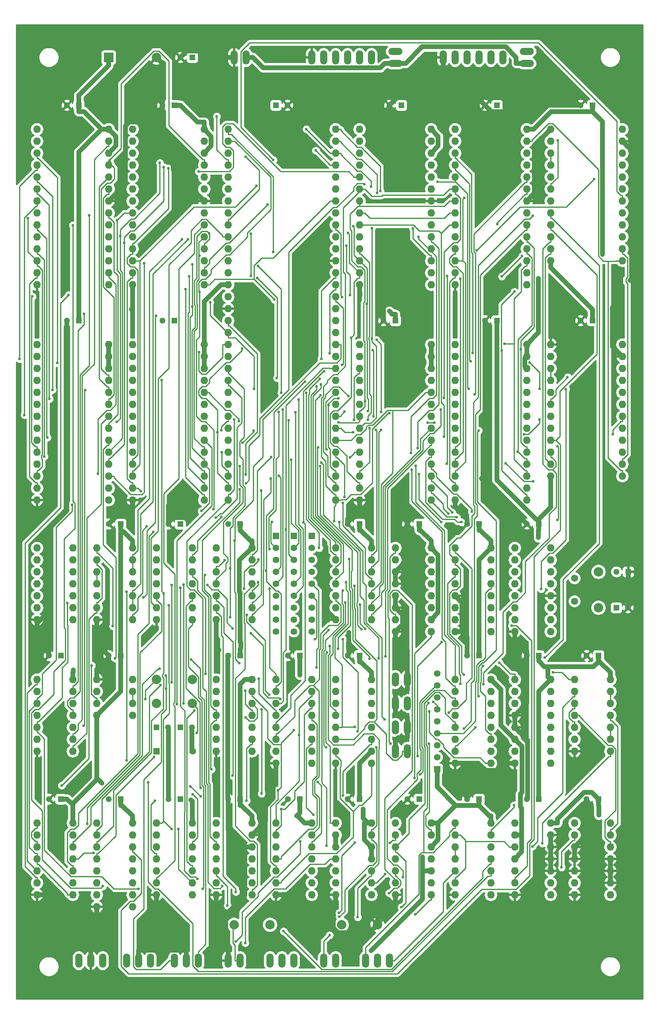
<source format=gbr>
G04 #@! TF.GenerationSoftware,KiCad,Pcbnew,(5.1.4)-1*
G04 #@! TF.CreationDate,2020-10-24T17:15:51+02:00*
G04 #@! TF.ProjectId,ts2,7473322e-6b69-4636-9164-5f7063625858,2.1*
G04 #@! TF.SameCoordinates,Original*
G04 #@! TF.FileFunction,Copper,L1,Top*
G04 #@! TF.FilePolarity,Positive*
%FSLAX46Y46*%
G04 Gerber Fmt 4.6, Leading zero omitted, Abs format (unit mm)*
G04 Created by KiCad (PCBNEW (5.1.4)-1) date 2020-10-24 17:15:51*
%MOMM*%
%LPD*%
G04 APERTURE LIST*
%ADD10C,2.000000*%
%ADD11R,2.000000X2.000000*%
%ADD12R,1.300000X1.300000*%
%ADD13C,1.300000*%
%ADD14R,1.400000X1.400000*%
%ADD15C,1.400000*%
%ADD16O,1.506220X3.014980*%
%ADD17C,1.998980*%
%ADD18R,1.397000X1.397000*%
%ADD19C,1.397000*%
%ADD20O,1.600000X1.600000*%
%ADD21C,1.501140*%
%ADD22O,3.014980X1.506220*%
%ADD23C,0.600000*%
%ADD24C,1.000000*%
%ADD25C,0.250000*%
%ADD26C,0.254000*%
G04 APERTURE END LIST*
D10*
X53340520Y-22857460D03*
D11*
X43180520Y-22857460D03*
D12*
X53340000Y-165100000D03*
D13*
X55840000Y-165100000D03*
D12*
X58420000Y-165100000D03*
D13*
X60920000Y-165100000D03*
D14*
X53340000Y-170180000D03*
D15*
X61090000Y-170180000D03*
D12*
X60960000Y-22860000D03*
D13*
X58460000Y-22860000D03*
D12*
X36830000Y-33020000D03*
D13*
X34330000Y-33020000D03*
D12*
X57150000Y-33020000D03*
D13*
X54650000Y-33020000D03*
D12*
X78740000Y-33020000D03*
D13*
X81240000Y-33020000D03*
D12*
X105410000Y-33020000D03*
D13*
X102910000Y-33020000D03*
D12*
X125730000Y-33020000D03*
D13*
X123230000Y-33020000D03*
D12*
X121920000Y-149860000D03*
D13*
X119420000Y-149860000D03*
D12*
X36830000Y-78740000D03*
D13*
X34330000Y-78740000D03*
D12*
X57150000Y-78740000D03*
D13*
X54650000Y-78740000D03*
D12*
X104140000Y-78740000D03*
D13*
X101640000Y-78740000D03*
D12*
X125730000Y-78740000D03*
D13*
X123230000Y-78740000D03*
D12*
X146050000Y-33020000D03*
D13*
X143550000Y-33020000D03*
D12*
X134620000Y-149860000D03*
D13*
X132120000Y-149860000D03*
D12*
X147320000Y-180340000D03*
D13*
X144820000Y-180340000D03*
D12*
X45720000Y-121920000D03*
D13*
X43220000Y-121920000D03*
D12*
X58420000Y-121920000D03*
D13*
X55920000Y-121920000D03*
D12*
X71120000Y-121920000D03*
D13*
X68620000Y-121920000D03*
D12*
X134620000Y-121920000D03*
D13*
X132120000Y-121920000D03*
D12*
X121920000Y-121920000D03*
D13*
X119420000Y-121920000D03*
D12*
X96520000Y-121920000D03*
D13*
X94020000Y-121920000D03*
D12*
X109220000Y-121920000D03*
D13*
X106720000Y-121920000D03*
D12*
X33020000Y-149860000D03*
D13*
X30520000Y-149860000D03*
D12*
X45720000Y-149860000D03*
D13*
X43220000Y-149860000D03*
D12*
X96520000Y-149860000D03*
D13*
X94020000Y-149860000D03*
D12*
X71120000Y-149860000D03*
D13*
X68620000Y-149860000D03*
D12*
X83820000Y-149860000D03*
D13*
X81320000Y-149860000D03*
D12*
X146050000Y-78740000D03*
D13*
X143550000Y-78740000D03*
D12*
X33020000Y-180340000D03*
D13*
X30520000Y-180340000D03*
D12*
X45720000Y-180340000D03*
D13*
X43220000Y-180340000D03*
D12*
X58420000Y-180340000D03*
D13*
X55920000Y-180340000D03*
D12*
X71120000Y-180340000D03*
D13*
X68620000Y-180340000D03*
D12*
X83820000Y-180340000D03*
D13*
X81320000Y-180340000D03*
D12*
X96520000Y-180340000D03*
D13*
X94020000Y-180340000D03*
D12*
X109220000Y-180340000D03*
D13*
X106720000Y-180340000D03*
D12*
X121920000Y-180340000D03*
D13*
X119420000Y-180340000D03*
D16*
X68580000Y-214630000D03*
X71120000Y-214630000D03*
X88900000Y-214630000D03*
X91440000Y-214630000D03*
X86360000Y-22860000D03*
X88900000Y-22860000D03*
X91440000Y-22860000D03*
X93980000Y-22860000D03*
X96520000Y-22860000D03*
X99060000Y-22860000D03*
X114300000Y-22860000D03*
X116840000Y-22860000D03*
X119380000Y-22860000D03*
X121920000Y-22860000D03*
X124460000Y-22860000D03*
X127000000Y-22860000D03*
X69850000Y-22860000D03*
X72390000Y-22860000D03*
D17*
X60960000Y-154940000D03*
X53340000Y-154940000D03*
X53340000Y-160020000D03*
X60960000Y-160020000D03*
X69850000Y-207010000D03*
X77470000Y-207010000D03*
X147320000Y-139700000D03*
X147320000Y-132080000D03*
X92710000Y-207010000D03*
X100330000Y-207010000D03*
D18*
X113030000Y-173990000D03*
D19*
X113030000Y-171450000D03*
X113030000Y-168910000D03*
X113030000Y-166370000D03*
X113030000Y-163830000D03*
X113030000Y-161290000D03*
X113030000Y-158750000D03*
X113030000Y-156210000D03*
X113030000Y-153670000D03*
D18*
X86360000Y-124460000D03*
D19*
X86360000Y-127000000D03*
X86360000Y-129540000D03*
X86360000Y-132080000D03*
X86360000Y-134620000D03*
X86360000Y-137160000D03*
X86360000Y-139700000D03*
X86360000Y-142240000D03*
X86360000Y-144780000D03*
D18*
X82550000Y-124460000D03*
D19*
X82550000Y-127000000D03*
X82550000Y-129540000D03*
X82550000Y-132080000D03*
X82550000Y-134620000D03*
X82550000Y-137160000D03*
X82550000Y-139700000D03*
X82550000Y-142240000D03*
X82550000Y-144780000D03*
D18*
X78740000Y-124460000D03*
D19*
X78740000Y-127000000D03*
X78740000Y-129540000D03*
X78740000Y-132080000D03*
X78740000Y-134620000D03*
X78740000Y-137160000D03*
X78740000Y-139700000D03*
X78740000Y-142240000D03*
X78740000Y-144780000D03*
D16*
X57150000Y-214630000D03*
X59690000Y-214630000D03*
X62230000Y-214630000D03*
X46990000Y-214630000D03*
X49530000Y-214630000D03*
X52070000Y-214630000D03*
X36830000Y-214630000D03*
X39370000Y-214630000D03*
X41910000Y-214630000D03*
X97790000Y-214630000D03*
X100330000Y-214630000D03*
X102870000Y-214630000D03*
X77470000Y-214630000D03*
X80010000Y-214630000D03*
X82550000Y-214630000D03*
D20*
X40640000Y-154940000D03*
X40640000Y-157480000D03*
X40640000Y-160020000D03*
X40640000Y-162560000D03*
X48260000Y-162560000D03*
X48260000Y-160020000D03*
X48260000Y-157480000D03*
X48260000Y-154940000D03*
X27940000Y-127000000D03*
X27940000Y-129540000D03*
X27940000Y-132080000D03*
X27940000Y-134620000D03*
X27940000Y-137160000D03*
X27940000Y-139700000D03*
X27940000Y-142240000D03*
X35560000Y-142240000D03*
X35560000Y-139700000D03*
X35560000Y-137160000D03*
X35560000Y-134620000D03*
X35560000Y-132080000D03*
X35560000Y-129540000D03*
X35560000Y-127000000D03*
X40640000Y-127000000D03*
X40640000Y-129540000D03*
X40640000Y-132080000D03*
X40640000Y-134620000D03*
X40640000Y-137160000D03*
X40640000Y-139700000D03*
X40640000Y-142240000D03*
X48260000Y-142240000D03*
X48260000Y-139700000D03*
X48260000Y-137160000D03*
X48260000Y-134620000D03*
X48260000Y-132080000D03*
X48260000Y-129540000D03*
X48260000Y-127000000D03*
X27940000Y-185420000D03*
X27940000Y-187960000D03*
X27940000Y-190500000D03*
X27940000Y-193040000D03*
X27940000Y-195580000D03*
X27940000Y-198120000D03*
X27940000Y-200660000D03*
X35560000Y-200660000D03*
X35560000Y-198120000D03*
X35560000Y-195580000D03*
X35560000Y-193040000D03*
X35560000Y-190500000D03*
X35560000Y-187960000D03*
X35560000Y-185420000D03*
X27940000Y-154940000D03*
X27940000Y-157480000D03*
X27940000Y-160020000D03*
X27940000Y-162560000D03*
X27940000Y-165100000D03*
X27940000Y-167640000D03*
X27940000Y-170180000D03*
X35560000Y-170180000D03*
X35560000Y-167640000D03*
X35560000Y-165100000D03*
X35560000Y-162560000D03*
X35560000Y-160020000D03*
X35560000Y-157480000D03*
X35560000Y-154940000D03*
X53340000Y-127000000D03*
X53340000Y-129540000D03*
X53340000Y-132080000D03*
X53340000Y-134620000D03*
X53340000Y-137160000D03*
X53340000Y-139700000D03*
X53340000Y-142240000D03*
X60960000Y-142240000D03*
X60960000Y-139700000D03*
X60960000Y-137160000D03*
X60960000Y-134620000D03*
X60960000Y-132080000D03*
X60960000Y-129540000D03*
X60960000Y-127000000D03*
X66040000Y-154940000D03*
X66040000Y-157480000D03*
X66040000Y-160020000D03*
X66040000Y-162560000D03*
X66040000Y-165100000D03*
X66040000Y-167640000D03*
X66040000Y-170180000D03*
X73660000Y-170180000D03*
X73660000Y-167640000D03*
X73660000Y-165100000D03*
X73660000Y-162560000D03*
X73660000Y-160020000D03*
X73660000Y-157480000D03*
X73660000Y-154940000D03*
X53340000Y-185420000D03*
X53340000Y-187960000D03*
X53340000Y-190500000D03*
X53340000Y-193040000D03*
X53340000Y-195580000D03*
X53340000Y-198120000D03*
X53340000Y-200660000D03*
X60960000Y-200660000D03*
X60960000Y-198120000D03*
X60960000Y-195580000D03*
X60960000Y-193040000D03*
X60960000Y-190500000D03*
X60960000Y-187960000D03*
X60960000Y-185420000D03*
X66040000Y-185420000D03*
X66040000Y-187960000D03*
X66040000Y-190500000D03*
X66040000Y-193040000D03*
X66040000Y-195580000D03*
X66040000Y-198120000D03*
X66040000Y-200660000D03*
X73660000Y-200660000D03*
X73660000Y-198120000D03*
X73660000Y-195580000D03*
X73660000Y-193040000D03*
X73660000Y-190500000D03*
X73660000Y-187960000D03*
X73660000Y-185420000D03*
X78740000Y-185420000D03*
X78740000Y-187960000D03*
X78740000Y-190500000D03*
X78740000Y-193040000D03*
X78740000Y-195580000D03*
X78740000Y-198120000D03*
X78740000Y-200660000D03*
X86360000Y-200660000D03*
X86360000Y-198120000D03*
X86360000Y-195580000D03*
X86360000Y-193040000D03*
X86360000Y-190500000D03*
X86360000Y-187960000D03*
X86360000Y-185420000D03*
X91440000Y-185420000D03*
X91440000Y-187960000D03*
X91440000Y-190500000D03*
X91440000Y-193040000D03*
X91440000Y-195580000D03*
X91440000Y-198120000D03*
X91440000Y-200660000D03*
X99060000Y-200660000D03*
X99060000Y-198120000D03*
X99060000Y-195580000D03*
X99060000Y-193040000D03*
X99060000Y-190500000D03*
X99060000Y-187960000D03*
X99060000Y-185420000D03*
X104140000Y-127000000D03*
X104140000Y-129540000D03*
X104140000Y-132080000D03*
X104140000Y-134620000D03*
X104140000Y-137160000D03*
X104140000Y-139700000D03*
X104140000Y-142240000D03*
X104140000Y-144780000D03*
X111760000Y-144780000D03*
X111760000Y-142240000D03*
X111760000Y-139700000D03*
X111760000Y-137160000D03*
X111760000Y-134620000D03*
X111760000Y-132080000D03*
X111760000Y-129540000D03*
X111760000Y-127000000D03*
X91440000Y-154940000D03*
X91440000Y-157480000D03*
X91440000Y-160020000D03*
X91440000Y-162560000D03*
X91440000Y-165100000D03*
X91440000Y-167640000D03*
X91440000Y-170180000D03*
X91440000Y-172720000D03*
X99060000Y-172720000D03*
X99060000Y-170180000D03*
X99060000Y-167640000D03*
X99060000Y-165100000D03*
X99060000Y-162560000D03*
X99060000Y-160020000D03*
X99060000Y-157480000D03*
X99060000Y-154940000D03*
X104140000Y-185420000D03*
X104140000Y-187960000D03*
X104140000Y-190500000D03*
X104140000Y-193040000D03*
X104140000Y-195580000D03*
X104140000Y-198120000D03*
X104140000Y-200660000D03*
X111760000Y-200660000D03*
X111760000Y-198120000D03*
X111760000Y-195580000D03*
X111760000Y-193040000D03*
X111760000Y-190500000D03*
X111760000Y-187960000D03*
X111760000Y-185420000D03*
X91440000Y-127000000D03*
X91440000Y-129540000D03*
X91440000Y-132080000D03*
X91440000Y-134620000D03*
X91440000Y-137160000D03*
X91440000Y-139700000D03*
X91440000Y-142240000D03*
X99060000Y-142240000D03*
X99060000Y-139700000D03*
X99060000Y-137160000D03*
X99060000Y-134620000D03*
X99060000Y-132080000D03*
X99060000Y-129540000D03*
X99060000Y-127000000D03*
X66040000Y-127000000D03*
X66040000Y-129540000D03*
X66040000Y-132080000D03*
X66040000Y-134620000D03*
X66040000Y-137160000D03*
X66040000Y-139700000D03*
X66040000Y-142240000D03*
X73660000Y-142240000D03*
X73660000Y-139700000D03*
X73660000Y-137160000D03*
X73660000Y-134620000D03*
X73660000Y-132080000D03*
X73660000Y-129540000D03*
X73660000Y-127000000D03*
X78740000Y-154940000D03*
X78740000Y-157480000D03*
X78740000Y-160020000D03*
X78740000Y-162560000D03*
X78740000Y-165100000D03*
X78740000Y-167640000D03*
X78740000Y-170180000D03*
X78740000Y-172720000D03*
X86360000Y-172720000D03*
X86360000Y-170180000D03*
X86360000Y-167640000D03*
X86360000Y-165100000D03*
X86360000Y-162560000D03*
X86360000Y-160020000D03*
X86360000Y-157480000D03*
X86360000Y-154940000D03*
X116840000Y-127000000D03*
X116840000Y-129540000D03*
X116840000Y-132080000D03*
X116840000Y-134620000D03*
X116840000Y-137160000D03*
X116840000Y-139700000D03*
X116840000Y-142240000D03*
X116840000Y-144780000D03*
X124460000Y-144780000D03*
X124460000Y-142240000D03*
X124460000Y-139700000D03*
X124460000Y-137160000D03*
X124460000Y-134620000D03*
X124460000Y-132080000D03*
X124460000Y-129540000D03*
X124460000Y-127000000D03*
X129540000Y-154940000D03*
X129540000Y-157480000D03*
X129540000Y-160020000D03*
X129540000Y-162560000D03*
X129540000Y-165100000D03*
X129540000Y-167640000D03*
X129540000Y-170180000D03*
X129540000Y-172720000D03*
X137160000Y-172720000D03*
X137160000Y-170180000D03*
X137160000Y-167640000D03*
X137160000Y-165100000D03*
X137160000Y-162560000D03*
X137160000Y-160020000D03*
X137160000Y-157480000D03*
X137160000Y-154940000D03*
X116840000Y-154940000D03*
X116840000Y-157480000D03*
X116840000Y-160020000D03*
X116840000Y-162560000D03*
X116840000Y-165100000D03*
X116840000Y-167640000D03*
X116840000Y-170180000D03*
X116840000Y-172720000D03*
X124460000Y-172720000D03*
X124460000Y-170180000D03*
X124460000Y-167640000D03*
X124460000Y-165100000D03*
X124460000Y-162560000D03*
X124460000Y-160020000D03*
X124460000Y-157480000D03*
X124460000Y-154940000D03*
X116840000Y-185420000D03*
X116840000Y-187960000D03*
X116840000Y-190500000D03*
X116840000Y-193040000D03*
X116840000Y-195580000D03*
X116840000Y-198120000D03*
X116840000Y-200660000D03*
X124460000Y-200660000D03*
X124460000Y-198120000D03*
X124460000Y-195580000D03*
X124460000Y-193040000D03*
X124460000Y-190500000D03*
X124460000Y-187960000D03*
X124460000Y-185420000D03*
X129540000Y-185420000D03*
X129540000Y-187960000D03*
X129540000Y-190500000D03*
X129540000Y-193040000D03*
X129540000Y-195580000D03*
X129540000Y-198120000D03*
X129540000Y-200660000D03*
X137160000Y-200660000D03*
X137160000Y-198120000D03*
X137160000Y-195580000D03*
X137160000Y-193040000D03*
X137160000Y-190500000D03*
X137160000Y-187960000D03*
X137160000Y-185420000D03*
D21*
X142240000Y-133449060D03*
X142240000Y-138330940D03*
D20*
X137160000Y-83820000D03*
X137160000Y-86360000D03*
X137160000Y-88900000D03*
X137160000Y-91440000D03*
X137160000Y-93980000D03*
X137160000Y-96520000D03*
X137160000Y-99060000D03*
X137160000Y-101600000D03*
X137160000Y-104140000D03*
X137160000Y-106680000D03*
X137160000Y-109220000D03*
X137160000Y-111760000D03*
X152400000Y-111760000D03*
X152400000Y-109220000D03*
X152400000Y-106680000D03*
X152400000Y-104140000D03*
X152400000Y-101600000D03*
X152400000Y-99060000D03*
X152400000Y-96520000D03*
X152400000Y-93980000D03*
X152400000Y-91440000D03*
X152400000Y-88900000D03*
X152400000Y-86360000D03*
X152400000Y-83820000D03*
X68580000Y-38100000D03*
X68580000Y-40640000D03*
X68580000Y-43180000D03*
X68580000Y-45720000D03*
X68580000Y-48260000D03*
X68580000Y-50800000D03*
X68580000Y-53340000D03*
X68580000Y-55880000D03*
X68580000Y-58420000D03*
X68580000Y-60960000D03*
X68580000Y-63500000D03*
X68580000Y-66040000D03*
X68580000Y-68580000D03*
X68580000Y-71120000D03*
X68580000Y-73660000D03*
X68580000Y-76200000D03*
X68580000Y-78740000D03*
X68580000Y-81280000D03*
X68580000Y-83820000D03*
X68580000Y-86360000D03*
X68580000Y-88900000D03*
X68580000Y-91440000D03*
X68580000Y-93980000D03*
X68580000Y-96520000D03*
X68580000Y-99060000D03*
X68580000Y-101600000D03*
X68580000Y-104140000D03*
X68580000Y-106680000D03*
X68580000Y-109220000D03*
X68580000Y-111760000D03*
X68580000Y-114300000D03*
X68580000Y-116840000D03*
X91440000Y-116840000D03*
X91440000Y-114300000D03*
X91440000Y-111760000D03*
X91440000Y-109220000D03*
X91440000Y-106680000D03*
X91440000Y-104140000D03*
X91440000Y-101600000D03*
X91440000Y-99060000D03*
X91440000Y-96520000D03*
X91440000Y-93980000D03*
X91440000Y-91440000D03*
X91440000Y-88900000D03*
X91440000Y-86360000D03*
X91440000Y-83820000D03*
X91440000Y-81280000D03*
X91440000Y-78740000D03*
X91440000Y-76200000D03*
X91440000Y-73660000D03*
X91440000Y-71120000D03*
X91440000Y-68580000D03*
X91440000Y-66040000D03*
X91440000Y-63500000D03*
X91440000Y-60960000D03*
X91440000Y-58420000D03*
X91440000Y-55880000D03*
X91440000Y-53340000D03*
X91440000Y-50800000D03*
X91440000Y-48260000D03*
X91440000Y-45720000D03*
X91440000Y-43180000D03*
X91440000Y-40640000D03*
X91440000Y-38100000D03*
X27940000Y-38100000D03*
X27940000Y-40640000D03*
X27940000Y-43180000D03*
X27940000Y-45720000D03*
X27940000Y-48260000D03*
X27940000Y-50800000D03*
X27940000Y-53340000D03*
X27940000Y-55880000D03*
X27940000Y-58420000D03*
X27940000Y-60960000D03*
X27940000Y-63500000D03*
X27940000Y-66040000D03*
X27940000Y-68580000D03*
X27940000Y-71120000D03*
X43180000Y-71120000D03*
X43180000Y-68580000D03*
X43180000Y-66040000D03*
X43180000Y-63500000D03*
X43180000Y-60960000D03*
X43180000Y-58420000D03*
X43180000Y-55880000D03*
X43180000Y-53340000D03*
X43180000Y-50800000D03*
X43180000Y-48260000D03*
X43180000Y-45720000D03*
X43180000Y-43180000D03*
X43180000Y-40640000D03*
X43180000Y-38100000D03*
X27940000Y-83820000D03*
X27940000Y-86360000D03*
X27940000Y-88900000D03*
X27940000Y-91440000D03*
X27940000Y-93980000D03*
X27940000Y-96520000D03*
X27940000Y-99060000D03*
X27940000Y-101600000D03*
X27940000Y-104140000D03*
X27940000Y-106680000D03*
X27940000Y-109220000D03*
X27940000Y-111760000D03*
X27940000Y-114300000D03*
X27940000Y-116840000D03*
X43180000Y-116840000D03*
X43180000Y-114300000D03*
X43180000Y-111760000D03*
X43180000Y-109220000D03*
X43180000Y-106680000D03*
X43180000Y-104140000D03*
X43180000Y-101600000D03*
X43180000Y-99060000D03*
X43180000Y-96520000D03*
X43180000Y-93980000D03*
X43180000Y-91440000D03*
X43180000Y-88900000D03*
X43180000Y-86360000D03*
X43180000Y-83820000D03*
X48260000Y-38100000D03*
X48260000Y-40640000D03*
X48260000Y-43180000D03*
X48260000Y-45720000D03*
X48260000Y-48260000D03*
X48260000Y-50800000D03*
X48260000Y-53340000D03*
X48260000Y-55880000D03*
X48260000Y-58420000D03*
X48260000Y-60960000D03*
X48260000Y-63500000D03*
X48260000Y-66040000D03*
X48260000Y-68580000D03*
X48260000Y-71120000D03*
X63500000Y-71120000D03*
X63500000Y-68580000D03*
X63500000Y-66040000D03*
X63500000Y-63500000D03*
X63500000Y-60960000D03*
X63500000Y-58420000D03*
X63500000Y-55880000D03*
X63500000Y-53340000D03*
X63500000Y-50800000D03*
X63500000Y-48260000D03*
X63500000Y-45720000D03*
X63500000Y-43180000D03*
X63500000Y-40640000D03*
X63500000Y-38100000D03*
X48260000Y-83820000D03*
X48260000Y-86360000D03*
X48260000Y-88900000D03*
X48260000Y-91440000D03*
X48260000Y-93980000D03*
X48260000Y-96520000D03*
X48260000Y-99060000D03*
X48260000Y-101600000D03*
X48260000Y-104140000D03*
X48260000Y-106680000D03*
X48260000Y-109220000D03*
X48260000Y-111760000D03*
X48260000Y-114300000D03*
X48260000Y-116840000D03*
X63500000Y-116840000D03*
X63500000Y-114300000D03*
X63500000Y-111760000D03*
X63500000Y-109220000D03*
X63500000Y-106680000D03*
X63500000Y-104140000D03*
X63500000Y-101600000D03*
X63500000Y-99060000D03*
X63500000Y-96520000D03*
X63500000Y-93980000D03*
X63500000Y-91440000D03*
X63500000Y-88900000D03*
X63500000Y-86360000D03*
X63500000Y-83820000D03*
X96520000Y-38100000D03*
X96520000Y-40640000D03*
X96520000Y-43180000D03*
X96520000Y-45720000D03*
X96520000Y-48260000D03*
X96520000Y-50800000D03*
X96520000Y-53340000D03*
X96520000Y-55880000D03*
X96520000Y-58420000D03*
X96520000Y-60960000D03*
X96520000Y-63500000D03*
X96520000Y-66040000D03*
X96520000Y-68580000D03*
X96520000Y-71120000D03*
X111760000Y-71120000D03*
X111760000Y-68580000D03*
X111760000Y-66040000D03*
X111760000Y-63500000D03*
X111760000Y-60960000D03*
X111760000Y-58420000D03*
X111760000Y-55880000D03*
X111760000Y-53340000D03*
X111760000Y-50800000D03*
X111760000Y-48260000D03*
X111760000Y-45720000D03*
X111760000Y-43180000D03*
X111760000Y-40640000D03*
X111760000Y-38100000D03*
X96520000Y-83820000D03*
X96520000Y-86360000D03*
X96520000Y-88900000D03*
X96520000Y-91440000D03*
X96520000Y-93980000D03*
X96520000Y-96520000D03*
X96520000Y-99060000D03*
X96520000Y-101600000D03*
X96520000Y-104140000D03*
X96520000Y-106680000D03*
X96520000Y-109220000D03*
X96520000Y-111760000D03*
X96520000Y-114300000D03*
X96520000Y-116840000D03*
X111760000Y-116840000D03*
X111760000Y-114300000D03*
X111760000Y-111760000D03*
X111760000Y-109220000D03*
X111760000Y-106680000D03*
X111760000Y-104140000D03*
X111760000Y-101600000D03*
X111760000Y-99060000D03*
X111760000Y-96520000D03*
X111760000Y-93980000D03*
X111760000Y-91440000D03*
X111760000Y-88900000D03*
X111760000Y-86360000D03*
X111760000Y-83820000D03*
X116840000Y-38100000D03*
X116840000Y-40640000D03*
X116840000Y-43180000D03*
X116840000Y-45720000D03*
X116840000Y-48260000D03*
X116840000Y-50800000D03*
X116840000Y-53340000D03*
X116840000Y-55880000D03*
X116840000Y-58420000D03*
X116840000Y-60960000D03*
X116840000Y-63500000D03*
X116840000Y-66040000D03*
X116840000Y-68580000D03*
X116840000Y-71120000D03*
X132080000Y-71120000D03*
X132080000Y-68580000D03*
X132080000Y-66040000D03*
X132080000Y-63500000D03*
X132080000Y-60960000D03*
X132080000Y-58420000D03*
X132080000Y-55880000D03*
X132080000Y-53340000D03*
X132080000Y-50800000D03*
X132080000Y-48260000D03*
X132080000Y-45720000D03*
X132080000Y-43180000D03*
X132080000Y-40640000D03*
X132080000Y-38100000D03*
X116840000Y-83820000D03*
X116840000Y-86360000D03*
X116840000Y-88900000D03*
X116840000Y-91440000D03*
X116840000Y-93980000D03*
X116840000Y-96520000D03*
X116840000Y-99060000D03*
X116840000Y-101600000D03*
X116840000Y-104140000D03*
X116840000Y-106680000D03*
X116840000Y-109220000D03*
X116840000Y-111760000D03*
X116840000Y-114300000D03*
X116840000Y-116840000D03*
X132080000Y-116840000D03*
X132080000Y-114300000D03*
X132080000Y-111760000D03*
X132080000Y-109220000D03*
X132080000Y-106680000D03*
X132080000Y-104140000D03*
X132080000Y-101600000D03*
X132080000Y-99060000D03*
X132080000Y-96520000D03*
X132080000Y-93980000D03*
X132080000Y-91440000D03*
X132080000Y-88900000D03*
X132080000Y-86360000D03*
X132080000Y-83820000D03*
X137160000Y-38100000D03*
X137160000Y-40640000D03*
X137160000Y-43180000D03*
X137160000Y-45720000D03*
X137160000Y-48260000D03*
X137160000Y-50800000D03*
X137160000Y-53340000D03*
X137160000Y-55880000D03*
X137160000Y-58420000D03*
X137160000Y-60960000D03*
X137160000Y-63500000D03*
X137160000Y-66040000D03*
X152400000Y-66040000D03*
X152400000Y-63500000D03*
X152400000Y-60960000D03*
X152400000Y-58420000D03*
X152400000Y-55880000D03*
X152400000Y-53340000D03*
X152400000Y-50800000D03*
X152400000Y-48260000D03*
X152400000Y-45720000D03*
X152400000Y-43180000D03*
X152400000Y-40640000D03*
X152400000Y-38100000D03*
D16*
X106680000Y-154940000D03*
X104140000Y-154940000D03*
X104140000Y-160020000D03*
X106680000Y-160020000D03*
X106680000Y-165100000D03*
X104140000Y-165100000D03*
X104140000Y-170180000D03*
X106680000Y-170180000D03*
D22*
X104140000Y-24130000D03*
X104140000Y-21590000D03*
X132080000Y-24130000D03*
X132080000Y-21590000D03*
D12*
X153670000Y-132080000D03*
D13*
X151170000Y-132080000D03*
D12*
X151130000Y-139700000D03*
D13*
X153630000Y-139700000D03*
D20*
X40640000Y-185420000D03*
X40640000Y-187960000D03*
X40640000Y-190500000D03*
X40640000Y-193040000D03*
X40640000Y-195580000D03*
X40640000Y-198120000D03*
X40640000Y-200660000D03*
X40640000Y-203200000D03*
X48260000Y-203200000D03*
X48260000Y-200660000D03*
X48260000Y-198120000D03*
X48260000Y-195580000D03*
X48260000Y-193040000D03*
X48260000Y-190500000D03*
X48260000Y-187960000D03*
X48260000Y-185420000D03*
X129540000Y-127000000D03*
X129540000Y-129540000D03*
X129540000Y-132080000D03*
X129540000Y-134620000D03*
X129540000Y-137160000D03*
X129540000Y-139700000D03*
X129540000Y-142240000D03*
X129540000Y-144780000D03*
X137160000Y-144780000D03*
X137160000Y-142240000D03*
X137160000Y-139700000D03*
X137160000Y-137160000D03*
X137160000Y-134620000D03*
X137160000Y-132080000D03*
X137160000Y-129540000D03*
X137160000Y-127000000D03*
X142240000Y-185420000D03*
X142240000Y-187960000D03*
X142240000Y-190500000D03*
X142240000Y-193040000D03*
X142240000Y-195580000D03*
X142240000Y-198120000D03*
X142240000Y-200660000D03*
X149860000Y-200660000D03*
X149860000Y-198120000D03*
X149860000Y-195580000D03*
X149860000Y-193040000D03*
X149860000Y-190500000D03*
X149860000Y-187960000D03*
X149860000Y-185420000D03*
X142240000Y-154940000D03*
X142240000Y-157480000D03*
X142240000Y-160020000D03*
X142240000Y-162560000D03*
X142240000Y-165100000D03*
X142240000Y-167640000D03*
X142240000Y-170180000D03*
X149860000Y-170180000D03*
X149860000Y-167640000D03*
X149860000Y-165100000D03*
X149860000Y-162560000D03*
X149860000Y-160020000D03*
X149860000Y-157480000D03*
X149860000Y-154940000D03*
D12*
X147320000Y-149860000D03*
D13*
X144820000Y-149860000D03*
D12*
X134620000Y-180340000D03*
D13*
X132120000Y-180340000D03*
D23*
X107715000Y-49295000D03*
X48260000Y-74242800D03*
X66663400Y-148659200D03*
X108301900Y-119528400D03*
X55920000Y-118058500D03*
X122472000Y-112274000D03*
X150336500Y-75967000D03*
X89453100Y-126840600D03*
X94293900Y-144991400D03*
X102422600Y-73261300D03*
X96618400Y-73550900D03*
X68499900Y-170499600D03*
X48068500Y-76385600D03*
X154013000Y-70237500D03*
X60304100Y-121402600D03*
X78226800Y-180234300D03*
X51020600Y-159119900D03*
X61972500Y-166271500D03*
X134589000Y-69763800D03*
X60960000Y-183207100D03*
X148165300Y-64728800D03*
X109961200Y-192613200D03*
X97313900Y-182455600D03*
X134567500Y-124835800D03*
X131040300Y-182284100D03*
X71331700Y-147196600D03*
X83820000Y-154027200D03*
X35652200Y-152904000D03*
X41755300Y-176963200D03*
X60672100Y-180529900D03*
X98994500Y-212553400D03*
X147436400Y-183755300D03*
X83211800Y-183914100D03*
X102896000Y-76771100D03*
X90183200Y-209247600D03*
X87411900Y-152398700D03*
X93501000Y-138606300D03*
X93651500Y-134316600D03*
X95506800Y-165011300D03*
X95447900Y-135089600D03*
X138683800Y-40517700D03*
X140795100Y-90778800D03*
X113992900Y-147030300D03*
X108938300Y-171229100D03*
X115518900Y-161949300D03*
X118774800Y-153918600D03*
X112260900Y-159678500D03*
X133350000Y-56485100D03*
X138629900Y-105398700D03*
X138620200Y-121061500D03*
X117965400Y-155892400D03*
X105747600Y-196930900D03*
X111205800Y-159992900D03*
X89576000Y-149240000D03*
X87085900Y-146434700D03*
X83924700Y-189377400D03*
X70268900Y-210591200D03*
X89557300Y-190291000D03*
X89947000Y-144429900D03*
X72247200Y-210914900D03*
X100100100Y-169341300D03*
X96113500Y-165993300D03*
X93044700Y-146445700D03*
X92278800Y-205329900D03*
X96162000Y-205433400D03*
X90239900Y-147840000D03*
X67182100Y-102070000D03*
X82032200Y-108321000D03*
X96625400Y-139069100D03*
X97785100Y-144211900D03*
X81496500Y-99932900D03*
X79345900Y-98131100D03*
X77409300Y-127271800D03*
X74952100Y-67138900D03*
X79916700Y-94054100D03*
X82943700Y-98266300D03*
X74766400Y-69701200D03*
X78987100Y-90932000D03*
X83569500Y-95514400D03*
X69008200Y-131334300D03*
X69008200Y-141714100D03*
X54020000Y-152649400D03*
X60784400Y-150728500D03*
X55429700Y-156911400D03*
X44100700Y-143626800D03*
X55340400Y-154143200D03*
X66029000Y-120582600D03*
X77909400Y-121536900D03*
X52714400Y-123607200D03*
X71992600Y-135621600D03*
X75051800Y-129488700D03*
X72354800Y-111463500D03*
X79399900Y-111685900D03*
X35411100Y-117865200D03*
X74144700Y-93272600D03*
X80245900Y-97617200D03*
X64770200Y-74895100D03*
X34695500Y-73305800D03*
X39604500Y-151973400D03*
X53274000Y-77706400D03*
X50572100Y-137551200D03*
X72637500Y-141232200D03*
X77327800Y-158159600D03*
X33230400Y-177471900D03*
X133508600Y-112924300D03*
X127662200Y-109099900D03*
X51302900Y-122463300D03*
X56562000Y-186679800D03*
X58074300Y-186679800D03*
X72534700Y-180690300D03*
X55997600Y-139213700D03*
X133314400Y-190423500D03*
X60081100Y-61462400D03*
X135964000Y-150339200D03*
X56623900Y-155541200D03*
X56623900Y-134858200D03*
X72356400Y-163006100D03*
X137674000Y-153434900D03*
X65085500Y-174034200D03*
X53008400Y-180713200D03*
X63718100Y-132812700D03*
X61043300Y-179359400D03*
X58770300Y-61489800D03*
X92966900Y-136114100D03*
X89408700Y-169386400D03*
X39987500Y-191770000D03*
X108209600Y-175893500D03*
X95560900Y-189563800D03*
X92190200Y-204517200D03*
X49529000Y-199390000D03*
X34434200Y-138738400D03*
X72371500Y-43944400D03*
X62750100Y-179752200D03*
X60617100Y-177619200D03*
X103136900Y-168564800D03*
X111310200Y-168609200D03*
X105432700Y-203302300D03*
X139513500Y-194840900D03*
X39042800Y-56404800D03*
X122853800Y-155977400D03*
X62453200Y-85483200D03*
X37967200Y-77306300D03*
X115407000Y-119760900D03*
X150374500Y-102917400D03*
X40914300Y-111259500D03*
X78221300Y-64168200D03*
X65460500Y-118792400D03*
X62546300Y-72672200D03*
X117242900Y-120531700D03*
X94799500Y-82362400D03*
X94093200Y-60156900D03*
X131510800Y-102870000D03*
X134809100Y-99770000D03*
X95208500Y-58720200D03*
X98061000Y-75235800D03*
X132705100Y-87630000D03*
X134809100Y-93270100D03*
X98640100Y-101571400D03*
X98315900Y-97975600D03*
X66202000Y-35383400D03*
X26061900Y-57029400D03*
X29515700Y-107615300D03*
X98308900Y-99816600D03*
X109160800Y-111361100D03*
X113947700Y-121528000D03*
X73446400Y-69273900D03*
X73446400Y-60309500D03*
X85224400Y-94052500D03*
X87964300Y-127043600D03*
X87751900Y-105656800D03*
X98655900Y-150573400D03*
X88426100Y-108899600D03*
X100649500Y-150506400D03*
X88195700Y-109700100D03*
X96983900Y-144310400D03*
X126319200Y-151447500D03*
X94489600Y-107838600D03*
X26996300Y-73641000D03*
X117973000Y-69850000D03*
X126823200Y-69383000D03*
X131123700Y-65082500D03*
X108535500Y-109573800D03*
X67264600Y-106676000D03*
X30169000Y-103591600D03*
X107693200Y-110429100D03*
X114544800Y-103372500D03*
X112497600Y-100458100D03*
X111028000Y-100458100D03*
X66364200Y-102506100D03*
X109455200Y-175143900D03*
X121849800Y-158499800D03*
X121854300Y-102097700D03*
X44946400Y-100259500D03*
X44997200Y-57403100D03*
X99158000Y-59123300D03*
X99161100Y-82586700D03*
X71543800Y-84706000D03*
X92085000Y-100360800D03*
X25288700Y-98800400D03*
X67392300Y-198813300D03*
X69918800Y-99748800D03*
X97758200Y-95880800D03*
X102893600Y-98423400D03*
X114539100Y-95146500D03*
X91116000Y-121315100D03*
X74963200Y-134293700D03*
X30630300Y-95386800D03*
X94180900Y-94792700D03*
X113174400Y-49296900D03*
X62341300Y-47105500D03*
X119753600Y-93202200D03*
X75677100Y-114836800D03*
X31250500Y-93465000D03*
X38236700Y-93465000D03*
X37882200Y-164765000D03*
X77638600Y-112328800D03*
X92067600Y-95243700D03*
X89988300Y-96724600D03*
X24241100Y-86897100D03*
X54242100Y-156173700D03*
X120155900Y-87420800D03*
X54928000Y-136652100D03*
X71089600Y-109688900D03*
X54477800Y-91355600D03*
X120576300Y-85593700D03*
X32287700Y-87774700D03*
X95394700Y-99827800D03*
X93306200Y-116174300D03*
X92979200Y-117425000D03*
X70895000Y-100084300D03*
X121048200Y-94430400D03*
X74001800Y-102167300D03*
X71671600Y-104704600D03*
X95173800Y-102435500D03*
X113848500Y-97645400D03*
X125814000Y-58236200D03*
X93373000Y-98071200D03*
X88224000Y-94586100D03*
X89513500Y-106142800D03*
X77721900Y-107712000D03*
X77408400Y-135684400D03*
X84962800Y-91724300D03*
X76681700Y-131824700D03*
X67826800Y-129690300D03*
X80871200Y-123158900D03*
X89046900Y-89513900D03*
X84645200Y-121607900D03*
X69940900Y-125541100D03*
X71016100Y-151516200D03*
X75130200Y-154816400D03*
X99381000Y-85029100D03*
X99508300Y-99092000D03*
X100004600Y-101998100D03*
X100173900Y-82844400D03*
X101148900Y-98188500D03*
X101140600Y-101955200D03*
X92870700Y-88172900D03*
X88363900Y-92351900D03*
X90190700Y-85731300D03*
X88059500Y-91157800D03*
X88433800Y-86860400D03*
X87400100Y-92709300D03*
X62544600Y-64945700D03*
X130870500Y-84866000D03*
X94558000Y-73368700D03*
X93751700Y-62835000D03*
X130157700Y-106631800D03*
X62916800Y-119184600D03*
X64590700Y-60198900D03*
X60959900Y-66789700D03*
X92821300Y-73755300D03*
X60959800Y-75780600D03*
X127346800Y-83654100D03*
X77014600Y-54129300D03*
X60334500Y-69354000D03*
X78226100Y-44662000D03*
X59576400Y-72086700D03*
X129486300Y-72618300D03*
X126772400Y-85133500D03*
X78407500Y-74282300D03*
X121452200Y-63861000D03*
X146405500Y-48721300D03*
X50094700Y-115009400D03*
X118791500Y-52673700D03*
X74616200Y-50129500D03*
X87245700Y-42651000D03*
X55907100Y-46413100D03*
X85244700Y-38110000D03*
X54082100Y-45265700D03*
X99009600Y-50283200D03*
X45656500Y-60850800D03*
X118213100Y-121548700D03*
X108905900Y-105847900D03*
X120436600Y-119350500D03*
X109074500Y-60964100D03*
X100243500Y-51681900D03*
X46479900Y-62219200D03*
X54929000Y-46185500D03*
X107463400Y-106853300D03*
X116246600Y-119503800D03*
X107867200Y-59181600D03*
X101000000Y-51272200D03*
X50785000Y-66574300D03*
X115080600Y-109201000D03*
X115171400Y-69242700D03*
X79710800Y-159087400D03*
X73458000Y-145152800D03*
X69592600Y-144133300D03*
X64212600Y-134932100D03*
X59101000Y-160068500D03*
X59101000Y-134775400D03*
X62091000Y-197275900D03*
X58417900Y-135494600D03*
X108418500Y-204861200D03*
X38673600Y-185644300D03*
X63184200Y-199401300D03*
X122830300Y-152098400D03*
X62750100Y-177969900D03*
X51628400Y-176787100D03*
X47005200Y-172163900D03*
X47005200Y-136330200D03*
X111346900Y-161706700D03*
X63810800Y-153790800D03*
X121162800Y-165104900D03*
X101877100Y-163452300D03*
X92261200Y-121491300D03*
X67195600Y-120421200D03*
X83669700Y-166740600D03*
X61435300Y-161554200D03*
X57699600Y-160201700D03*
X44556700Y-150466500D03*
X94344100Y-129389900D03*
X91991100Y-148449800D03*
X72240000Y-157296000D03*
X82556300Y-165705600D03*
X79205400Y-178494500D03*
X102030600Y-150071900D03*
X75712800Y-161337500D03*
X75712800Y-179181200D03*
X35575000Y-58490100D03*
X41991400Y-198844200D03*
X118732400Y-165346400D03*
X79865300Y-182443700D03*
X97541800Y-49786300D03*
X72413700Y-113295600D03*
X71106700Y-114602600D03*
X93000500Y-179605800D03*
X102833000Y-200318100D03*
X68489100Y-202986800D03*
X70248500Y-200065000D03*
X69509800Y-175391400D03*
X87652800Y-176734500D03*
X103033100Y-189666400D03*
X102003500Y-196241100D03*
X52848500Y-171415600D03*
X86776600Y-183669300D03*
X128917200Y-143510000D03*
X140449700Y-93331200D03*
X135176400Y-135759700D03*
X80398800Y-208409100D03*
X135443800Y-189760400D03*
X129395200Y-181652100D03*
D24*
X116840000Y-116840000D02*
X116840000Y-118340300D01*
X132120000Y-148860300D02*
X132120000Y-149860000D01*
X129540000Y-146280300D02*
X132120000Y-148860300D01*
X129540000Y-144780000D02*
X129540000Y-146280300D01*
X137160000Y-187960000D02*
X137160000Y-190500000D01*
X68580000Y-214630000D02*
X68580000Y-212422200D01*
X53340000Y-200660000D02*
X53340000Y-202160300D01*
X30520000Y-146320300D02*
X30520000Y-149860000D01*
X27940000Y-143740300D02*
X30520000Y-146320300D01*
X153670000Y-139660000D02*
X153670000Y-132080000D01*
X153630000Y-139700000D02*
X153670000Y-139660000D01*
X48260000Y-71120000D02*
X48260000Y-74242800D01*
X66040000Y-200660000D02*
X66040000Y-202160300D01*
X73660000Y-190500000D02*
X72159700Y-190500000D01*
X68103700Y-211945900D02*
X68103700Y-204624900D01*
X68580000Y-212422200D02*
X68103700Y-211945900D01*
X66040000Y-202561200D02*
X66040000Y-202160300D01*
X68103700Y-204624900D02*
X66040000Y-202561200D01*
X104140000Y-200660000D02*
X104140000Y-202160300D01*
X104140000Y-134620000D02*
X104140000Y-132080000D01*
X106015600Y-162227800D02*
X104140000Y-162227800D01*
X106680000Y-162892200D02*
X106015600Y-162227800D01*
X104140000Y-160020000D02*
X104140000Y-162227800D01*
X137160000Y-195580000D02*
X137160000Y-193040000D01*
X137160000Y-193040000D02*
X137160000Y-190500000D01*
X142240000Y-193040000D02*
X142240000Y-191539700D01*
X142240000Y-190500000D02*
X142240000Y-191539700D01*
X46799700Y-118340300D02*
X48260000Y-118340300D01*
X43220000Y-121920000D02*
X46799700Y-118340300D01*
X48260000Y-116840000D02*
X48260000Y-118340300D01*
X59810400Y-21509600D02*
X58460000Y-22860000D01*
X67046200Y-21509600D02*
X59810400Y-21509600D01*
X68396600Y-22860000D02*
X67046200Y-21509600D01*
X69850000Y-22860000D02*
X68396600Y-22860000D01*
X66040000Y-142240000D02*
X66040000Y-143740300D01*
X72159700Y-200794600D02*
X72159700Y-190500000D01*
X68329400Y-204624900D02*
X72159700Y-200794600D01*
X68103700Y-204624900D02*
X68329400Y-204624900D01*
X27940000Y-142240000D02*
X27940000Y-142990100D01*
X27940000Y-142990100D02*
X27940000Y-143740300D01*
X91440000Y-200660000D02*
X91440000Y-202160300D01*
X100330000Y-205970300D02*
X100330000Y-207010000D01*
X104140000Y-202160300D02*
X100330000Y-205970300D01*
X78740000Y-200660000D02*
X80240300Y-200660000D01*
X82186500Y-202606200D02*
X80240300Y-200660000D01*
X90994100Y-202606200D02*
X82186500Y-202606200D01*
X90994100Y-207706100D02*
X90994100Y-202606200D01*
X92008000Y-208720000D02*
X90994100Y-207706100D01*
X98620000Y-208720000D02*
X92008000Y-208720000D01*
X100330000Y-207010000D02*
X98620000Y-208720000D01*
X90994100Y-202606200D02*
X91440000Y-202160300D01*
X106015600Y-157812200D02*
X104140000Y-157812200D01*
X106680000Y-157147800D02*
X106015600Y-157812200D01*
X106680000Y-154940000D02*
X106680000Y-157147800D01*
X104140000Y-160020000D02*
X104140000Y-157812200D01*
X144820000Y-187920000D02*
X142240000Y-190500000D01*
X144820000Y-180340000D02*
X144820000Y-187920000D01*
X60920000Y-170010000D02*
X61090000Y-170180000D01*
X60920000Y-165100000D02*
X60920000Y-170010000D01*
X133718100Y-51701900D02*
X132080000Y-53340000D01*
X133718100Y-41541900D02*
X133718100Y-51701900D01*
X137160000Y-38100000D02*
X133718100Y-41541900D01*
X132118000Y-121920000D02*
X132120000Y-121920000D01*
X122472000Y-112274000D02*
X132118000Y-121920000D01*
X132300000Y-167860000D02*
X129540000Y-165100000D01*
X132300000Y-180160000D02*
X132300000Y-167860000D01*
X132120000Y-180340000D02*
X132300000Y-180160000D01*
X30806200Y-140123900D02*
X27940000Y-142990100D01*
X30806200Y-122669100D02*
X30806200Y-140123900D01*
X34330000Y-119145300D02*
X30806200Y-122669100D01*
X34330000Y-78740000D02*
X34330000Y-119145300D01*
X54650000Y-24167000D02*
X54650000Y-33020000D01*
X53340500Y-22857500D02*
X54650000Y-24167000D01*
X132120000Y-159980000D02*
X129540000Y-162560000D01*
X132120000Y-149860000D02*
X132120000Y-159980000D01*
X129540000Y-162560000D02*
X129540000Y-165100000D01*
X149860000Y-198120000D02*
X149860000Y-195580000D01*
X149860000Y-195580000D02*
X149860000Y-193040000D01*
X150336500Y-84296500D02*
X150336500Y-75967000D01*
X152400000Y-86360000D02*
X150336500Y-84296500D01*
X106720000Y-121110300D02*
X106720000Y-121920000D01*
X108301900Y-119528400D02*
X106720000Y-121110300D01*
X106720000Y-129500000D02*
X104140000Y-132080000D01*
X106720000Y-121920000D02*
X106720000Y-129500000D01*
X40640000Y-147280000D02*
X43220000Y-149860000D01*
X40640000Y-142240000D02*
X40640000Y-147280000D01*
X89453100Y-140253100D02*
X89453100Y-126840600D01*
X91440000Y-142240000D02*
X89453100Y-140253100D01*
X94293900Y-149586100D02*
X94020000Y-149860000D01*
X94293900Y-144991400D02*
X94293900Y-149586100D01*
X101640000Y-74043900D02*
X101640000Y-78740000D01*
X102422600Y-73261300D02*
X101640000Y-74043900D01*
X96618400Y-72718700D02*
X96618400Y-73550900D01*
X96520000Y-72620300D02*
X96618400Y-72718700D01*
X96520000Y-71120000D02*
X96520000Y-72620300D01*
X123230000Y-111516000D02*
X123230000Y-78740000D01*
X122472000Y-112274000D02*
X123230000Y-111516000D01*
X68620000Y-186960300D02*
X68620000Y-180340000D01*
X72159700Y-190500000D02*
X68620000Y-186960300D01*
X68499900Y-149980100D02*
X68499900Y-170499600D01*
X68620000Y-149860000D02*
X68499900Y-149980100D01*
X68499900Y-180219900D02*
X68620000Y-180340000D01*
X68499900Y-170499600D02*
X68499900Y-180219900D01*
X129540000Y-172720000D02*
X128039700Y-172720000D01*
X116840000Y-172720000D02*
X118340300Y-172720000D01*
X119420000Y-175338900D02*
X119420000Y-180340000D01*
X119862800Y-174896100D02*
X119420000Y-175338900D01*
X119862800Y-174242500D02*
X119862800Y-174896100D01*
X126517200Y-174242500D02*
X119862800Y-174242500D01*
X128039700Y-172720000D02*
X126517200Y-174242500D01*
X119862800Y-174242500D02*
X118340300Y-172720000D01*
X66040000Y-148035800D02*
X66040000Y-143740300D01*
X66663400Y-148659200D02*
X66040000Y-148035800D01*
X106680000Y-164810500D02*
X106680000Y-162892200D01*
X106680000Y-164810500D02*
X106680000Y-165100000D01*
X104804400Y-167307800D02*
X104140000Y-167972200D01*
X106680000Y-167307800D02*
X104804400Y-167307800D01*
X104140000Y-170180000D02*
X104140000Y-167972200D01*
X106680000Y-165100000D02*
X106680000Y-167307800D01*
X55920000Y-165180000D02*
X55920000Y-180340000D01*
X55840000Y-165100000D02*
X55920000Y-165180000D01*
X48260000Y-76194100D02*
X48260000Y-74242800D01*
X48068500Y-76385600D02*
X48260000Y-76194100D01*
X154395000Y-42635000D02*
X152400000Y-40640000D01*
X154395000Y-69855500D02*
X154395000Y-42635000D01*
X154013000Y-70237500D02*
X154395000Y-69855500D01*
X46759600Y-49760400D02*
X43180000Y-53340000D01*
X46759600Y-37468700D02*
X46759600Y-49760400D01*
X47644200Y-36584100D02*
X46759600Y-37468700D01*
X54650000Y-36584100D02*
X47644200Y-36584100D01*
X54650000Y-43495600D02*
X54650000Y-36584100D01*
X56907400Y-45753000D02*
X54650000Y-43495600D01*
X56907400Y-46747400D02*
X56907400Y-45753000D01*
X63500000Y-53340000D02*
X56907400Y-46747400D01*
X54650000Y-36584100D02*
X54650000Y-33020000D01*
X104140000Y-137160000D02*
X104140000Y-139700000D01*
X43220000Y-150859700D02*
X43220000Y-149860000D01*
X40640000Y-153439700D02*
X43220000Y-150859700D01*
X40640000Y-154940000D02*
X40640000Y-153439700D01*
X53340000Y-212422100D02*
X53340000Y-202160300D01*
X53340100Y-212422200D02*
X53340000Y-212422100D01*
X59690000Y-212422200D02*
X53340100Y-212422200D01*
X49530100Y-212422100D02*
X49530000Y-212422200D01*
X53340000Y-212422100D02*
X49530100Y-212422100D01*
X59690000Y-214630000D02*
X59690000Y-212422200D01*
X49530000Y-214630000D02*
X49530000Y-212422200D01*
X59465800Y-120564300D02*
X60304100Y-121402600D01*
X55920000Y-120564300D02*
X59465800Y-120564300D01*
X55920000Y-121920000D02*
X55920000Y-120564300D01*
X55920000Y-120564300D02*
X55920000Y-118058500D01*
X94020000Y-120840300D02*
X96520000Y-118340300D01*
X94020000Y-121920000D02*
X94020000Y-120840300D01*
X96520000Y-116840000D02*
X96520000Y-118340300D01*
X105676700Y-143243300D02*
X104140000Y-144780000D01*
X105676700Y-141236700D02*
X105676700Y-143243300D01*
X104140000Y-139700000D02*
X105676700Y-141236700D01*
X106680000Y-148820300D02*
X106680000Y-154940000D01*
X104140000Y-146280300D02*
X106680000Y-148820300D01*
X104140000Y-144780000D02*
X104140000Y-146280300D01*
X124580400Y-34370400D02*
X123230000Y-33020000D01*
X130579600Y-34370400D02*
X124580400Y-34370400D01*
X131930000Y-33020000D02*
X130579600Y-34370400D01*
X143550000Y-33020000D02*
X131930000Y-33020000D01*
X115277800Y-25067800D02*
X114300000Y-25067800D01*
X123230000Y-33020000D02*
X115277800Y-25067800D01*
X114300000Y-22860000D02*
X114300000Y-25067800D01*
X102910000Y-44490000D02*
X102910000Y-33020000D01*
X107715000Y-49295000D02*
X102910000Y-44490000D01*
X110862200Y-25067800D02*
X114300000Y-25067800D01*
X102910000Y-33020000D02*
X110862200Y-25067800D01*
X119420000Y-120920300D02*
X116840000Y-118340300D01*
X119420000Y-121920000D02*
X119420000Y-120920300D01*
X116840000Y-144780000D02*
X118340300Y-144780000D01*
X119420000Y-145859700D02*
X119420000Y-149860000D01*
X118340300Y-144780000D02*
X119420000Y-145859700D01*
X118340300Y-138660300D02*
X118340300Y-144780000D01*
X116840000Y-137160000D02*
X118340300Y-138660300D01*
X76585800Y-185034200D02*
X73660000Y-187960000D01*
X76585800Y-181875300D02*
X76585800Y-185034200D01*
X78226800Y-180234300D02*
X76585800Y-181875300D01*
X78740000Y-172720000D02*
X78740000Y-174220300D01*
X40640000Y-203200000D02*
X40640000Y-204700300D01*
X34750600Y-205970300D02*
X39370000Y-205970300D01*
X29440300Y-200660000D02*
X34750600Y-205970300D01*
X39370000Y-214630000D02*
X39370000Y-205970300D01*
X39370000Y-205970300D02*
X40640000Y-204700300D01*
X27940000Y-200660000D02*
X29440300Y-200660000D01*
X78205100Y-180212600D02*
X78226800Y-180234300D01*
X78205100Y-174755200D02*
X78205100Y-180212600D01*
X78740000Y-174220300D02*
X78205100Y-174755200D01*
D25*
X51020600Y-157259400D02*
X51020600Y-159119900D01*
X53340000Y-154940000D02*
X51020600Y-157259400D01*
X48260000Y-157480000D02*
X48260000Y-160020000D01*
X62079500Y-166164500D02*
X61972500Y-166271500D01*
X62079500Y-161139500D02*
X62079500Y-166164500D01*
X60960000Y-160020000D02*
X62079500Y-161139500D01*
D24*
X111760000Y-83820000D02*
X111760000Y-86360000D01*
X111760000Y-86360000D02*
X111760000Y-88900000D01*
X63500000Y-83820000D02*
X63500000Y-86360000D01*
X63500000Y-86360000D02*
X63500000Y-88900000D01*
X65008500Y-41671500D02*
X63500000Y-43180000D01*
X65008500Y-39608500D02*
X65008500Y-41671500D01*
X63500000Y-38100000D02*
X65008500Y-39608500D01*
X43180000Y-83820000D02*
X43180000Y-86360000D01*
X43180000Y-86360000D02*
X43180000Y-88900000D01*
X63500000Y-83820000D02*
X63500000Y-82319700D01*
X149860000Y-154940000D02*
X149860000Y-153439700D01*
X91440000Y-190500000D02*
X91440000Y-187960000D01*
X60960000Y-185420000D02*
X60960000Y-183919700D01*
X57150000Y-33020000D02*
X58500300Y-33020000D01*
X63500000Y-38100000D02*
X63500000Y-36599700D01*
X68580000Y-71120000D02*
X67079700Y-71120000D01*
X137160000Y-118392500D02*
X134620000Y-120932500D01*
X137160000Y-113260300D02*
X137160000Y-118392500D01*
X137160000Y-111760000D02*
X137160000Y-113260300D01*
X44713000Y-39633000D02*
X43180000Y-38100000D01*
X44713000Y-41647000D02*
X44713000Y-39633000D01*
X43180000Y-43180000D02*
X44713000Y-41647000D01*
X73349400Y-125499700D02*
X73660000Y-125499700D01*
X71120000Y-123270300D02*
X73349400Y-125499700D01*
X71120000Y-121920000D02*
X71120000Y-123270300D01*
X73660000Y-127000000D02*
X73660000Y-125499700D01*
X71120000Y-180340000D02*
X71120000Y-178989700D01*
X96830600Y-151210300D02*
X96520000Y-151210300D01*
X99060000Y-153439700D02*
X96830600Y-151210300D01*
X99060000Y-154940000D02*
X99060000Y-153439700D01*
X96520000Y-149860000D02*
X96520000Y-151210300D01*
X96830600Y-123270300D02*
X96520000Y-123270300D01*
X99060000Y-125499700D02*
X96830600Y-123270300D01*
X99060000Y-127000000D02*
X99060000Y-125499700D01*
X96520000Y-121920000D02*
X96520000Y-123270300D01*
X113268500Y-41671500D02*
X111760000Y-43180000D01*
X113268500Y-39608500D02*
X113268500Y-41671500D01*
X111760000Y-38100000D02*
X113268500Y-39608500D01*
X134037900Y-120932500D02*
X134620000Y-120932500D01*
X125730000Y-112624600D02*
X134037900Y-120932500D01*
X125730000Y-80090300D02*
X125730000Y-112624600D01*
X125730000Y-78740000D02*
X125730000Y-80090300D01*
X134589000Y-81311000D02*
X134589000Y-69763800D01*
X132080000Y-83820000D02*
X134589000Y-81311000D01*
X146050000Y-76430300D02*
X146050000Y-78740000D01*
X137160000Y-67540300D02*
X146050000Y-76430300D01*
X137160000Y-66040000D02*
X137160000Y-67540300D01*
X147630600Y-151210300D02*
X147320000Y-151210300D01*
X149860000Y-153439700D02*
X147630600Y-151210300D01*
X147320000Y-149860000D02*
X147320000Y-151210300D01*
X48260000Y-127000000D02*
X48260000Y-125499700D01*
X45720000Y-121920000D02*
X45720000Y-123270300D01*
X121920000Y-180340000D02*
X121920000Y-181690300D01*
X134620000Y-121426200D02*
X134620000Y-120932500D01*
X137160000Y-185420000D02*
X138660300Y-185420000D01*
X134620000Y-149860000D02*
X134620000Y-150994700D01*
X146050000Y-33020000D02*
X146050000Y-34370300D01*
X137310000Y-34370300D02*
X146050000Y-34370300D01*
X133580300Y-38100000D02*
X137310000Y-34370300D01*
X132080000Y-38100000D02*
X133580300Y-38100000D01*
X148165300Y-36485600D02*
X146050000Y-34370300D01*
X148165300Y-64728800D02*
X148165300Y-36485600D01*
X62080000Y-36599700D02*
X63500000Y-36599700D01*
X58500300Y-33020000D02*
X62080000Y-36599700D01*
X99060000Y-190500000D02*
X99060000Y-193040000D01*
X97559700Y-188999700D02*
X97559700Y-185420000D01*
X99060000Y-190500000D02*
X97559700Y-188999700D01*
X113278000Y-128518000D02*
X111760000Y-127000000D01*
X113278000Y-140722000D02*
X113278000Y-128518000D01*
X111760000Y-142240000D02*
X113278000Y-140722000D01*
X109530600Y-123270300D02*
X109220000Y-123270300D01*
X111760000Y-125499700D02*
X109530600Y-123270300D01*
X111760000Y-127000000D02*
X111760000Y-125499700D01*
X109220000Y-121920000D02*
X109220000Y-123270300D01*
X111760000Y-185420000D02*
X113260300Y-185420000D01*
X116990000Y-181690300D02*
X113260300Y-185420000D01*
X113030000Y-177730300D02*
X116990000Y-181690300D01*
X113030000Y-173990000D02*
X113030000Y-177730300D01*
X113260300Y-188999700D02*
X113260300Y-185420000D01*
X111760000Y-190500000D02*
X113260300Y-188999700D01*
X71120000Y-155979700D02*
X72159700Y-154940000D01*
X71120000Y-178989700D02*
X71120000Y-155979700D01*
X73660000Y-154940000D02*
X72159700Y-154940000D01*
X111760000Y-195580000D02*
X110259700Y-195580000D01*
X99060000Y-185420000D02*
X98309900Y-185420000D01*
X98309900Y-185420000D02*
X97559700Y-185420000D01*
X97313900Y-184424000D02*
X97313900Y-182455600D01*
X98309900Y-185420000D02*
X97313900Y-184424000D01*
X134620000Y-121426200D02*
X134620000Y-121920000D01*
X134567500Y-123322800D02*
X134567500Y-124835800D01*
X134620000Y-123270300D02*
X134567500Y-123322800D01*
X134620000Y-121920000D02*
X134620000Y-123270300D01*
X135855200Y-152229900D02*
X136642800Y-152229900D01*
X134620000Y-150994700D02*
X135855200Y-152229900D01*
X146300400Y-152229900D02*
X147320000Y-151210300D01*
X136642800Y-152229900D02*
X146300400Y-152229900D01*
X96520000Y-172720000D02*
X99060000Y-170180000D01*
X96520000Y-180340000D02*
X96520000Y-172720000D01*
X124460000Y-185420000D02*
X124460000Y-183919700D01*
X116990000Y-181690300D02*
X121920000Y-181690300D01*
X124149400Y-183919700D02*
X124460000Y-183919700D01*
X121920000Y-181690300D02*
X124149400Y-183919700D01*
X131704800Y-88524800D02*
X132080000Y-88900000D01*
X131704800Y-86735200D02*
X131704800Y-88524800D01*
X132080000Y-86360000D02*
X131704800Y-86735200D01*
X132080000Y-86360000D02*
X132080000Y-83820000D01*
X131040300Y-182284100D02*
X131040300Y-187960000D01*
X129540000Y-187960000D02*
X131040300Y-187960000D01*
X131040300Y-191539700D02*
X129540000Y-193040000D01*
X131040300Y-187960000D02*
X131040300Y-191539700D01*
X70992200Y-129667800D02*
X73660000Y-127000000D01*
X70992200Y-136323300D02*
X70992200Y-129667800D01*
X71120000Y-136451100D02*
X70992200Y-136323300D01*
X71120000Y-146984900D02*
X71120000Y-136451100D01*
X71331700Y-147196600D02*
X71120000Y-146984900D01*
X71331700Y-148298000D02*
X71331700Y-147196600D01*
X71120000Y-148509700D02*
X71331700Y-148298000D01*
X71120000Y-149860000D02*
X71120000Y-148509700D01*
X83820000Y-149860000D02*
X83820000Y-154027200D01*
X71430600Y-181690300D02*
X71120000Y-181690300D01*
X73660000Y-183919700D02*
X71430600Y-181690300D01*
X73660000Y-185420000D02*
X73660000Y-183919700D01*
X71120000Y-180340000D02*
X71120000Y-181690300D01*
X136642800Y-154422800D02*
X137160000Y-154940000D01*
X136642800Y-152229900D02*
X136642800Y-154422800D01*
X134620000Y-157480000D02*
X134620000Y-180340000D01*
X137160000Y-154940000D02*
X134620000Y-157480000D01*
X35652200Y-153347500D02*
X35652200Y-152904000D01*
X35560000Y-153439700D02*
X35652200Y-153347500D01*
X35560000Y-154940000D02*
X35560000Y-153439700D01*
X33020000Y-180340000D02*
X34370300Y-180340000D01*
X35560000Y-185420000D02*
X35560000Y-181314900D01*
X35345200Y-181314900D02*
X34370300Y-180340000D01*
X35560000Y-181314900D02*
X35345200Y-181314900D01*
X45720000Y-157480000D02*
X40640000Y-162560000D01*
X45720000Y-149860000D02*
X45720000Y-157480000D01*
X46007600Y-123557900D02*
X45720000Y-123270300D01*
X46318200Y-123557900D02*
X46007600Y-123557900D01*
X48260000Y-125499700D02*
X46318200Y-123557900D01*
X45720000Y-149860000D02*
X45720000Y-148509700D01*
X40640000Y-162560000D02*
X40640000Y-176234900D01*
X40640000Y-176234900D02*
X35560000Y-181314900D01*
X41027000Y-176234900D02*
X40640000Y-176234900D01*
X41755300Y-176963200D02*
X41027000Y-176234900D01*
X60960000Y-183919700D02*
X60960000Y-183207100D01*
X60960000Y-180817800D02*
X60672100Y-180529900D01*
X60960000Y-183207100D02*
X60960000Y-180817800D01*
X43180000Y-38100000D02*
X41679700Y-38100000D01*
X37950000Y-34370300D02*
X41679700Y-38100000D01*
X36830000Y-34370300D02*
X37950000Y-34370300D01*
X36830000Y-42949700D02*
X41679700Y-38100000D01*
X36830000Y-77389700D02*
X36830000Y-42949700D01*
X36830000Y-78740000D02*
X36830000Y-77389700D01*
X36830000Y-33020000D02*
X36830000Y-34370300D01*
X45720000Y-123845500D02*
X45720000Y-148509700D01*
X46007600Y-123557900D02*
X45720000Y-123845500D01*
X109961200Y-201586700D02*
X98994500Y-212553400D01*
X109961200Y-195580000D02*
X109961200Y-201586700D01*
X109961200Y-192613200D02*
X109961200Y-195580000D01*
X109961200Y-195580000D02*
X110259700Y-195580000D01*
X145895300Y-178915300D02*
X147320000Y-180340000D01*
X144323700Y-178915300D02*
X145895300Y-178915300D01*
X138660300Y-184578700D02*
X144323700Y-178915300D01*
X138660300Y-185420000D02*
X138660300Y-184578700D01*
X147436400Y-181806700D02*
X147436400Y-183755300D01*
X147320000Y-181690300D02*
X147436400Y-181806700D01*
X147320000Y-180340000D02*
X147320000Y-181690300D01*
X46030600Y-181690300D02*
X45720000Y-181690300D01*
X48260000Y-183919700D02*
X46030600Y-181690300D01*
X48260000Y-185420000D02*
X48260000Y-183919700D01*
X45720000Y-180340000D02*
X45720000Y-181690300D01*
X86360000Y-185420000D02*
X84859700Y-185420000D01*
X103514600Y-77389700D02*
X102896000Y-76771100D01*
X104140000Y-77389700D02*
X103514600Y-77389700D01*
X104140000Y-78740000D02*
X104140000Y-77389700D01*
X130725500Y-181969300D02*
X131040300Y-182284100D01*
X130725500Y-179304700D02*
X130725500Y-181969300D01*
X131080100Y-178950100D02*
X130725500Y-179304700D01*
X131080100Y-169180100D02*
X131080100Y-178950100D01*
X129540000Y-167640000D02*
X131080100Y-169180100D01*
X126575500Y-164675500D02*
X129540000Y-167640000D01*
X126575500Y-157055500D02*
X126575500Y-164675500D01*
X124460000Y-154940000D02*
X126575500Y-157055500D01*
X63500000Y-74699700D02*
X63500000Y-82319700D01*
X67079700Y-71120000D02*
X63500000Y-74699700D01*
X83820000Y-183305900D02*
X83211800Y-183914100D01*
X83820000Y-180340000D02*
X83820000Y-183305900D01*
X83353800Y-183914100D02*
X83211800Y-183914100D01*
X84859700Y-185420000D02*
X83353800Y-183914100D01*
X36830000Y-30908300D02*
X36830000Y-33020000D01*
X43180500Y-24557800D02*
X36830000Y-30908300D01*
X43180500Y-22857500D02*
X43180500Y-24557800D01*
X121920000Y-129540000D02*
X124460000Y-127000000D01*
X121920000Y-149860000D02*
X121920000Y-129540000D01*
X122230600Y-123270300D02*
X121920000Y-123270300D01*
X124460000Y-125499700D02*
X122230600Y-123270300D01*
X124460000Y-127000000D02*
X124460000Y-125499700D01*
X121920000Y-121920000D02*
X121920000Y-123270300D01*
D25*
X71120000Y-214630000D02*
X70041600Y-214630000D01*
X70041600Y-211372500D02*
X70041600Y-214630000D01*
X69632000Y-210962900D02*
X70041600Y-211372500D01*
X69632000Y-207228000D02*
X69632000Y-210962900D01*
X69850000Y-207010000D02*
X69632000Y-207228000D01*
X88900000Y-210530800D02*
X88900000Y-214630000D01*
X90183200Y-209247600D02*
X88900000Y-210530800D01*
X87411900Y-148609100D02*
X87411900Y-152398700D01*
X87834300Y-148186700D02*
X87411900Y-148609100D01*
X87834300Y-136094300D02*
X87834300Y-148186700D01*
X86360000Y-134620000D02*
X87834300Y-136094300D01*
X93501000Y-143134600D02*
X93501000Y-138606300D01*
X90876800Y-145758800D02*
X93501000Y-143134600D01*
X90876800Y-149496300D02*
X90876800Y-145758800D01*
X90288800Y-150084300D02*
X90876800Y-149496300D01*
X90288800Y-160539400D02*
X90288800Y-150084300D01*
X91184100Y-161434700D02*
X90288800Y-160539400D01*
X91440000Y-161434700D02*
X91184100Y-161434700D01*
X91440000Y-162560000D02*
X91440000Y-161434700D01*
X91440000Y-165100000D02*
X92565300Y-165100000D01*
X92800400Y-165011300D02*
X95506800Y-165011300D01*
X92711700Y-165100000D02*
X92800400Y-165011300D01*
X92565300Y-165100000D02*
X92711700Y-165100000D01*
X93651500Y-135853300D02*
X93651500Y-134316600D01*
X94126300Y-136328100D02*
X93651500Y-135853300D01*
X94126300Y-143146300D02*
X94126300Y-136328100D01*
X91343500Y-145929100D02*
X94126300Y-143146300D01*
X91343500Y-150371200D02*
X91343500Y-145929100D01*
X92800400Y-151828100D02*
X91343500Y-150371200D01*
X92800400Y-165011300D02*
X92800400Y-151828100D01*
X106680000Y-170180000D02*
X105601600Y-170180000D01*
X98576300Y-163971100D02*
X99624500Y-163971100D01*
X97701800Y-164845600D02*
X98576300Y-163971100D01*
X97701800Y-165307400D02*
X97701800Y-164845600D01*
X95369200Y-167640000D02*
X97701800Y-165307400D01*
X91440000Y-167640000D02*
X95369200Y-167640000D01*
X95477200Y-135118900D02*
X95447900Y-135089600D01*
X95477200Y-139689700D02*
X95477200Y-135118900D01*
X95644900Y-139857400D02*
X95477200Y-139689700D01*
X95644900Y-146447700D02*
X95644900Y-139857400D01*
X100185400Y-150988200D02*
X95644900Y-146447700D01*
X100185400Y-163410200D02*
X100185400Y-150988200D01*
X99624500Y-163971100D02*
X100185400Y-163410200D01*
X105601600Y-171005600D02*
X105601600Y-170180000D01*
X104548400Y-172058800D02*
X105601600Y-171005600D01*
X103670800Y-172058800D02*
X104548400Y-172058800D01*
X102209500Y-170597500D02*
X103670800Y-172058800D01*
X102209500Y-166556100D02*
X102209500Y-170597500D01*
X99624500Y-163971100D02*
X102209500Y-166556100D01*
D24*
X132080000Y-24130000D02*
X129872200Y-24130000D01*
X72390000Y-22860000D02*
X73843400Y-22860000D01*
X109849100Y-20628700D02*
X106347800Y-24130000D01*
X127612600Y-20628700D02*
X109849100Y-20628700D01*
X129872200Y-22888300D02*
X127612600Y-20628700D01*
X129872200Y-24130000D02*
X129872200Y-22888300D01*
X76055800Y-25072400D02*
X73843400Y-22860000D01*
X100989800Y-25072400D02*
X76055800Y-25072400D01*
X101932200Y-24130000D02*
X100989800Y-25072400D01*
X104140000Y-24130000D02*
X106347800Y-24130000D01*
X104140000Y-24130000D02*
X101932200Y-24130000D01*
D25*
X137160000Y-50800000D02*
X137160000Y-49674700D01*
X137361700Y-49674700D02*
X137160000Y-49674700D01*
X138683800Y-48352600D02*
X137361700Y-49674700D01*
X138683800Y-40517700D02*
X138683800Y-48352600D01*
X138285300Y-93288600D02*
X140795100Y-90778800D01*
X138285300Y-94550800D02*
X138285300Y-93288600D01*
X137441400Y-95394700D02*
X138285300Y-94550800D01*
X137160000Y-95394700D02*
X137441400Y-95394700D01*
X137160000Y-96520000D02*
X137160000Y-95394700D01*
X108877500Y-171168300D02*
X108938300Y-171229100D01*
X108877500Y-152145700D02*
X108877500Y-171168300D01*
X113992900Y-147030300D02*
X108877500Y-152145700D01*
X124460000Y-134620000D02*
X124460000Y-135745300D01*
X118628500Y-166370000D02*
X113030000Y-166370000D01*
X121189700Y-163808800D02*
X118628500Y-166370000D01*
X121189700Y-155468400D02*
X121189700Y-163808800D01*
X121419800Y-155238300D02*
X121189700Y-155468400D01*
X121419800Y-151916600D02*
X121419800Y-155238300D01*
X122363200Y-150973200D02*
X121419800Y-151916600D01*
X122627500Y-150973200D02*
X122363200Y-150973200D01*
X123334700Y-150266000D02*
X122627500Y-150973200D01*
X123334700Y-136589200D02*
X123334700Y-150266000D01*
X124178600Y-135745300D02*
X123334700Y-136589200D01*
X124460000Y-135745300D02*
X124178600Y-135745300D01*
X116322800Y-161145400D02*
X115518900Y-161949300D01*
X117317900Y-161145400D02*
X116322800Y-161145400D01*
X119264300Y-159199000D02*
X117317900Y-161145400D01*
X119264300Y-155726700D02*
X119264300Y-159199000D01*
X120398000Y-154593000D02*
X119264300Y-155726700D01*
X120398000Y-131402000D02*
X120398000Y-154593000D01*
X117121300Y-128125300D02*
X120398000Y-131402000D01*
X116840000Y-128125300D02*
X117121300Y-128125300D01*
X116840000Y-127000000D02*
X116840000Y-128125300D01*
X116840000Y-129540000D02*
X116840000Y-130665300D01*
X113030000Y-160447600D02*
X112260900Y-159678500D01*
X113030000Y-161290000D02*
X113030000Y-160447600D01*
X132685100Y-57150000D02*
X133350000Y-56485100D01*
X131704600Y-57150000D02*
X132685100Y-57150000D01*
X121784700Y-67069900D02*
X131704600Y-57150000D01*
X121784700Y-95055800D02*
X121784700Y-67069900D01*
X120735600Y-96104900D02*
X121784700Y-95055800D01*
X120735600Y-117898000D02*
X120735600Y-96104900D01*
X121062000Y-118224400D02*
X120735600Y-117898000D01*
X121062000Y-119621800D02*
X121062000Y-118224400D01*
X120419800Y-120264000D02*
X121062000Y-119621800D01*
X120419800Y-122327400D02*
X120419800Y-120264000D01*
X117856600Y-124890600D02*
X120419800Y-122327400D01*
X117320200Y-124890600D02*
X117856600Y-124890600D01*
X115692800Y-126518000D02*
X117320200Y-124890600D01*
X115692800Y-128392800D02*
X115692800Y-126518000D01*
X116840000Y-129540000D02*
X115692800Y-128392800D01*
X117121300Y-130665300D02*
X116840000Y-130665300D01*
X117965400Y-131509400D02*
X117121300Y-130665300D01*
X117965400Y-135092100D02*
X117965400Y-131509400D01*
X117167500Y-135890000D02*
X117965400Y-135092100D01*
X116441000Y-135890000D02*
X117167500Y-135890000D01*
X115714700Y-136616300D02*
X116441000Y-135890000D01*
X115714700Y-145319700D02*
X115714700Y-136616300D01*
X118272400Y-147877400D02*
X115714700Y-145319700D01*
X118272400Y-153416200D02*
X118272400Y-147877400D01*
X118774800Y-153918600D02*
X118272400Y-153416200D01*
X138815100Y-105583900D02*
X138629900Y-105398700D01*
X138815100Y-120866600D02*
X138815100Y-105583900D01*
X138620200Y-121061500D02*
X138815100Y-120866600D01*
X117965400Y-154008400D02*
X117965400Y-155892400D01*
X117740100Y-153783100D02*
X117965400Y-154008400D01*
X117740100Y-147982000D02*
X117740100Y-153783100D01*
X115264400Y-145506300D02*
X117740100Y-147982000D01*
X115264400Y-134550000D02*
X115264400Y-145506300D01*
X116609100Y-133205300D02*
X115264400Y-134550000D01*
X116840000Y-133205300D02*
X116609100Y-133205300D01*
X116840000Y-132080000D02*
X116840000Y-133205300D01*
X114300000Y-204278400D02*
X103948400Y-214630000D01*
X114300000Y-198120000D02*
X114300000Y-204278400D01*
X116840000Y-195580000D02*
X114300000Y-198120000D01*
X102870000Y-214630000D02*
X103948400Y-214630000D01*
X112802300Y-156210000D02*
X113030000Y-156210000D01*
X109334000Y-159678300D02*
X112802300Y-156210000D01*
X109334000Y-169612900D02*
X109334000Y-159678300D01*
X109575400Y-169854300D02*
X109334000Y-169612900D01*
X109575400Y-174139400D02*
X109575400Y-169854300D01*
X108785200Y-174929600D02*
X109575400Y-174139400D01*
X108785200Y-175584600D02*
X108785200Y-174929600D01*
X108867200Y-175666600D02*
X108785200Y-175584600D01*
X108867200Y-176158400D02*
X108867200Y-175666600D01*
X102368100Y-182657500D02*
X108867200Y-176158400D01*
X102368100Y-192907000D02*
X102368100Y-182657500D01*
X103771100Y-194310000D02*
X102368100Y-192907000D01*
X104527800Y-194310000D02*
X103771100Y-194310000D01*
X105747600Y-195529800D02*
X104527800Y-194310000D01*
X105747600Y-196930900D02*
X105747600Y-195529800D01*
X116840000Y-185420000D02*
X116840000Y-186545300D01*
X112182700Y-191674800D02*
X110177300Y-191674800D01*
X115714700Y-188142800D02*
X112182700Y-191674800D01*
X115714700Y-187389200D02*
X115714700Y-188142800D01*
X116558600Y-186545300D02*
X115714700Y-187389200D01*
X116840000Y-186545300D02*
X116558600Y-186545300D01*
X97790000Y-211881900D02*
X97790000Y-214630000D01*
X109135800Y-200536100D02*
X97790000Y-211881900D01*
X109135800Y-192269900D02*
X109135800Y-200536100D01*
X109730900Y-191674800D02*
X109135800Y-192269900D01*
X110177300Y-191674800D02*
X109730900Y-191674800D01*
X110177300Y-183014800D02*
X110177300Y-191674800D01*
X110936500Y-182255600D02*
X110177300Y-183014800D01*
X110936500Y-169119800D02*
X110936500Y-182255600D01*
X110684900Y-168868200D02*
X110936500Y-169119800D01*
X110684900Y-160513800D02*
X110684900Y-168868200D01*
X111205800Y-159992900D02*
X110684900Y-160513800D01*
X91440000Y-185420000D02*
X90314700Y-185420000D01*
X87383900Y-146136700D02*
X87085900Y-146434700D01*
X87383900Y-138183900D02*
X87383900Y-146136700D01*
X86360000Y-137160000D02*
X87383900Y-138183900D01*
X89388200Y-149427800D02*
X89576000Y-149240000D01*
X89388200Y-168301400D02*
X89388200Y-149427800D01*
X90314700Y-169227900D02*
X89388200Y-168301400D01*
X90314700Y-185420000D02*
X90314700Y-169227900D01*
X71621800Y-209238300D02*
X70268900Y-210591200D01*
X71621800Y-204323400D02*
X71621800Y-209238300D01*
X74965200Y-200980000D02*
X71621800Y-204323400D01*
X74965200Y-200229300D02*
X74965200Y-200980000D01*
X78344500Y-196850000D02*
X74965200Y-200229300D01*
X79074300Y-196850000D02*
X78344500Y-196850000D01*
X83924700Y-191999600D02*
X79074300Y-196850000D01*
X83924700Y-189377400D02*
X83924700Y-191999600D01*
X72247200Y-205528600D02*
X72247200Y-210914900D01*
X78385800Y-199390000D02*
X72247200Y-205528600D01*
X80799500Y-199390000D02*
X78385800Y-199390000D01*
X86024200Y-194165300D02*
X80799500Y-199390000D01*
X89189400Y-194165300D02*
X86024200Y-194165300D01*
X90314700Y-193040000D02*
X89189400Y-194165300D01*
X91440000Y-193040000D02*
X90314700Y-193040000D01*
X88748800Y-145628100D02*
X89947000Y-144429900D01*
X88748800Y-148546000D02*
X88748800Y-145628100D01*
X88487600Y-148807200D02*
X88748800Y-148546000D01*
X88487600Y-176932400D02*
X88487600Y-148807200D01*
X89557300Y-178002100D02*
X88487600Y-176932400D01*
X89557300Y-190291000D02*
X89557300Y-178002100D01*
X99060000Y-187960000D02*
X99060000Y-186834700D01*
X99060000Y-187960000D02*
X99060000Y-189085300D01*
X93044700Y-150264000D02*
X93044700Y-146445700D01*
X96202100Y-153421400D02*
X93044700Y-150264000D01*
X96202100Y-165904700D02*
X96202100Y-153421400D01*
X96113500Y-165993300D02*
X96202100Y-165904700D01*
X99341400Y-186834700D02*
X99060000Y-186834700D01*
X100185300Y-185990800D02*
X99341400Y-186834700D01*
X100185300Y-169426500D02*
X100185300Y-185990800D01*
X100100100Y-169341300D02*
X100185300Y-169426500D01*
X99341400Y-189085300D02*
X99060000Y-189085300D01*
X100185300Y-189929200D02*
X99341400Y-189085300D01*
X100185300Y-193576100D02*
X100185300Y-189929200D01*
X99322800Y-194438600D02*
X100185300Y-193576100D01*
X98590900Y-194438600D02*
X99322800Y-194438600D01*
X93391000Y-199638500D02*
X98590900Y-194438600D01*
X93391000Y-204217700D02*
X93391000Y-199638500D01*
X92278800Y-205329900D02*
X93391000Y-204217700D01*
X98778700Y-196705300D02*
X99060000Y-196705300D01*
X96162000Y-199322000D02*
X98778700Y-196705300D01*
X96162000Y-205433400D02*
X96162000Y-199322000D01*
X100635700Y-194004300D02*
X99060000Y-195580000D01*
X100635700Y-169755500D02*
X100635700Y-194004300D01*
X100728800Y-169662400D02*
X100635700Y-169755500D01*
X100728800Y-167713900D02*
X100728800Y-169662400D01*
X99525300Y-166510400D02*
X100728800Y-167713900D01*
X97504300Y-166510400D02*
X99525300Y-166510400D01*
X95188700Y-168826000D02*
X97504300Y-166510400D01*
X91000000Y-168826000D02*
X95188700Y-168826000D01*
X89838500Y-167664500D02*
X91000000Y-168826000D01*
X89838500Y-149897700D02*
X89838500Y-167664500D01*
X90239900Y-149496300D02*
X89838500Y-149897700D01*
X90239900Y-147840000D02*
X90239900Y-149496300D01*
X99060000Y-195580000D02*
X99060000Y-196705300D01*
X67182100Y-101301900D02*
X67182100Y-102070000D01*
X68298700Y-100185300D02*
X67182100Y-101301900D01*
X68580000Y-100185300D02*
X68298700Y-100185300D01*
X68580000Y-99060000D02*
X68580000Y-100185300D01*
X96625400Y-143052200D02*
X96625400Y-139069100D01*
X97785100Y-144211900D02*
X96625400Y-143052200D01*
X83573900Y-125976100D02*
X82550000Y-127000000D01*
X83573900Y-123324900D02*
X83573900Y-125976100D01*
X82032200Y-121783200D02*
X83573900Y-123324900D01*
X82032200Y-108321000D02*
X82032200Y-121783200D01*
X81496500Y-128486500D02*
X82550000Y-129540000D01*
X81496500Y-108669600D02*
X81496500Y-128486500D01*
X81406900Y-108580000D02*
X81496500Y-108669600D01*
X81406900Y-100022500D02*
X81406900Y-108580000D01*
X81496500Y-99932900D02*
X81406900Y-100022500D01*
X77265700Y-127128200D02*
X77409300Y-127271800D01*
X77265700Y-120527400D02*
X77265700Y-127128200D01*
X78774500Y-119018600D02*
X77265700Y-120527400D01*
X78774500Y-108180700D02*
X78774500Y-119018600D01*
X79345900Y-107609300D02*
X78774500Y-108180700D01*
X79345900Y-98131100D02*
X79345900Y-107609300D01*
X84066100Y-133103900D02*
X82550000Y-134620000D01*
X84066100Y-123180200D02*
X84066100Y-133103900D01*
X82943700Y-122057800D02*
X84066100Y-123180200D01*
X82943700Y-98266300D02*
X82943700Y-122057800D01*
X79916700Y-72103500D02*
X79916700Y-94054100D01*
X74952100Y-67138900D02*
X79916700Y-72103500D01*
X83569500Y-122046700D02*
X83569500Y-95514400D01*
X84522900Y-123000100D02*
X83569500Y-122046700D01*
X84522900Y-135187100D02*
X84522900Y-123000100D01*
X82550000Y-137160000D02*
X84522900Y-135187100D01*
X79032800Y-90886300D02*
X78987100Y-90932000D01*
X79032800Y-73967600D02*
X79032800Y-90886300D01*
X74766400Y-69701200D02*
X79032800Y-73967600D01*
X68580000Y-88900000D02*
X68580000Y-90025300D01*
X69008200Y-122911200D02*
X69008200Y-131334300D01*
X69595300Y-122324100D02*
X69008200Y-122911200D01*
X69595300Y-120652800D02*
X69595300Y-122324100D01*
X72198900Y-118049200D02*
X69595300Y-120652800D01*
X72198900Y-114122500D02*
X72198900Y-118049200D01*
X71729300Y-113652900D02*
X72198900Y-114122500D01*
X71729300Y-108259200D02*
X71729300Y-113652900D01*
X71046300Y-107576200D02*
X71729300Y-108259200D01*
X71046300Y-104445600D02*
X71046300Y-107576200D01*
X71972200Y-103519700D02*
X71046300Y-104445600D01*
X71972200Y-93223600D02*
X71972200Y-103519700D01*
X68773900Y-90025300D02*
X71972200Y-93223600D01*
X68580000Y-90025300D02*
X68773900Y-90025300D01*
X35560000Y-190500000D02*
X35560000Y-189374700D01*
X69008200Y-131334300D02*
X69008200Y-141714100D01*
X53700100Y-152649400D02*
X54020000Y-152649400D01*
X50351500Y-155998000D02*
X53700100Y-152649400D01*
X50351500Y-171130700D02*
X50351500Y-155998000D01*
X39414200Y-182068000D02*
X50351500Y-171130700D01*
X39414200Y-185801800D02*
X39414200Y-182068000D01*
X35841300Y-189374700D02*
X39414200Y-185801800D01*
X35560000Y-189374700D02*
X35841300Y-189374700D01*
X62230000Y-214630000D02*
X62230000Y-212797200D01*
X62735100Y-152679200D02*
X60784400Y-150728500D01*
X62735100Y-158498100D02*
X62735100Y-152679200D01*
X63499500Y-159262500D02*
X62735100Y-158498100D01*
X63499500Y-177198000D02*
X63499500Y-159262500D01*
X63825700Y-177524200D02*
X63499500Y-177198000D01*
X63825700Y-211201500D02*
X63825700Y-177524200D01*
X62230000Y-212797200D02*
X63825700Y-211201500D01*
X57150000Y-214630000D02*
X56071600Y-214630000D01*
X54203400Y-216498200D02*
X56071600Y-214630000D01*
X49052600Y-216498200D02*
X54203400Y-216498200D01*
X48449300Y-215894900D02*
X49052600Y-216498200D01*
X48449300Y-205803400D02*
X48449300Y-215894900D01*
X50636200Y-203616500D02*
X48449300Y-205803400D01*
X50636200Y-176229400D02*
X50636200Y-203616500D01*
X54365300Y-172500300D02*
X50636200Y-176229400D01*
X54365300Y-162350900D02*
X54365300Y-172500300D01*
X55429700Y-161286500D02*
X54365300Y-162350900D01*
X55429700Y-156911400D02*
X55429700Y-161286500D01*
X40640000Y-127000000D02*
X40640000Y-128125300D01*
X55429700Y-154232500D02*
X55429700Y-156911400D01*
X55340400Y-154143200D02*
X55429700Y-154232500D01*
X44100700Y-131304700D02*
X44100700Y-143626800D01*
X40921300Y-128125300D02*
X44100700Y-131304700D01*
X40640000Y-128125300D02*
X40921300Y-128125300D01*
X68580000Y-91440000D02*
X68580000Y-92565300D01*
X66895900Y-119715700D02*
X66029000Y-120582600D01*
X67315700Y-119715700D02*
X66895900Y-119715700D01*
X70441400Y-116590000D02*
X67315700Y-119715700D01*
X70441400Y-101508600D02*
X70441400Y-116590000D01*
X71521900Y-100428100D02*
X70441400Y-101508600D01*
X71521900Y-95225800D02*
X71521900Y-100428100D01*
X68861400Y-92565300D02*
X71521900Y-95225800D01*
X68580000Y-92565300D02*
X68861400Y-92565300D01*
X77716100Y-121730200D02*
X77909400Y-121536900D01*
X77716100Y-125976100D02*
X77716100Y-121730200D01*
X78740000Y-127000000D02*
X77716100Y-125976100D01*
X35560000Y-195580000D02*
X35560000Y-194454700D01*
X35278600Y-194454700D02*
X35560000Y-194454700D01*
X34434700Y-193610800D02*
X35278600Y-194454700D01*
X34434700Y-187435900D02*
X34434700Y-193610800D01*
X35180600Y-186690000D02*
X34434700Y-187435900D01*
X35926800Y-186690000D02*
X35180600Y-186690000D01*
X36758800Y-185858000D02*
X35926800Y-186690000D01*
X36758800Y-183347000D02*
X36758800Y-185858000D01*
X49407000Y-170698800D02*
X36758800Y-183347000D01*
X49407000Y-145396900D02*
X49407000Y-170698800D01*
X51764400Y-143039500D02*
X49407000Y-145396900D01*
X51764400Y-124557200D02*
X51764400Y-143039500D01*
X52714400Y-123607200D02*
X51764400Y-124557200D01*
X75051800Y-129739700D02*
X75051800Y-129488700D01*
X73981500Y-130810000D02*
X75051800Y-129739700D01*
X73273200Y-130810000D02*
X73981500Y-130810000D01*
X71992600Y-132090600D02*
X73273200Y-130810000D01*
X71992600Y-135621600D02*
X71992600Y-132090600D01*
X68580000Y-60960000D02*
X67454700Y-60960000D01*
X52214700Y-138574700D02*
X53340000Y-139700000D01*
X52214700Y-124991300D02*
X52214700Y-138574700D01*
X53711300Y-123494700D02*
X52214700Y-124991300D01*
X53711300Y-91139100D02*
X53711300Y-123494700D01*
X55994400Y-88856000D02*
X53711300Y-91139100D01*
X55994400Y-66947500D02*
X55994400Y-88856000D01*
X60706400Y-62235500D02*
X55994400Y-66947500D01*
X60706400Y-59619600D02*
X60706400Y-62235500D01*
X63044700Y-57281300D02*
X60706400Y-59619600D01*
X63973900Y-57281300D02*
X63044700Y-57281300D01*
X67454700Y-60762100D02*
X63973900Y-57281300D01*
X67454700Y-60960000D02*
X67454700Y-60762100D01*
X28221300Y-194165300D02*
X27940000Y-194165300D01*
X34434700Y-200378700D02*
X28221300Y-194165300D01*
X34434700Y-200660000D02*
X34434700Y-200378700D01*
X35560000Y-200660000D02*
X34434700Y-200660000D01*
X27940000Y-193040000D02*
X27940000Y-191914700D01*
X68580000Y-78740000D02*
X68580000Y-79865300D01*
X68861300Y-79865300D02*
X68580000Y-79865300D01*
X74770000Y-85774000D02*
X68861300Y-79865300D01*
X74770000Y-102409200D02*
X74770000Y-85774000D01*
X72354800Y-104824400D02*
X74770000Y-102409200D01*
X72354800Y-111463500D02*
X72354800Y-104824400D01*
X27940000Y-193040000D02*
X27940000Y-194165300D01*
X79795600Y-131024400D02*
X78740000Y-132080000D01*
X79795600Y-112081600D02*
X79795600Y-131024400D01*
X79399900Y-111685900D02*
X79795600Y-112081600D01*
X27658700Y-191914700D02*
X27940000Y-191914700D01*
X26312000Y-190568000D02*
X27658700Y-191914700D01*
X26312000Y-161648000D02*
X26312000Y-190568000D01*
X27940000Y-160020000D02*
X26312000Y-161648000D01*
X27940000Y-160020000D02*
X27940000Y-158894700D01*
X35411100Y-119231500D02*
X35411100Y-117865200D01*
X32044600Y-122598000D02*
X35411100Y-119231500D01*
X32044600Y-150835400D02*
X32044600Y-122598000D01*
X29065300Y-153814700D02*
X32044600Y-150835400D01*
X29065300Y-158050800D02*
X29065300Y-153814700D01*
X28221400Y-158894700D02*
X29065300Y-158050800D01*
X27940000Y-158894700D02*
X28221400Y-158894700D01*
X80245900Y-133114100D02*
X78740000Y-134620000D01*
X80245900Y-97617200D02*
X80245900Y-133114100D01*
X70127500Y-82405300D02*
X68580000Y-82405300D01*
X74144700Y-86422500D02*
X70127500Y-82405300D01*
X74144700Y-93272600D02*
X74144700Y-86422500D01*
X68580000Y-81842600D02*
X68580000Y-81738200D01*
X68580000Y-81842600D02*
X68580000Y-82405300D01*
X68580000Y-81280000D02*
X68580000Y-81509100D01*
X68580000Y-81509100D02*
X68580000Y-81738200D01*
X64770200Y-77699300D02*
X64770200Y-74895100D01*
X68580000Y-81509100D02*
X64770200Y-77699300D01*
X27940000Y-198120000D02*
X27940000Y-196994700D01*
X27726400Y-196994700D02*
X27940000Y-196994700D01*
X25405400Y-194673700D02*
X27726400Y-196994700D01*
X25405400Y-126018300D02*
X25405400Y-194673700D01*
X32952300Y-118471400D02*
X25405400Y-126018300D01*
X32952300Y-75049000D02*
X32952300Y-118471400D01*
X34695500Y-73305800D02*
X32952300Y-75049000D01*
X27940000Y-154940000D02*
X27940000Y-156065300D01*
X25856200Y-193496200D02*
X27940000Y-195580000D01*
X25856200Y-157867800D02*
X25856200Y-193496200D01*
X27658700Y-156065300D02*
X25856200Y-157867800D01*
X27940000Y-156065300D02*
X27658700Y-156065300D01*
X40358600Y-158894700D02*
X40640000Y-158894700D01*
X39514700Y-158050800D02*
X40358600Y-158894700D01*
X39514700Y-152063200D02*
X39514700Y-158050800D01*
X39604500Y-151973400D02*
X39514700Y-152063200D01*
X40640000Y-160020000D02*
X40640000Y-158894700D01*
X76528700Y-157360500D02*
X77327800Y-158159600D01*
X76528700Y-146700200D02*
X76528700Y-157360500D01*
X72493200Y-142664700D02*
X76528700Y-146700200D01*
X72493200Y-141376500D02*
X72493200Y-142664700D01*
X72637500Y-141232200D02*
X72493200Y-141376500D01*
X51314000Y-136809300D02*
X50572100Y-137551200D01*
X51314000Y-123420600D02*
X51314000Y-136809300D01*
X53126800Y-121607800D02*
X51314000Y-123420600D01*
X53126800Y-77853600D02*
X53126800Y-121607800D01*
X53274000Y-77706400D02*
X53126800Y-77853600D01*
X27658600Y-186545300D02*
X27940000Y-186545300D01*
X26814700Y-187389200D02*
X27658600Y-186545300D01*
X26814700Y-188530700D02*
X26814700Y-187389200D01*
X27658700Y-189374700D02*
X26814700Y-188530700D01*
X27940000Y-189374700D02*
X27658700Y-189374700D01*
X27940000Y-190500000D02*
X27940000Y-189374700D01*
X27940000Y-185420000D02*
X27940000Y-186545300D01*
X40921400Y-138574700D02*
X40640000Y-138574700D01*
X41765300Y-137730800D02*
X40921400Y-138574700D01*
X41765300Y-131603000D02*
X41765300Y-137730800D01*
X40827600Y-130665300D02*
X41765300Y-131603000D01*
X40640000Y-130665300D02*
X40827600Y-130665300D01*
X40640000Y-129540000D02*
X40640000Y-130665300D01*
X40640000Y-139700000D02*
X40640000Y-138574700D01*
X40640000Y-139700000D02*
X40640000Y-140825300D01*
X38979200Y-171723100D02*
X33230400Y-177471900D01*
X38979200Y-142204800D02*
X38979200Y-171723100D01*
X40358700Y-140825300D02*
X38979200Y-142204800D01*
X40640000Y-140825300D02*
X40358700Y-140825300D01*
X40640000Y-134620000D02*
X40640000Y-132080000D01*
X48260000Y-142240000D02*
X48260000Y-141114700D01*
X50413400Y-123352800D02*
X51302900Y-122463300D01*
X50413400Y-136598200D02*
X50413400Y-123352800D01*
X49385300Y-137626300D02*
X50413400Y-136598200D01*
X49385300Y-140270800D02*
X49385300Y-137626300D01*
X48541400Y-141114700D02*
X49385300Y-140270800D01*
X48260000Y-141114700D02*
X48541400Y-141114700D01*
X131486600Y-112924300D02*
X127662200Y-109099900D01*
X133508600Y-112924300D02*
X131486600Y-112924300D01*
X48260000Y-139700000D02*
X48260000Y-138574700D01*
X48260000Y-137160000D02*
X48260000Y-138574700D01*
X53340000Y-185420000D02*
X54465300Y-185420000D01*
X58074300Y-195234300D02*
X58074300Y-186679800D01*
X60960000Y-198120000D02*
X58074300Y-195234300D01*
X73660000Y-167640000D02*
X73660000Y-168765300D01*
X72534700Y-169609200D02*
X72534700Y-180690300D01*
X73378600Y-168765300D02*
X72534700Y-169609200D01*
X73660000Y-168765300D02*
X73378600Y-168765300D01*
X54947800Y-185065600D02*
X54819700Y-185065600D01*
X56562000Y-186679800D02*
X54947800Y-185065600D01*
X54819700Y-185065600D02*
X54465300Y-185420000D01*
X141958700Y-158605300D02*
X142240000Y-158605300D01*
X139700000Y-160864000D02*
X141958700Y-158605300D01*
X139700000Y-179038200D02*
X139700000Y-160864000D01*
X134372500Y-184365700D02*
X139700000Y-179038200D01*
X134372500Y-189365400D02*
X134372500Y-184365700D01*
X133314400Y-190423500D02*
X134372500Y-189365400D01*
X142240000Y-157480000D02*
X142240000Y-158605300D01*
X55997600Y-155799200D02*
X55997600Y-139213700D01*
X56071400Y-155873000D02*
X55997600Y-155799200D01*
X56071400Y-162160100D02*
X56071400Y-155873000D01*
X54819700Y-163411800D02*
X56071400Y-162160100D01*
X54819700Y-185065600D02*
X54819700Y-163411800D01*
X48260000Y-137160000D02*
X48260000Y-136034700D01*
X52644700Y-68898800D02*
X60081100Y-61462400D01*
X52644700Y-117168100D02*
X52644700Y-68898800D01*
X49963000Y-119849800D02*
X52644700Y-117168100D01*
X49963000Y-134613000D02*
X49963000Y-119849800D01*
X48541300Y-136034700D02*
X49963000Y-134613000D01*
X48260000Y-136034700D02*
X48541300Y-136034700D01*
X139847600Y-146455600D02*
X135964000Y-150339200D01*
X139847600Y-133738700D02*
X139847600Y-146455600D01*
X147525600Y-126060700D02*
X139847600Y-133738700D01*
X147525600Y-67089600D02*
X147525600Y-126060700D01*
X137441300Y-57005300D02*
X147525600Y-67089600D01*
X137160000Y-57005300D02*
X137441300Y-57005300D01*
X137160000Y-55880000D02*
X137160000Y-57005300D01*
X56623900Y-155541200D02*
X56623900Y-134858200D01*
X73084200Y-163733900D02*
X72356400Y-163006100D01*
X74141000Y-163733900D02*
X73084200Y-163733900D01*
X74835900Y-163039000D02*
X74141000Y-163733900D01*
X74835900Y-161195900D02*
X74835900Y-163039000D01*
X73660000Y-160020000D02*
X74835900Y-161195900D01*
X139609600Y-153434900D02*
X141114700Y-154940000D01*
X137674000Y-153434900D02*
X139609600Y-153434900D01*
X142240000Y-154940000D02*
X141114700Y-154940000D01*
X48260000Y-129540000D02*
X48260000Y-132080000D01*
X66040000Y-162560000D02*
X66040000Y-163685300D01*
X53340000Y-193040000D02*
X53340000Y-191914700D01*
X66040000Y-162560000D02*
X66040000Y-161434700D01*
X65758600Y-161434700D02*
X66040000Y-161434700D01*
X64914700Y-160590800D02*
X65758600Y-161434700D01*
X64914700Y-137297500D02*
X64914700Y-160590800D01*
X63559400Y-135942200D02*
X64914700Y-137297500D01*
X63559400Y-132971400D02*
X63559400Y-135942200D01*
X63718100Y-132812700D02*
X63559400Y-132971400D01*
X60960000Y-190500000D02*
X60960000Y-189374700D01*
X62085300Y-180401400D02*
X61043300Y-179359400D01*
X62085300Y-188530800D02*
X62085300Y-180401400D01*
X61241400Y-189374700D02*
X62085300Y-188530800D01*
X60960000Y-189374700D02*
X61241400Y-189374700D01*
X64914700Y-173863400D02*
X65085500Y-174034200D01*
X64914700Y-164529200D02*
X64914700Y-173863400D01*
X65758600Y-163685300D02*
X64914700Y-164529200D01*
X66040000Y-163685300D02*
X65758600Y-163685300D01*
X53058600Y-191914700D02*
X53340000Y-191914700D01*
X52214700Y-191070800D02*
X53058600Y-191914700D01*
X52214700Y-181506900D02*
X52214700Y-191070800D01*
X53008400Y-180713200D02*
X52214700Y-181506900D01*
X48260000Y-129540000D02*
X48260000Y-128414700D01*
X51874200Y-68385900D02*
X58770300Y-61489800D01*
X51874200Y-116504500D02*
X51874200Y-68385900D01*
X49385300Y-118993400D02*
X51874200Y-116504500D01*
X49385300Y-127570800D02*
X49385300Y-118993400D01*
X48541400Y-128414700D02*
X49385300Y-127570800D01*
X48260000Y-128414700D02*
X48541400Y-128414700D01*
X37955300Y-191770000D02*
X36685300Y-193040000D01*
X39987500Y-191770000D02*
X37955300Y-191770000D01*
X35560000Y-193040000D02*
X36685300Y-193040000D01*
X88937900Y-168915600D02*
X89408700Y-169386400D01*
X88937900Y-148993800D02*
X88937900Y-168915600D01*
X89317000Y-148614700D02*
X88937900Y-148993800D01*
X89317100Y-148614700D02*
X89317000Y-148614700D01*
X89317100Y-146681600D02*
X89317100Y-148614700D01*
X93050700Y-142948000D02*
X89317100Y-146681600D01*
X93050700Y-139040300D02*
X93050700Y-142948000D01*
X92875700Y-138865300D02*
X93050700Y-139040300D01*
X92875700Y-136205300D02*
X92875700Y-138865300D01*
X92966900Y-136114100D02*
X92875700Y-136205300D01*
X149860000Y-165100000D02*
X149860000Y-167640000D01*
X111760000Y-144780000D02*
X111760000Y-145905300D01*
X108209600Y-149455700D02*
X111760000Y-145905300D01*
X108209600Y-175893500D02*
X108209600Y-149455700D01*
X92715700Y-203991700D02*
X92190200Y-204517200D01*
X92715700Y-192409000D02*
X92715700Y-203991700D01*
X95560900Y-189563800D02*
X92715700Y-192409000D01*
X27940000Y-165662600D02*
X27940000Y-165558200D01*
X27940000Y-165662600D02*
X27940000Y-166225300D01*
X27940000Y-165329100D02*
X27940000Y-165558200D01*
X27940000Y-165100000D02*
X27940000Y-165329100D01*
X27940000Y-165100000D02*
X27940000Y-163974700D01*
X34434200Y-143349800D02*
X34434200Y-138738400D01*
X34487400Y-143403000D02*
X34434200Y-143349800D01*
X34487400Y-151289000D02*
X34487400Y-143403000D01*
X33337900Y-152438500D02*
X34487400Y-151289000D01*
X33337900Y-158858100D02*
X33337900Y-152438500D01*
X28221300Y-163974700D02*
X33337900Y-158858100D01*
X27940000Y-163974700D02*
X28221300Y-163974700D01*
X28221400Y-166225300D02*
X27940000Y-166225300D01*
X29544600Y-167548500D02*
X28221400Y-166225300D01*
X29544600Y-191170900D02*
X29544600Y-167548500D01*
X35139200Y-196765500D02*
X29544600Y-191170900D01*
X41715600Y-196765500D02*
X35139200Y-196765500D01*
X44340100Y-199390000D02*
X41715600Y-196765500D01*
X49529000Y-199390000D02*
X44340100Y-199390000D01*
X35560000Y-170180000D02*
X35560000Y-169054700D01*
X35771000Y-169054700D02*
X35560000Y-169054700D01*
X38528900Y-166296800D02*
X35771000Y-169054700D01*
X38528900Y-120711200D02*
X38528900Y-166296800D01*
X41570200Y-117669900D02*
X38528900Y-120711200D01*
X41570200Y-100669800D02*
X41570200Y-117669900D01*
X43180000Y-99060000D02*
X41570200Y-100669800D01*
X132080000Y-40640000D02*
X133205300Y-40640000D01*
X152400000Y-111760000D02*
X152400000Y-110634700D01*
X152118700Y-110634700D02*
X152400000Y-110634700D01*
X149414300Y-107930300D02*
X152118700Y-110634700D01*
X149414300Y-66106100D02*
X149414300Y-107930300D01*
X151208600Y-66106100D02*
X151274700Y-66040000D01*
X149414300Y-66106100D02*
X151208600Y-66106100D01*
X152400000Y-66040000D02*
X151274700Y-66040000D01*
X148375400Y-66106100D02*
X149414300Y-66106100D01*
X147340000Y-65070700D02*
X148375400Y-66106100D01*
X147340000Y-46673800D02*
X147340000Y-65070700D01*
X137602300Y-36936100D02*
X147340000Y-46673800D01*
X136657800Y-36936100D02*
X137602300Y-36936100D01*
X133205300Y-40388600D02*
X136657800Y-36936100D01*
X133205300Y-40640000D02*
X133205300Y-40388600D01*
X68580000Y-58420000D02*
X68580000Y-57294700D01*
X75241500Y-46814400D02*
X72371500Y-43944400D01*
X75241500Y-50914500D02*
X75241500Y-46814400D01*
X68861300Y-57294700D02*
X75241500Y-50914500D01*
X68580000Y-57294700D02*
X68861300Y-57294700D01*
X35841400Y-166514700D02*
X35560000Y-166514700D01*
X36685300Y-165670800D02*
X35841400Y-166514700D01*
X36685300Y-164452700D02*
X36685300Y-165670800D01*
X37585900Y-163552100D02*
X36685300Y-164452700D01*
X37585900Y-90537100D02*
X37585900Y-163552100D01*
X40137900Y-87985100D02*
X37585900Y-90537100D01*
X40137900Y-44526100D02*
X40137900Y-87985100D01*
X42898700Y-41765300D02*
X40137900Y-44526100D01*
X43180000Y-41765300D02*
X42898700Y-41765300D01*
X43180000Y-40640000D02*
X43180000Y-41765300D01*
X35560000Y-167640000D02*
X35560000Y-166514700D01*
X104140000Y-127000000D02*
X104140000Y-128125300D01*
X62750100Y-179752200D02*
X60617100Y-177619200D01*
X111478600Y-186834700D02*
X111760000Y-186834700D01*
X110634700Y-185990800D02*
X111478600Y-186834700D01*
X110634700Y-183831200D02*
X110634700Y-185990800D01*
X111386800Y-183079100D02*
X110634700Y-183831200D01*
X111386800Y-168685800D02*
X111386800Y-183079100D01*
X111310200Y-168609200D02*
X111386800Y-168685800D01*
X111760000Y-187960000D02*
X111760000Y-186834700D01*
X102834800Y-168262700D02*
X103136900Y-168564800D01*
X102834800Y-142063400D02*
X102834800Y-168262700D01*
X102564300Y-141792900D02*
X102834800Y-142063400D01*
X102564300Y-136445300D02*
X102564300Y-141792900D01*
X103014700Y-135994900D02*
X102564300Y-136445300D01*
X103014700Y-128969200D02*
X103014700Y-135994900D01*
X103858600Y-128125300D02*
X103014700Y-128969200D01*
X104140000Y-128125300D02*
X103858600Y-128125300D01*
X104140000Y-190500000D02*
X104140000Y-191625300D01*
X116840000Y-165100000D02*
X116840000Y-163974700D01*
X142240000Y-187960000D02*
X142240000Y-189085300D01*
X139513500Y-191530500D02*
X139513500Y-194840900D01*
X141958700Y-189085300D02*
X139513500Y-191530500D01*
X142240000Y-189085300D02*
X141958700Y-189085300D01*
X35560000Y-162560000D02*
X35560000Y-161434700D01*
X106375400Y-202359600D02*
X105432700Y-203302300D01*
X106375400Y-193579400D02*
X106375400Y-202359600D01*
X104421300Y-191625300D02*
X106375400Y-193579400D01*
X104140000Y-191625300D02*
X104421300Y-191625300D01*
X107037000Y-187603000D02*
X104140000Y-190500000D01*
X107037000Y-184710200D02*
X107037000Y-187603000D01*
X110486200Y-181261000D02*
X107037000Y-184710200D01*
X110486200Y-169306400D02*
X110486200Y-181261000D01*
X110234600Y-169054800D02*
X110486200Y-169306400D01*
X110234600Y-160079800D02*
X110234600Y-169054800D01*
X112630100Y-157684300D02*
X110234600Y-160079800D01*
X113455900Y-157684300D02*
X112630100Y-157684300D01*
X114735000Y-158963400D02*
X113455900Y-157684300D01*
X114735000Y-162118300D02*
X114735000Y-158963400D01*
X116591400Y-163974700D02*
X114735000Y-162118300D01*
X116840000Y-163974700D02*
X116591400Y-163974700D01*
X35383200Y-161434700D02*
X35560000Y-161434700D01*
X34434700Y-160486200D02*
X35383200Y-161434700D01*
X34434700Y-159553800D02*
X34434700Y-160486200D01*
X35093800Y-158894700D02*
X34434700Y-159553800D01*
X35781200Y-158894700D02*
X35093800Y-158894700D01*
X37135600Y-157540300D02*
X35781200Y-158894700D01*
X37135600Y-90238100D02*
X37135600Y-157540300D01*
X39042800Y-88330900D02*
X37135600Y-90238100D01*
X39042800Y-56404800D02*
X39042800Y-88330900D01*
X137160000Y-60960000D02*
X137160000Y-62085300D01*
X137160000Y-106680000D02*
X137160000Y-107805300D01*
X138332900Y-109649300D02*
X137594800Y-110387400D01*
X138332900Y-108696900D02*
X138332900Y-109649300D01*
X137441300Y-107805300D02*
X138332900Y-108696900D01*
X137160000Y-107805300D02*
X137441300Y-107805300D01*
X136931400Y-62085300D02*
X137160000Y-62085300D01*
X135512200Y-63504500D02*
X136931400Y-62085300D01*
X135512200Y-109183800D02*
X135512200Y-63504500D01*
X136715800Y-110387400D02*
X135512200Y-109183800D01*
X137594800Y-110387400D02*
X136715800Y-110387400D01*
X138364700Y-111157300D02*
X137594800Y-110387400D01*
X138364700Y-118355100D02*
X138364700Y-111157300D01*
X136874600Y-119845200D02*
X138364700Y-118355100D01*
X136874600Y-124873000D02*
X136874600Y-119845200D01*
X131804700Y-129942900D02*
X136874600Y-124873000D01*
X131804700Y-136521300D02*
X131804700Y-129942900D01*
X129896000Y-138430000D02*
X131804700Y-136521300D01*
X129204700Y-138430000D02*
X129896000Y-138430000D01*
X127013800Y-140620900D02*
X129204700Y-138430000D01*
X127013800Y-149370600D02*
X127013800Y-140620900D01*
X122853800Y-153530600D02*
X127013800Y-149370600D01*
X122853800Y-155977400D02*
X122853800Y-153530600D01*
X62363200Y-85573200D02*
X62453200Y-85483200D01*
X62363200Y-89432200D02*
X62363200Y-85573200D01*
X63010200Y-90079200D02*
X62363200Y-89432200D01*
X63918300Y-90079200D02*
X63010200Y-90079200D01*
X67454700Y-86542800D02*
X63918300Y-90079200D01*
X67454700Y-83820000D02*
X67454700Y-86542800D01*
X35560000Y-157480000D02*
X35560000Y-156354700D01*
X68580000Y-83820000D02*
X67454700Y-83820000D01*
X35752800Y-156354700D02*
X35560000Y-156354700D01*
X36685300Y-155422200D02*
X35752800Y-156354700D01*
X36685300Y-80899000D02*
X36685300Y-155422200D01*
X37967200Y-79617100D02*
X36685300Y-80899000D01*
X37967200Y-77306300D02*
X37967200Y-79617100D01*
X152118700Y-100185300D02*
X152400000Y-100185300D01*
X150374500Y-101929500D02*
X152118700Y-100185300D01*
X150374500Y-102917400D02*
X150374500Y-101929500D01*
X152400000Y-99060000D02*
X152400000Y-100185300D01*
X111760000Y-114300000D02*
X111760000Y-115425300D01*
X68580000Y-38100000D02*
X68580000Y-39225300D01*
X69283300Y-39225300D02*
X68580000Y-39225300D01*
X78221300Y-48163300D02*
X69283300Y-39225300D01*
X78221300Y-64168200D02*
X78221300Y-48163300D01*
X43180000Y-68580000D02*
X43180000Y-69518700D01*
X44755600Y-71094300D02*
X43180000Y-69518700D01*
X44755600Y-96585400D02*
X44755600Y-71094300D01*
X43551000Y-97790000D02*
X44755600Y-96585400D01*
X42828300Y-97790000D02*
X43551000Y-97790000D01*
X40914300Y-99704000D02*
X42828300Y-97790000D01*
X40914300Y-111259500D02*
X40914300Y-99704000D01*
X112041400Y-115425300D02*
X111760000Y-115425300D01*
X114314500Y-117698400D02*
X112041400Y-115425300D01*
X114314500Y-118668400D02*
X114314500Y-117698400D01*
X115407000Y-119760900D02*
X114314500Y-118668400D01*
X68580000Y-40640000D02*
X69705300Y-40640000D01*
X62546300Y-82165500D02*
X62546300Y-72672200D01*
X61827900Y-82883900D02*
X62546300Y-82165500D01*
X61827900Y-99058600D02*
X61827900Y-82883900D01*
X62975300Y-100206000D02*
X61827900Y-99058600D01*
X63762600Y-100206000D02*
X62975300Y-100206000D01*
X65579100Y-102022500D02*
X63762600Y-100206000D01*
X65579100Y-118673800D02*
X65579100Y-102022500D01*
X65460500Y-118792400D02*
X65579100Y-118673800D01*
X62363100Y-72489000D02*
X62546300Y-72672200D01*
X62363100Y-70650600D02*
X62363100Y-72489000D01*
X63069600Y-69944100D02*
X62363100Y-70650600D01*
X63794200Y-69944100D02*
X63069600Y-69944100D01*
X65001700Y-68736600D02*
X63794200Y-69944100D01*
X65001700Y-67949200D02*
X65001700Y-68736600D01*
X68180900Y-64770000D02*
X65001700Y-67949200D01*
X68917000Y-64770000D02*
X68180900Y-64770000D01*
X72694900Y-60992100D02*
X68917000Y-64770000D01*
X72694900Y-60142100D02*
X72694900Y-60992100D01*
X77640100Y-55196900D02*
X72694900Y-60142100D01*
X77640100Y-48265500D02*
X77640100Y-55196900D01*
X70014600Y-40640000D02*
X77640100Y-48265500D01*
X69705300Y-40640000D02*
X70014600Y-40640000D01*
X117162000Y-120450800D02*
X117242900Y-120531700D01*
X115100100Y-120450800D02*
X117162000Y-120450800D01*
X111760000Y-117110700D02*
X115100100Y-120450800D01*
X111760000Y-116840000D02*
X111760000Y-117110700D01*
X96520000Y-114300000D02*
X96520000Y-113174700D01*
X27658700Y-113174700D02*
X27940000Y-113174700D01*
X26364000Y-111880000D02*
X27658700Y-113174700D01*
X26364000Y-71000000D02*
X26364000Y-111880000D01*
X27658700Y-69705300D02*
X26364000Y-71000000D01*
X27940000Y-69705300D02*
X27658700Y-69705300D01*
X27940000Y-68580000D02*
X27940000Y-69705300D01*
X27940000Y-114300000D02*
X27940000Y-113174700D01*
X94806200Y-82369100D02*
X94799500Y-82362400D01*
X94806200Y-95051800D02*
X94806200Y-82369100D01*
X91923400Y-97934600D02*
X94806200Y-95051800D01*
X90959600Y-97934600D02*
X91923400Y-97934600D01*
X90298600Y-98595600D02*
X90959600Y-97934600D01*
X90298600Y-104590100D02*
X90298600Y-98595600D01*
X91118500Y-105410000D02*
X90298600Y-104590100D01*
X91767500Y-105410000D02*
X91118500Y-105410000D01*
X93817900Y-107460400D02*
X91767500Y-105410000D01*
X93817900Y-110754000D02*
X93817900Y-107460400D01*
X96238600Y-113174700D02*
X93817900Y-110754000D01*
X96520000Y-113174700D02*
X96238600Y-113174700D01*
X96520000Y-68580000D02*
X96520000Y-69705300D01*
X134809100Y-100487700D02*
X134809100Y-99770000D01*
X132426800Y-102870000D02*
X134809100Y-100487700D01*
X131510800Y-102870000D02*
X132426800Y-102870000D01*
X94393200Y-60456900D02*
X94093200Y-60156900D01*
X94393200Y-66453200D02*
X94393200Y-60456900D01*
X96520000Y-68580000D02*
X94393200Y-66453200D01*
X96238600Y-69705300D02*
X96520000Y-69705300D01*
X95394700Y-70549200D02*
X96238600Y-69705300D01*
X95394700Y-81767200D02*
X95394700Y-70549200D01*
X94799500Y-82362400D02*
X95394700Y-81767200D01*
X27940000Y-111760000D02*
X27940000Y-110634700D01*
X27940000Y-66040000D02*
X27940000Y-67165300D01*
X28221300Y-110634700D02*
X27940000Y-110634700D01*
X29065300Y-109790700D02*
X28221300Y-110634700D01*
X29065300Y-108215300D02*
X29065300Y-109790700D01*
X28871800Y-108021800D02*
X29065300Y-108215300D01*
X28871800Y-107374800D02*
X28871800Y-108021800D01*
X29065300Y-107181300D02*
X28871800Y-107374800D01*
X29065300Y-68009200D02*
X29065300Y-107181300D01*
X28221400Y-67165300D02*
X29065300Y-68009200D01*
X27940000Y-67165300D02*
X28221400Y-67165300D01*
X95394700Y-58906400D02*
X95208500Y-58720200D01*
X95394700Y-64914700D02*
X95394700Y-58906400D01*
X96520000Y-66040000D02*
X95394700Y-64914700D01*
X134809100Y-89734000D02*
X134809100Y-93270100D01*
X132705100Y-87630000D02*
X134809100Y-89734000D01*
X98130300Y-75166500D02*
X98061000Y-75235800D01*
X98130300Y-67650300D02*
X98130300Y-75166500D01*
X96520000Y-66040000D02*
X98130300Y-67650300D01*
X96520000Y-111760000D02*
X96520000Y-110634700D01*
X66202000Y-42498000D02*
X66202000Y-35383400D01*
X68298700Y-44594700D02*
X66202000Y-42498000D01*
X68580000Y-44594700D02*
X68298700Y-44594700D01*
X68580000Y-45720000D02*
X68580000Y-44594700D01*
X98640100Y-108795900D02*
X98640100Y-101571400D01*
X96801300Y-110634700D02*
X98640100Y-108795900D01*
X96520000Y-110634700D02*
X96801300Y-110634700D01*
X98416200Y-97875300D02*
X98315900Y-97975600D01*
X98416200Y-95412200D02*
X98416200Y-97875300D01*
X98163700Y-95159700D02*
X98416200Y-95412200D01*
X98163700Y-83110500D02*
X98163700Y-95159700D01*
X98061000Y-83007800D02*
X98163700Y-83110500D01*
X98061000Y-75235800D02*
X98061000Y-83007800D01*
X26061900Y-64161900D02*
X26061900Y-57029400D01*
X27940000Y-66040000D02*
X26061900Y-64161900D01*
X27940000Y-63500000D02*
X27940000Y-64625300D01*
X29515700Y-65919700D02*
X29515700Y-107615300D01*
X28221300Y-64625300D02*
X29515700Y-65919700D01*
X27940000Y-64625300D02*
X28221300Y-64625300D01*
X96520000Y-63500000D02*
X96520000Y-64625300D01*
X98308900Y-99007500D02*
X98308900Y-99816600D01*
X98976200Y-98340200D02*
X98308900Y-99007500D01*
X98976200Y-94674500D02*
X98976200Y-98340200D01*
X98686300Y-94384600D02*
X98976200Y-94674500D01*
X98686300Y-82996200D02*
X98686300Y-94384600D01*
X98535800Y-82845700D02*
X98686300Y-82996200D01*
X98535800Y-82327700D02*
X98535800Y-82845700D01*
X98686300Y-82177200D02*
X98535800Y-82327700D01*
X98686300Y-66510300D02*
X98686300Y-82177200D01*
X96801300Y-64625300D02*
X98686300Y-66510300D01*
X96520000Y-64625300D02*
X96801300Y-64625300D01*
X73446400Y-69273900D02*
X73446400Y-60309500D01*
X109160800Y-116741100D02*
X113947700Y-121528000D01*
X109160800Y-111361100D02*
X109160800Y-116741100D01*
X152400000Y-109220000D02*
X152400000Y-108094700D01*
X152400000Y-63500000D02*
X152400000Y-64625300D01*
X85224400Y-120956500D02*
X85224400Y-94052500D01*
X87964300Y-123696400D02*
X85224400Y-120956500D01*
X87964300Y-127043600D02*
X87964300Y-123696400D01*
X152681300Y-108094700D02*
X152400000Y-108094700D01*
X153525300Y-107250700D02*
X152681300Y-108094700D01*
X153525300Y-70917000D02*
X153525300Y-107250700D01*
X153187700Y-70579400D02*
X153525300Y-70917000D01*
X153187700Y-69895600D02*
X153187700Y-70579400D01*
X153525300Y-69558000D02*
X153187700Y-69895600D01*
X153525300Y-65469200D02*
X153525300Y-69558000D01*
X152681400Y-64625300D02*
X153525300Y-65469200D01*
X152400000Y-64625300D02*
X152681400Y-64625300D01*
X87570400Y-105838300D02*
X87751900Y-105656800D01*
X87570400Y-120056800D02*
X87570400Y-105838300D01*
X94991500Y-127477900D02*
X87570400Y-120056800D01*
X94991500Y-131822400D02*
X94991500Y-127477900D01*
X94822500Y-131991400D02*
X94991500Y-131822400D01*
X94822500Y-135511000D02*
X94822500Y-131991400D01*
X95026900Y-135715400D02*
X94822500Y-135511000D01*
X95026900Y-139876300D02*
X95026900Y-135715400D01*
X95119300Y-139968700D02*
X95026900Y-139876300D01*
X95119300Y-146559000D02*
X95119300Y-139968700D01*
X98655900Y-150095600D02*
X95119300Y-146559000D01*
X98655900Y-150573400D02*
X98655900Y-150095600D01*
X100649500Y-146168300D02*
X100649500Y-150506400D01*
X97453500Y-142972300D02*
X100649500Y-146168300D01*
X97453500Y-138133200D02*
X97453500Y-142972300D01*
X96622400Y-137302100D02*
X97453500Y-138133200D01*
X96622400Y-127731700D02*
X96622400Y-137302100D01*
X88888100Y-119997400D02*
X96622400Y-127731700D01*
X88888100Y-109361600D02*
X88888100Y-119997400D01*
X88426100Y-108899600D02*
X88888100Y-109361600D01*
X128686400Y-153814700D02*
X129540000Y-153814700D01*
X126319200Y-151447500D02*
X128686400Y-153814700D01*
X129540000Y-154940000D02*
X129540000Y-153814700D01*
X96095300Y-143421800D02*
X96983900Y-144310400D01*
X96095300Y-139670900D02*
X96095300Y-143421800D01*
X95927500Y-139503100D02*
X96095300Y-139670900D01*
X95927500Y-138635100D02*
X95927500Y-139503100D01*
X96095300Y-138467300D02*
X95927500Y-138635100D01*
X96095300Y-127944800D02*
X96095300Y-138467300D01*
X88195700Y-120045200D02*
X96095300Y-127944800D01*
X88195700Y-109700100D02*
X88195700Y-120045200D01*
X96520000Y-106680000D02*
X95394700Y-106680000D01*
X95394700Y-106933500D02*
X94489600Y-107838600D01*
X95394700Y-106680000D02*
X95394700Y-106933500D01*
X136878700Y-64625300D02*
X137160000Y-64625300D01*
X136034700Y-65469300D02*
X136878700Y-64625300D01*
X136034700Y-108094700D02*
X136034700Y-65469300D01*
X137160000Y-109220000D02*
X136034700Y-108094700D01*
X137160000Y-63500000D02*
X137160000Y-64625300D01*
X27940000Y-106680000D02*
X27940000Y-105554700D01*
X26814600Y-73822700D02*
X26996300Y-73641000D01*
X26814600Y-104710600D02*
X26814600Y-73822700D01*
X27658700Y-105554700D02*
X26814600Y-104710600D01*
X27940000Y-105554700D02*
X27658700Y-105554700D01*
X116840000Y-106680000D02*
X116840000Y-105554700D01*
X117973000Y-104703000D02*
X117973000Y-69850000D01*
X117121300Y-105554700D02*
X117973000Y-104703000D01*
X116840000Y-105554700D02*
X117121300Y-105554700D01*
X126823200Y-69383000D02*
X131123700Y-65082500D01*
X116840000Y-154940000D02*
X116840000Y-153814700D01*
X116839900Y-153814700D02*
X116840000Y-153814700D01*
X116839900Y-147718900D02*
X116839900Y-153814700D01*
X114588800Y-145467800D02*
X116839900Y-147718900D01*
X114588800Y-123398400D02*
X114588800Y-145467800D01*
X108535500Y-117345100D02*
X114588800Y-123398400D01*
X108535500Y-109573800D02*
X108535500Y-117345100D01*
X116840000Y-58420000D02*
X115714700Y-58420000D01*
X96520000Y-58420000D02*
X97645300Y-58420000D01*
X68580000Y-111760000D02*
X68580000Y-110634700D01*
X67264600Y-109496200D02*
X67264600Y-106676000D01*
X68403100Y-110634700D02*
X67264600Y-109496200D01*
X68580000Y-110634700D02*
X68403100Y-110634700D01*
X27940000Y-58420000D02*
X27940000Y-59545300D01*
X30005000Y-103427600D02*
X30169000Y-103591600D01*
X30005000Y-61430000D02*
X30005000Y-103427600D01*
X28120300Y-59545300D02*
X30005000Y-61430000D01*
X27940000Y-59545300D02*
X28120300Y-59545300D01*
X116840000Y-157480000D02*
X116840000Y-156354700D01*
X107990000Y-58420000D02*
X97645300Y-58420000D01*
X109270300Y-59700300D02*
X107990000Y-58420000D01*
X113393000Y-59700300D02*
X109270300Y-59700300D01*
X113913700Y-60221000D02*
X113393000Y-59700300D01*
X115714700Y-58420000D02*
X113913700Y-60221000D01*
X114544700Y-103372500D02*
X114544800Y-103372500D01*
X114544700Y-96752200D02*
X114544700Y-103372500D01*
X113913700Y-96121200D02*
X114544700Y-96752200D01*
X113913700Y-60221000D02*
X113913700Y-96121200D01*
X107693200Y-117158000D02*
X107693200Y-110429100D01*
X114107800Y-123572600D02*
X107693200Y-117158000D01*
X114107800Y-146260700D02*
X114107800Y-123572600D01*
X114813000Y-146965900D02*
X114107800Y-146260700D01*
X114813000Y-154609000D02*
X114813000Y-146965900D01*
X116558700Y-156354700D02*
X114813000Y-154609000D01*
X116840000Y-156354700D02*
X116558700Y-156354700D01*
X68580000Y-114300000D02*
X68580000Y-113174700D01*
X116840000Y-160020000D02*
X116840000Y-158894700D01*
X48260000Y-55880000D02*
X47134700Y-55880000D01*
X111028000Y-100458100D02*
X112497600Y-100458100D01*
X46520300Y-55880000D02*
X44997200Y-57403100D01*
X47134700Y-55880000D02*
X46520300Y-55880000D01*
X121646700Y-102305300D02*
X121854300Y-102097700D01*
X121646700Y-117319600D02*
X121646700Y-102305300D01*
X125603900Y-121276800D02*
X121646700Y-117319600D01*
X125603900Y-148699300D02*
X125603900Y-121276800D01*
X122879700Y-151423500D02*
X125603900Y-148699300D01*
X122620900Y-151423500D02*
X122879700Y-151423500D01*
X121870100Y-152174300D02*
X122620900Y-151423500D01*
X121870100Y-155425000D02*
X121870100Y-152174300D01*
X121747300Y-155547800D02*
X121870100Y-155425000D01*
X121747300Y-158397300D02*
X121747300Y-155547800D01*
X121849800Y-158499800D02*
X121747300Y-158397300D01*
X66364200Y-111136000D02*
X66364200Y-102506100D01*
X68402900Y-113174700D02*
X66364200Y-111136000D01*
X68580000Y-113174700D02*
X68402900Y-113174700D01*
X66364200Y-97750900D02*
X66364200Y-102506100D01*
X63864000Y-95250700D02*
X66364200Y-97750900D01*
X63102400Y-95250700D02*
X63864000Y-95250700D01*
X62350600Y-94498900D02*
X63102400Y-95250700D01*
X62350600Y-93477200D02*
X62350600Y-94498900D01*
X63117800Y-92710000D02*
X62350600Y-93477200D01*
X63875300Y-92710000D02*
X63117800Y-92710000D01*
X64680300Y-91905000D02*
X63875300Y-92710000D01*
X64680300Y-91166700D02*
X64680300Y-91905000D01*
X68217000Y-87630000D02*
X64680300Y-91166700D01*
X68979600Y-87630000D02*
X68217000Y-87630000D01*
X71543800Y-85065800D02*
X68979600Y-87630000D01*
X71543800Y-84706000D02*
X71543800Y-85065800D01*
X99158000Y-82583600D02*
X99161100Y-82586700D01*
X99158000Y-59123300D02*
X99158000Y-82583600D01*
X97624200Y-100495800D02*
X96520000Y-101600000D01*
X98990300Y-100495800D02*
X97624200Y-100495800D01*
X100153700Y-99332400D02*
X98990300Y-100495800D01*
X100153700Y-84216100D02*
X100153700Y-99332400D01*
X99161100Y-83223500D02*
X100153700Y-84216100D01*
X99161100Y-82586700D02*
X99161100Y-83223500D01*
X44997200Y-68073800D02*
X44997200Y-57403100D01*
X45656500Y-68733100D02*
X44997200Y-68073800D01*
X45656500Y-99549400D02*
X45656500Y-68733100D01*
X44946400Y-100259500D02*
X45656500Y-99549400D01*
X110035900Y-174563200D02*
X109455200Y-175143900D01*
X110035900Y-169493000D02*
X110035900Y-174563200D01*
X109784300Y-169241400D02*
X110035900Y-169493000D01*
X109784300Y-159891700D02*
X109784300Y-169241400D01*
X112442100Y-157233900D02*
X109784300Y-159891700D01*
X114538200Y-157233900D02*
X112442100Y-157233900D01*
X116199000Y-158894700D02*
X114538200Y-157233900D01*
X116840000Y-158894700D02*
X116199000Y-158894700D01*
X114589400Y-57005300D02*
X115714700Y-55880000D01*
X98770600Y-57005300D02*
X114589400Y-57005300D01*
X97645300Y-55880000D02*
X98770600Y-57005300D01*
X96520000Y-55880000D02*
X97645300Y-55880000D01*
X116840000Y-55880000D02*
X115714700Y-55880000D01*
X96520000Y-99060000D02*
X96520000Y-100185300D01*
X27940000Y-53340000D02*
X27940000Y-54465300D01*
X25288700Y-56903900D02*
X25288700Y-98800400D01*
X27727300Y-54465300D02*
X25288700Y-56903900D01*
X27940000Y-54465300D02*
X27727300Y-54465300D01*
X96520000Y-99060000D02*
X96520000Y-97934700D01*
X116840000Y-53340000D02*
X115714700Y-53340000D01*
X96520000Y-53340000D02*
X96520000Y-54465300D01*
X114589400Y-54465300D02*
X115714700Y-53340000D01*
X96520000Y-54465300D02*
X114589400Y-54465300D01*
X68580000Y-116840000D02*
X68580000Y-115714700D01*
X69918800Y-114657300D02*
X69918800Y-99748800D01*
X68861400Y-115714700D02*
X69918800Y-114657300D01*
X68580000Y-115714700D02*
X68861400Y-115714700D01*
X96252200Y-100453100D02*
X96520000Y-100185300D01*
X92177300Y-100453100D02*
X96252200Y-100453100D01*
X92085000Y-100360800D02*
X92177300Y-100453100D01*
X97758200Y-95880800D02*
X97645300Y-95880800D01*
X97645300Y-83229000D02*
X97645300Y-95880800D01*
X97435700Y-83019400D02*
X97645300Y-83229000D01*
X97435700Y-74976800D02*
X97435700Y-83019400D01*
X97645300Y-74767200D02*
X97435700Y-74976800D01*
X97645300Y-68055300D02*
X97645300Y-74767200D01*
X96900000Y-67310000D02*
X97645300Y-68055300D01*
X96154500Y-67310000D02*
X96900000Y-67310000D01*
X94843500Y-65999000D02*
X96154500Y-67310000D01*
X94843500Y-59675200D02*
X94843500Y-65999000D01*
X94530000Y-59361700D02*
X94843500Y-59675200D01*
X94530000Y-56174000D02*
X94530000Y-59361700D01*
X96238600Y-54465400D02*
X94530000Y-56174000D01*
X96520000Y-54465400D02*
X96238600Y-54465400D01*
X96520000Y-54465300D02*
X96520000Y-54465400D01*
X96801400Y-97934700D02*
X96520000Y-97934700D01*
X97645300Y-97090800D02*
X96801400Y-97934700D01*
X97645300Y-95880800D02*
X97645300Y-97090800D01*
X59794500Y-125625500D02*
X68580000Y-116840000D01*
X59794500Y-135097000D02*
X59794500Y-125625500D01*
X60587500Y-135890000D02*
X59794500Y-135097000D01*
X61316000Y-135890000D02*
X60587500Y-135890000D01*
X63185400Y-137759400D02*
X61316000Y-135890000D01*
X63185400Y-156705300D02*
X63185400Y-137759400D01*
X63949800Y-157469700D02*
X63185400Y-156705300D01*
X63949800Y-177011400D02*
X63949800Y-157469700D01*
X64276000Y-177337600D02*
X63949800Y-177011400D01*
X64276000Y-197982300D02*
X64276000Y-177337600D01*
X65594000Y-199300300D02*
X64276000Y-197982300D01*
X66905300Y-199300300D02*
X65594000Y-199300300D01*
X67392300Y-198813300D02*
X66905300Y-199300300D01*
X116840000Y-50800000D02*
X115714700Y-50800000D01*
X91440000Y-116840000D02*
X92565300Y-116840000D01*
X96520000Y-50800000D02*
X97082700Y-50800000D01*
X97082700Y-50800000D02*
X97645300Y-50800000D01*
X91440000Y-116277300D02*
X91440000Y-115714700D01*
X116840000Y-50800000D02*
X116840000Y-51925300D01*
X114417300Y-52097400D02*
X115714700Y-50800000D01*
X101454700Y-52097400D02*
X114417300Y-52097400D01*
X101239900Y-52312200D02*
X101454700Y-52097400D01*
X99157500Y-52312200D02*
X101239900Y-52312200D01*
X97645300Y-50800000D02*
X99157500Y-52312200D01*
X91440000Y-116840000D02*
X91440000Y-116277300D01*
X91440000Y-116840000D02*
X91440000Y-117965300D01*
X73660000Y-137160000D02*
X73660000Y-136034700D01*
X74963200Y-134924100D02*
X74963200Y-134293700D01*
X73852600Y-136034700D02*
X74963200Y-134924100D01*
X73660000Y-136034700D02*
X73852600Y-136034700D01*
X27940000Y-50800000D02*
X27940000Y-51925300D01*
X91116000Y-118289300D02*
X91116000Y-121315100D01*
X91440000Y-117965300D02*
X91116000Y-118289300D01*
X30545500Y-95302000D02*
X30630300Y-95386800D01*
X30545500Y-54249500D02*
X30545500Y-95302000D01*
X28221300Y-51925300D02*
X30545500Y-54249500D01*
X27940000Y-51925300D02*
X28221300Y-51925300D01*
X93110100Y-54772600D02*
X97082700Y-50800000D01*
X93110100Y-68456700D02*
X93110100Y-54772600D01*
X93532200Y-68878800D02*
X93110100Y-68456700D01*
X93532200Y-88416000D02*
X93532200Y-68878800D01*
X91778200Y-90170000D02*
X93532200Y-88416000D01*
X91046300Y-90170000D02*
X91778200Y-90170000D01*
X89724500Y-91491800D02*
X91046300Y-90170000D01*
X89724500Y-91921700D02*
X89724500Y-91491800D01*
X88849300Y-92796900D02*
X89724500Y-91921700D01*
X88849300Y-94845200D02*
X88849300Y-92796900D01*
X88437800Y-95256700D02*
X88849300Y-94845200D01*
X88437800Y-107725200D02*
X88437800Y-95256700D01*
X89368500Y-108655900D02*
X88437800Y-107725200D01*
X89368500Y-113845200D02*
X89368500Y-108655900D01*
X91238000Y-115714700D02*
X89368500Y-113845200D01*
X91440000Y-115714700D02*
X91238000Y-115714700D01*
X114539100Y-64188700D02*
X114539100Y-95146500D01*
X116538800Y-62189000D02*
X114539100Y-64188700D01*
X117272700Y-62189000D02*
X116538800Y-62189000D01*
X117965300Y-61496400D02*
X117272700Y-62189000D01*
X117965300Y-52769200D02*
X117965300Y-61496400D01*
X117121400Y-51925300D02*
X117965300Y-52769200D01*
X116840000Y-51925300D02*
X117121400Y-51925300D01*
X92605600Y-116799700D02*
X92565300Y-116840000D01*
X93683600Y-116799700D02*
X92605600Y-116799700D01*
X94768600Y-115714700D02*
X93683600Y-116799700D01*
X96751800Y-115714700D02*
X94768600Y-115714700D01*
X99265400Y-113201100D02*
X96751800Y-115714700D01*
X99265400Y-101801000D02*
X99265400Y-113201100D01*
X102643000Y-98423400D02*
X99265400Y-101801000D01*
X102893600Y-98423400D02*
X102643000Y-98423400D01*
X91440000Y-114300000D02*
X91440000Y-113174700D01*
X116840000Y-48260000D02*
X116840000Y-49237200D01*
X96520000Y-48260000D02*
X95394700Y-48260000D01*
X116840000Y-49237200D02*
X116840000Y-49296900D01*
X116840000Y-49296900D02*
X113174400Y-49296900D01*
X73660000Y-139700000D02*
X73660000Y-138574700D01*
X31250500Y-52414500D02*
X31250500Y-93465000D01*
X28221300Y-49385300D02*
X31250500Y-52414500D01*
X27940000Y-49385300D02*
X28221300Y-49385300D01*
X27940000Y-48260000D02*
X27940000Y-49385300D01*
X94269400Y-47134700D02*
X95394700Y-48260000D01*
X79814500Y-47134700D02*
X94269400Y-47134700D01*
X69627300Y-36947500D02*
X79814500Y-47134700D01*
X68082900Y-36947500D02*
X69627300Y-36947500D01*
X67454700Y-37575700D02*
X68082900Y-36947500D01*
X67454700Y-41204900D02*
X67454700Y-37575700D01*
X68159800Y-41910000D02*
X67454700Y-41204900D01*
X68966100Y-41910000D02*
X68159800Y-41910000D01*
X69739300Y-42683200D02*
X68966100Y-41910000D01*
X69739300Y-46203900D02*
X69739300Y-42683200D01*
X68837700Y-47105500D02*
X69739300Y-46203900D01*
X62341300Y-47105500D02*
X68837700Y-47105500D01*
X92198900Y-92810700D02*
X94180900Y-94792700D01*
X91017700Y-92810700D02*
X92198900Y-92810700D01*
X89299600Y-94528800D02*
X91017700Y-92810700D01*
X89299600Y-95031800D02*
X89299600Y-94528800D01*
X88888100Y-95443300D02*
X89299600Y-95031800D01*
X88888100Y-106608400D02*
X88888100Y-95443300D01*
X89818800Y-107539100D02*
X88888100Y-106608400D01*
X89818800Y-111738900D02*
X89818800Y-107539100D01*
X91254600Y-113174700D02*
X89818800Y-111738900D01*
X91440000Y-113174700D02*
X91254600Y-113174700D01*
X119498900Y-92947500D02*
X119753600Y-93202200D01*
X119498900Y-64702700D02*
X119498900Y-92947500D01*
X119476000Y-64679800D02*
X119498900Y-64702700D01*
X119476000Y-51836800D02*
X119476000Y-64679800D01*
X116936100Y-49296900D02*
X119476000Y-51836800D01*
X116840000Y-49296900D02*
X116936100Y-49296900D01*
X73941300Y-138574700D02*
X73660000Y-138574700D01*
X75606100Y-136909900D02*
X73941300Y-138574700D01*
X75606100Y-131379100D02*
X75606100Y-136909900D01*
X75677100Y-131308100D02*
X75606100Y-131379100D01*
X75677100Y-114836800D02*
X75677100Y-131308100D01*
X38036200Y-93665500D02*
X38236700Y-93465000D01*
X38036200Y-164611000D02*
X38036200Y-93665500D01*
X37882200Y-164765000D02*
X38036200Y-164611000D01*
X91440000Y-111760000D02*
X91440000Y-110634700D01*
X73660000Y-142240000D02*
X73660000Y-141114700D01*
X91110900Y-95243700D02*
X92067600Y-95243700D01*
X89988300Y-96366300D02*
X91110900Y-95243700D01*
X89988300Y-96724600D02*
X89988300Y-96366300D01*
X27940000Y-45720000D02*
X27940000Y-46845300D01*
X40640000Y-187960000D02*
X40640000Y-186834700D01*
X116840000Y-45720000D02*
X116840000Y-46845300D01*
X89843900Y-96869000D02*
X89988300Y-96724600D01*
X89843900Y-105588800D02*
X89843900Y-96869000D01*
X90269100Y-106014000D02*
X89843900Y-105588800D01*
X90269100Y-109668900D02*
X90269100Y-106014000D01*
X91234900Y-110634700D02*
X90269100Y-109668900D01*
X91440000Y-110634700D02*
X91234900Y-110634700D01*
X119949200Y-87214100D02*
X120155900Y-87420800D01*
X119949200Y-64516100D02*
X119949200Y-87214100D01*
X119926300Y-64493200D02*
X119949200Y-64516100D01*
X119926300Y-49695900D02*
X119926300Y-64493200D01*
X117075700Y-46845300D02*
X119926300Y-49695900D01*
X116840000Y-46845300D02*
X117075700Y-46845300D01*
X73864300Y-141114700D02*
X73660000Y-141114700D01*
X76056400Y-138922600D02*
X73864300Y-141114700D01*
X76056400Y-131565700D02*
X76056400Y-138922600D01*
X76127400Y-131494700D02*
X76056400Y-131565700D01*
X76127400Y-116766700D02*
X76127400Y-131494700D01*
X77638600Y-115255500D02*
X76127400Y-116766700D01*
X77638600Y-112328800D02*
X77638600Y-115255500D01*
X51864200Y-158551600D02*
X54242100Y-156173700D01*
X51864200Y-170254900D02*
X51864200Y-158551600D01*
X41765300Y-180353800D02*
X51864200Y-170254900D01*
X41765300Y-185990800D02*
X41765300Y-180353800D01*
X40921400Y-186834700D02*
X41765300Y-185990800D01*
X40640000Y-186834700D02*
X40921400Y-186834700D01*
X24241100Y-50262900D02*
X24241100Y-86897100D01*
X27658700Y-46845300D02*
X24241100Y-50262900D01*
X27940000Y-46845300D02*
X27658700Y-46845300D01*
X40640000Y-190500000D02*
X40640000Y-189374700D01*
X66040000Y-134620000D02*
X66040000Y-133494700D01*
X116840000Y-43180000D02*
X116840000Y-44305300D01*
X27940000Y-43180000D02*
X27940000Y-44305300D01*
X32287700Y-48371700D02*
X32287700Y-87774700D01*
X28221300Y-44305300D02*
X32287700Y-48371700D01*
X27940000Y-44305300D02*
X28221300Y-44305300D01*
X96520000Y-88900000D02*
X96520000Y-90025300D01*
X95394700Y-90869200D02*
X95394700Y-99827800D01*
X96238600Y-90025300D02*
X95394700Y-90869200D01*
X96520000Y-90025300D02*
X96238600Y-90025300D01*
X120576300Y-64506300D02*
X120576300Y-85593700D01*
X120376600Y-64306600D02*
X120576300Y-64506300D01*
X120376600Y-47664600D02*
X120376600Y-64306600D01*
X117017300Y-44305300D02*
X120376600Y-47664600D01*
X116840000Y-44305300D02*
X117017300Y-44305300D01*
X71089600Y-113650100D02*
X71089600Y-109688900D01*
X71733700Y-114294200D02*
X71089600Y-113650100D01*
X71733700Y-117404400D02*
X71733700Y-114294200D01*
X67643200Y-121494900D02*
X71733700Y-117404400D01*
X67643200Y-128179000D02*
X67643200Y-121494900D01*
X68497700Y-129033500D02*
X67643200Y-128179000D01*
X68497700Y-129903800D02*
X68497700Y-129033500D01*
X68087200Y-130314300D02*
X68497700Y-129903800D01*
X68087200Y-131644100D02*
X68087200Y-130314300D01*
X66236600Y-133494700D02*
X68087200Y-131644100D01*
X66040000Y-133494700D02*
X66236600Y-133494700D01*
X54477800Y-136201900D02*
X54477800Y-91355600D01*
X54928000Y-136652100D02*
X54477800Y-136201900D01*
X40921300Y-189374700D02*
X40640000Y-189374700D01*
X44268400Y-186027600D02*
X40921300Y-189374700D01*
X44268400Y-178487600D02*
X44268400Y-186027600D01*
X52314600Y-170441400D02*
X44268400Y-178487600D01*
X52314600Y-163691800D02*
X52314600Y-170441400D01*
X54804400Y-161202000D02*
X52314600Y-163691800D01*
X54804400Y-156638300D02*
X54804400Y-161202000D01*
X54903600Y-156539100D02*
X54804400Y-156638300D01*
X54903600Y-154706100D02*
X54903600Y-156539100D01*
X54665100Y-154467600D02*
X54903600Y-154706100D01*
X54665100Y-153874600D02*
X54665100Y-154467600D01*
X54928000Y-153611700D02*
X54665100Y-153874600D01*
X54928000Y-136652100D02*
X54928000Y-153611700D01*
X43180000Y-45720000D02*
X43180000Y-44594700D01*
X63500000Y-45720000D02*
X63500000Y-44594700D01*
X99060000Y-134620000D02*
X99060000Y-133494700D01*
X91440000Y-106680000D02*
X91440000Y-107805300D01*
X93306200Y-109390100D02*
X93306200Y-116174300D01*
X91721400Y-107805300D02*
X93306200Y-109390100D01*
X91440000Y-107805300D02*
X91721400Y-107805300D01*
X92979200Y-122276100D02*
X92979200Y-117425000D01*
X97709600Y-127006500D02*
X92979200Y-122276100D01*
X97709600Y-132352500D02*
X97709600Y-127006500D01*
X98851800Y-133494700D02*
X97709600Y-132352500D01*
X99060000Y-133494700D02*
X98851800Y-133494700D01*
X43180000Y-44594700D02*
X43461300Y-44594700D01*
X63218700Y-44594700D02*
X63500000Y-44594700D01*
X55978100Y-37354100D02*
X63218700Y-44594700D01*
X55978100Y-23604500D02*
X55978100Y-37354100D01*
X53878800Y-21505200D02*
X55978100Y-23604500D01*
X52808300Y-21505200D02*
X53878800Y-21505200D01*
X45830000Y-28483500D02*
X52808300Y-21505200D01*
X45830000Y-42226000D02*
X45830000Y-28483500D01*
X43461300Y-44594700D02*
X45830000Y-42226000D01*
X43180000Y-91440000D02*
X43180000Y-90314700D01*
X43461300Y-45422400D02*
X43461300Y-44594700D01*
X44377300Y-46338400D02*
X43461300Y-45422400D01*
X44377300Y-48733800D02*
X44377300Y-46338400D01*
X43581100Y-49530000D02*
X44377300Y-48733800D01*
X42856800Y-49530000D02*
X43581100Y-49530000D01*
X41599200Y-50787600D02*
X42856800Y-49530000D01*
X41599200Y-89015200D02*
X41599200Y-50787600D01*
X42898700Y-90314700D02*
X41599200Y-89015200D01*
X43180000Y-90314700D02*
X42898700Y-90314700D01*
X111760000Y-93980000D02*
X110634700Y-93980000D01*
X91440000Y-104140000D02*
X92565300Y-104140000D01*
X63500000Y-93980000D02*
X64625300Y-93980000D01*
X99060000Y-137160000D02*
X99060000Y-136034700D01*
X132080000Y-48260000D02*
X132080000Y-49385300D01*
X64625300Y-94261300D02*
X64625300Y-93980000D01*
X68154000Y-97790000D02*
X64625300Y-94261300D01*
X68970900Y-97790000D02*
X68154000Y-97790000D01*
X70895000Y-99714100D02*
X68970900Y-97790000D01*
X70895000Y-100084300D02*
X70895000Y-99714100D01*
X121201700Y-94276900D02*
X121048200Y-94430400D01*
X121201700Y-64494800D02*
X121201700Y-94276900D01*
X120826900Y-64120000D02*
X121201700Y-64494800D01*
X120826900Y-60357100D02*
X120826900Y-64120000D01*
X131798700Y-49385300D02*
X120826900Y-60357100D01*
X132080000Y-49385300D02*
X131798700Y-49385300D01*
X43180000Y-93980000D02*
X43180000Y-92854700D01*
X41148900Y-50291100D02*
X43180000Y-48260000D01*
X41148900Y-91104900D02*
X41148900Y-50291100D01*
X42898700Y-92854700D02*
X41148900Y-91104900D01*
X43180000Y-92854700D02*
X42898700Y-92854700D01*
X103548000Y-111123100D02*
X103548000Y-97798100D01*
X101108400Y-113562700D02*
X103548000Y-111123100D01*
X101108400Y-134267600D02*
X101108400Y-113562700D01*
X99341300Y-136034700D02*
X101108400Y-134267600D01*
X99060000Y-136034700D02*
X99341300Y-136034700D01*
X102520100Y-97798100D02*
X103548000Y-97798100D01*
X99372100Y-100946100D02*
X102520100Y-97798100D01*
X98381100Y-100946100D02*
X99372100Y-100946100D01*
X98014800Y-101312400D02*
X98381100Y-100946100D01*
X98014800Y-101698600D02*
X98014800Y-101312400D01*
X96698700Y-103014700D02*
X98014800Y-101698600D01*
X95868000Y-103014700D02*
X96698700Y-103014700D01*
X94742700Y-104140000D02*
X95868000Y-103014700D01*
X92565300Y-104140000D02*
X94742700Y-104140000D01*
X106816600Y-97798100D02*
X110634700Y-93980000D01*
X103548000Y-97798100D02*
X106816600Y-97798100D01*
X99060000Y-139700000D02*
X99060000Y-138574700D01*
X74001800Y-102374400D02*
X74001800Y-102167300D01*
X71671600Y-104704600D02*
X74001800Y-102374400D01*
X91440000Y-101600000D02*
X92565300Y-101600000D01*
X93400800Y-102435500D02*
X92565300Y-101600000D01*
X95173800Y-102435500D02*
X93400800Y-102435500D01*
X43461400Y-57005300D02*
X43180000Y-57005300D01*
X44305300Y-57849200D02*
X43461400Y-57005300D01*
X44305300Y-68337100D02*
X44305300Y-57849200D01*
X45206100Y-69237900D02*
X44305300Y-68337100D01*
X45206100Y-98626800D02*
X45206100Y-69237900D01*
X43358200Y-100474700D02*
X45206100Y-98626800D01*
X43180000Y-100474700D02*
X43358200Y-100474700D01*
X43180000Y-101600000D02*
X43180000Y-100474700D01*
X43180000Y-55880000D02*
X43180000Y-57005300D01*
X109531200Y-103828800D02*
X111760000Y-101600000D01*
X109531200Y-106107000D02*
X109531200Y-103828800D01*
X101558700Y-114079500D02*
X109531200Y-106107000D01*
X101558700Y-134531200D02*
X101558700Y-114079500D01*
X100763100Y-135326800D02*
X101558700Y-134531200D01*
X100763100Y-137100800D02*
X100763100Y-135326800D01*
X99289200Y-138574700D02*
X100763100Y-137100800D01*
X99060000Y-138574700D02*
X99289200Y-138574700D01*
X99060000Y-142240000D02*
X99060000Y-141114700D01*
X125814000Y-57910000D02*
X125814000Y-58236200D01*
X131798700Y-51925300D02*
X125814000Y-57910000D01*
X132080000Y-51925300D02*
X131798700Y-51925300D01*
X132080000Y-50800000D02*
X132080000Y-51925300D01*
X92565300Y-98878900D02*
X93373000Y-98071200D01*
X92565300Y-99060000D02*
X92565300Y-98878900D01*
X91440000Y-99060000D02*
X92565300Y-99060000D01*
X43180000Y-96520000D02*
X43180000Y-95394700D01*
X43180000Y-50800000D02*
X43180000Y-51925300D01*
X42898700Y-51925300D02*
X43180000Y-51925300D01*
X42049500Y-52774500D02*
X42898700Y-51925300D01*
X42049500Y-71591900D02*
X42049500Y-52774500D01*
X44305300Y-73847700D02*
X42049500Y-71591900D01*
X44305300Y-94550800D02*
X44305300Y-73847700D01*
X43461400Y-95394700D02*
X44305300Y-94550800D01*
X43180000Y-95394700D02*
X43461400Y-95394700D01*
X113848500Y-101117600D02*
X113848500Y-97645400D01*
X112240700Y-102725400D02*
X113848500Y-101117600D01*
X111583000Y-102725400D02*
X112240700Y-102725400D01*
X109981500Y-104326900D02*
X111583000Y-102725400D01*
X109981500Y-106293600D02*
X109981500Y-104326900D01*
X102009100Y-114266000D02*
X109981500Y-106293600D01*
X102009100Y-135726700D02*
X102009100Y-114266000D01*
X101213400Y-136522400D02*
X102009100Y-135726700D01*
X101213400Y-139138200D02*
X101213400Y-136522400D01*
X99236900Y-141114700D02*
X101213400Y-139138200D01*
X99060000Y-141114700D02*
X99236900Y-141114700D01*
X91440000Y-134620000D02*
X91440000Y-133494700D01*
X87120100Y-95690000D02*
X88224000Y-94586100D01*
X87120100Y-120243400D02*
X87120100Y-95690000D01*
X93049100Y-126172400D02*
X87120100Y-120243400D01*
X93049100Y-132166900D02*
X93049100Y-126172400D01*
X91721300Y-133494700D02*
X93049100Y-132166900D01*
X91440000Y-133494700D02*
X91721300Y-133494700D01*
X73660000Y-129540000D02*
X73660000Y-128414700D01*
X74785300Y-110648600D02*
X77721900Y-107712000D01*
X74785300Y-127570800D02*
X74785300Y-110648600D01*
X73941400Y-128414700D02*
X74785300Y-127570800D01*
X73660000Y-128414700D02*
X73941400Y-128414700D01*
X89358100Y-105987400D02*
X89513500Y-106142800D01*
X89358100Y-96061900D02*
X89358100Y-105987400D01*
X91440000Y-93980000D02*
X89358100Y-96061900D01*
X78740000Y-154940000D02*
X78740000Y-153814700D01*
X77408400Y-152483100D02*
X77408400Y-135684400D01*
X78740000Y-153814700D02*
X77408400Y-152483100D01*
X78740000Y-157480000D02*
X78740000Y-156354700D01*
X76761700Y-131824700D02*
X76681700Y-131824700D01*
X76761700Y-120160300D02*
X76761700Y-131824700D01*
X78280900Y-118641100D02*
X76761700Y-120160300D01*
X78280900Y-108037400D02*
X78280900Y-118641100D01*
X78347200Y-107971100D02*
X78280900Y-108037400D01*
X78347200Y-98236300D02*
X78347200Y-107971100D01*
X84859200Y-91724300D02*
X78347200Y-98236300D01*
X84962800Y-91724300D02*
X84859200Y-91724300D01*
X79021400Y-156354700D02*
X78740000Y-156354700D01*
X79865300Y-155510800D02*
X79021400Y-156354700D01*
X79865300Y-136834300D02*
X79865300Y-155510800D01*
X79167200Y-136136200D02*
X79865300Y-136834300D01*
X78748200Y-136136200D02*
X79167200Y-136136200D01*
X76761700Y-134149700D02*
X78748200Y-136136200D01*
X76761700Y-131824700D02*
X76761700Y-134149700D01*
X78740000Y-160020000D02*
X79865300Y-160020000D01*
X91440000Y-88900000D02*
X90314700Y-88900000D01*
X80344500Y-159540800D02*
X79865300Y-160020000D01*
X80344500Y-149239800D02*
X80344500Y-159540800D01*
X80871200Y-148713100D02*
X80344500Y-149239800D01*
X80871200Y-123158900D02*
X80871200Y-148713100D01*
X66562400Y-130954700D02*
X67826800Y-129690300D01*
X66040000Y-130954700D02*
X66562400Y-130954700D01*
X66040000Y-132080000D02*
X66040000Y-130954700D01*
X80871200Y-96758200D02*
X80871200Y-123158900D01*
X88806200Y-88823200D02*
X80871200Y-96758200D01*
X90237900Y-88823200D02*
X88806200Y-88823200D01*
X90314700Y-88900000D02*
X90237900Y-88823200D01*
X78740000Y-165100000D02*
X78740000Y-163974700D01*
X84587200Y-121549900D02*
X84645200Y-121607900D01*
X84587200Y-93745800D02*
X84587200Y-121549900D01*
X88819100Y-89513900D02*
X84587200Y-93745800D01*
X89046900Y-89513900D02*
X88819100Y-89513900D01*
X84986600Y-121949300D02*
X84645200Y-121607900D01*
X84986600Y-155247700D02*
X84986600Y-121949300D01*
X81918700Y-158315600D02*
X84986600Y-155247700D01*
X81918700Y-160982100D02*
X81918700Y-158315600D01*
X78926100Y-163974700D02*
X81918700Y-160982100D01*
X78740000Y-163974700D02*
X78926100Y-163974700D01*
X91440000Y-83820000D02*
X92565300Y-83820000D01*
X78740000Y-162560000D02*
X78740000Y-161434700D01*
X75130200Y-158035900D02*
X75130200Y-154816400D01*
X78529000Y-161434700D02*
X75130200Y-158035900D01*
X78740000Y-161434700D02*
X78529000Y-161434700D01*
X70045600Y-125436400D02*
X69940900Y-125541100D01*
X70045600Y-120839400D02*
X70045600Y-125436400D01*
X73946100Y-116938900D02*
X70045600Y-120839400D01*
X73946100Y-109762400D02*
X73946100Y-116938900D01*
X75978000Y-107730500D02*
X73946100Y-109762400D01*
X75978000Y-99792800D02*
X75978000Y-107730500D01*
X88068800Y-87702000D02*
X75978000Y-99792800D01*
X91693600Y-87702000D02*
X88068800Y-87702000D01*
X92565300Y-86830300D02*
X91693600Y-87702000D01*
X92565300Y-83820000D02*
X92565300Y-86830300D01*
X69940900Y-136439200D02*
X69940900Y-125541100D01*
X70217900Y-136716200D02*
X69940900Y-136439200D01*
X70217900Y-146446200D02*
X70217900Y-136716200D01*
X70140200Y-146523900D02*
X70217900Y-146446200D01*
X70140200Y-150640300D02*
X70140200Y-146523900D01*
X71016100Y-151516200D02*
X70140200Y-150640300D01*
X99508300Y-85156400D02*
X99508300Y-99092000D01*
X99381000Y-85029100D02*
X99508300Y-85156400D01*
X99341400Y-128414700D02*
X99060000Y-128414700D01*
X100185300Y-127570800D02*
X99341400Y-128414700D01*
X100185300Y-102178800D02*
X100185300Y-127570800D01*
X100004600Y-101998100D02*
X100185300Y-102178800D01*
X99060000Y-129540000D02*
X99060000Y-128414700D01*
X101148900Y-83819400D02*
X101148900Y-98188500D01*
X100173900Y-82844400D02*
X101148900Y-83819400D01*
X99341300Y-130954700D02*
X99060000Y-130954700D01*
X100658000Y-129638000D02*
X99341300Y-130954700D01*
X100658000Y-102437800D02*
X100658000Y-129638000D01*
X101140600Y-101955200D02*
X100658000Y-102437800D01*
X99060000Y-132080000D02*
X99060000Y-130954700D01*
X91440000Y-132080000D02*
X91440000Y-130954700D01*
X91440000Y-73660000D02*
X91440000Y-74785300D01*
X93070000Y-87973600D02*
X92870700Y-88172900D01*
X93070000Y-76134000D02*
X93070000Y-87973600D01*
X91721300Y-74785300D02*
X93070000Y-76134000D01*
X91440000Y-74785300D02*
X91721300Y-74785300D01*
X88363900Y-93071200D02*
X88363900Y-92351900D01*
X86669700Y-94765400D02*
X88363900Y-93071200D01*
X86669700Y-120429900D02*
X86669700Y-94765400D01*
X92598800Y-126359000D02*
X86669700Y-120429900D01*
X92598800Y-130077200D02*
X92598800Y-126359000D01*
X91721300Y-130954700D02*
X92598800Y-130077200D01*
X91440000Y-130954700D02*
X91721300Y-130954700D01*
X91440000Y-129540000D02*
X91440000Y-128414700D01*
X91440000Y-71120000D02*
X91440000Y-72245300D01*
X85849700Y-93367600D02*
X88059500Y-91157800D01*
X85849700Y-94311600D02*
X85849700Y-93367600D01*
X85729800Y-94431500D02*
X85849700Y-94311600D01*
X85729800Y-120823500D02*
X85729800Y-94431500D01*
X90314700Y-125408400D02*
X85729800Y-120823500D01*
X90314700Y-127570800D02*
X90314700Y-125408400D01*
X91158600Y-128414700D02*
X90314700Y-127570800D01*
X91440000Y-128414700D02*
X91158600Y-128414700D01*
X90190700Y-73213300D02*
X90190700Y-85731300D01*
X91158700Y-72245300D02*
X90190700Y-73213300D01*
X91440000Y-72245300D02*
X91158700Y-72245300D01*
X88433800Y-72430200D02*
X88433800Y-86860400D01*
X91158700Y-69705300D02*
X88433800Y-72430200D01*
X91440000Y-69705300D02*
X91158700Y-69705300D01*
X91440000Y-127000000D02*
X91440000Y-125874700D01*
X91440000Y-68580000D02*
X91440000Y-69705300D01*
X87400100Y-93398100D02*
X87400100Y-92709300D01*
X86219300Y-94578900D02*
X87400100Y-93398100D01*
X86219300Y-120654000D02*
X86219300Y-94578900D01*
X91440000Y-125874700D02*
X86219300Y-120654000D01*
X62363100Y-62096900D02*
X63500000Y-60960000D01*
X62363100Y-64764200D02*
X62363100Y-62096900D01*
X62544600Y-64945700D02*
X62363100Y-64764200D01*
X63500000Y-106680000D02*
X63500000Y-105554700D01*
X132080000Y-106680000D02*
X132080000Y-105554700D01*
X132080000Y-60960000D02*
X132080000Y-62085300D01*
X130870500Y-104626500D02*
X130870500Y-84866000D01*
X131798700Y-105554700D02*
X130870500Y-104626500D01*
X132080000Y-105554700D02*
X131798700Y-105554700D01*
X132361300Y-62085300D02*
X132080000Y-62085300D01*
X133655700Y-63379700D02*
X132361300Y-62085300D01*
X133655700Y-80226100D02*
X133655700Y-63379700D01*
X130870500Y-83011300D02*
X133655700Y-80226100D01*
X130870500Y-84866000D02*
X130870500Y-83011300D01*
X93751700Y-68317200D02*
X93751700Y-62835000D01*
X94558000Y-69123500D02*
X93751700Y-68317200D01*
X94558000Y-73368700D02*
X94558000Y-69123500D01*
X62363100Y-65127200D02*
X62544600Y-64945700D01*
X62363100Y-70013700D02*
X62363100Y-65127200D01*
X61912700Y-70464100D02*
X62363100Y-70013700D01*
X61912700Y-75212200D02*
X61912700Y-70464100D01*
X62035400Y-75334900D02*
X61912700Y-75212200D01*
X62035400Y-80393800D02*
X62035400Y-75334900D01*
X61377600Y-81051600D02*
X62035400Y-80393800D01*
X61377600Y-103713700D02*
X61377600Y-81051600D01*
X63218600Y-105554700D02*
X61377600Y-103713700D01*
X63500000Y-105554700D02*
X63218600Y-105554700D01*
X132080000Y-109220000D02*
X132080000Y-108094700D01*
X132080000Y-63500000D02*
X132080000Y-64625300D01*
X63500000Y-109220000D02*
X63500000Y-108094700D01*
X63500000Y-63500000D02*
X63500000Y-62374700D01*
X130240300Y-82741100D02*
X130240300Y-106631800D01*
X133205300Y-79776100D02*
X130240300Y-82741100D01*
X133205300Y-65494500D02*
X133205300Y-79776100D01*
X132336100Y-64625300D02*
X133205300Y-65494500D01*
X132080000Y-64625300D02*
X132336100Y-64625300D01*
X131703200Y-108094700D02*
X130240300Y-106631800D01*
X132080000Y-108094700D02*
X131703200Y-108094700D01*
X130240300Y-106631800D02*
X130157700Y-106631800D01*
X64678300Y-117423100D02*
X62916800Y-119184600D01*
X64678300Y-110398300D02*
X64678300Y-117423100D01*
X63500000Y-109220000D02*
X64678300Y-110398300D01*
X63683700Y-62374700D02*
X63500000Y-62374700D01*
X64625300Y-61433100D02*
X63683700Y-62374700D01*
X64625300Y-60337700D02*
X64625300Y-61433100D01*
X64538600Y-60251000D02*
X64625300Y-60337700D01*
X64120200Y-59832600D02*
X64538600Y-60251000D01*
X63000500Y-59832600D02*
X64120200Y-59832600D01*
X61912700Y-60920400D02*
X63000500Y-59832600D01*
X61912700Y-69788400D02*
X61912700Y-60920400D01*
X61462400Y-70238700D02*
X61912700Y-69788400D01*
X61462400Y-75398800D02*
X61462400Y-70238700D01*
X61585100Y-75521500D02*
X61462400Y-75398800D01*
X61585100Y-80207200D02*
X61585100Y-75521500D01*
X60927300Y-80865000D02*
X61585100Y-80207200D01*
X60927300Y-105803300D02*
X60927300Y-80865000D01*
X63218700Y-108094700D02*
X60927300Y-105803300D01*
X63500000Y-108094700D02*
X63218700Y-108094700D01*
X64538600Y-60251000D02*
X64590700Y-60198900D01*
X63500000Y-111760000D02*
X63500000Y-110634700D01*
X132080000Y-111760000D02*
X132080000Y-110634700D01*
X132080000Y-66040000D02*
X132080000Y-67165300D01*
X91721400Y-59545300D02*
X91440000Y-59545300D01*
X92565300Y-60389200D02*
X91721400Y-59545300D01*
X92565300Y-73499300D02*
X92565300Y-60389200D01*
X92821300Y-73755300D02*
X92565300Y-73499300D01*
X91440000Y-58420000D02*
X91440000Y-59545300D01*
X63218700Y-110634700D02*
X63500000Y-110634700D01*
X60477000Y-107893000D02*
X63218700Y-110634700D01*
X60477000Y-78070100D02*
X60477000Y-107893000D01*
X60959800Y-77587300D02*
X60477000Y-78070100D01*
X60959800Y-75780600D02*
X60959800Y-77587300D01*
X129419900Y-83654100D02*
X127346800Y-83654100D01*
X129419900Y-74115700D02*
X129419900Y-83654100D01*
X130954700Y-72580900D02*
X129419900Y-74115700D01*
X130954700Y-68009200D02*
X130954700Y-72580900D01*
X131798600Y-67165300D02*
X130954700Y-68009200D01*
X132080000Y-67165300D02*
X131798600Y-67165300D01*
X131798700Y-110634700D02*
X132080000Y-110634700D01*
X129419900Y-108255900D02*
X131798700Y-110634700D01*
X129419900Y-83654100D02*
X129419900Y-108255900D01*
X60959900Y-75780600D02*
X60959900Y-66789700D01*
X60959800Y-75780600D02*
X60959900Y-75780600D01*
X63500000Y-68580000D02*
X63500000Y-67454700D01*
X63500000Y-114300000D02*
X63500000Y-113174700D01*
X71304300Y-37740200D02*
X78226100Y-44662000D01*
X71304300Y-21637400D02*
X71304300Y-37740200D01*
X73164900Y-19776800D02*
X71304300Y-21637400D01*
X134616500Y-19776800D02*
X73164900Y-19776800D01*
X151274700Y-36435000D02*
X134616500Y-19776800D01*
X151274700Y-51370800D02*
X151274700Y-36435000D01*
X152118600Y-52214700D02*
X151274700Y-51370800D01*
X152400000Y-52214700D02*
X152118600Y-52214700D01*
X152400000Y-53340000D02*
X152400000Y-52214700D01*
X63781400Y-67454700D02*
X63500000Y-67454700D01*
X64625300Y-66610800D02*
X63781400Y-67454700D01*
X64625300Y-65841900D02*
X64625300Y-66610800D01*
X68237200Y-62230000D02*
X64625300Y-65841900D01*
X68913900Y-62230000D02*
X68237200Y-62230000D01*
X77014600Y-54129300D02*
X68913900Y-62230000D01*
X60334500Y-76971300D02*
X60334500Y-69354000D01*
X60026700Y-77279100D02*
X60334500Y-76971300D01*
X60026700Y-109905900D02*
X60026700Y-77279100D01*
X63295500Y-113174700D02*
X60026700Y-109905900D01*
X63500000Y-113174700D02*
X63295500Y-113174700D01*
X132080000Y-116840000D02*
X132080000Y-115714700D01*
X63500000Y-116840000D02*
X63500000Y-115714700D01*
X59576400Y-112072400D02*
X59576400Y-72086700D01*
X63218700Y-115714700D02*
X59576400Y-112072400D01*
X63500000Y-115714700D02*
X63218700Y-115714700D01*
X126721500Y-85082600D02*
X126772400Y-85133500D01*
X126721500Y-75383100D02*
X126721500Y-85082600D01*
X129486300Y-72618300D02*
X126721500Y-75383100D01*
X131875500Y-115714700D02*
X132080000Y-115714700D01*
X126772400Y-110611600D02*
X131875500Y-115714700D01*
X126772400Y-85133500D02*
X126772400Y-110611600D01*
X63500000Y-71120000D02*
X64625300Y-71120000D01*
X91440000Y-53340000D02*
X90314700Y-53340000D01*
X78224000Y-65430700D02*
X90314700Y-53340000D01*
X75750800Y-65430700D02*
X78224000Y-65430700D01*
X74119900Y-67061600D02*
X75750800Y-65430700D01*
X74119900Y-69994700D02*
X74119900Y-67061600D01*
X65750600Y-69994700D02*
X74119900Y-69994700D01*
X64625300Y-71120000D02*
X65750600Y-69994700D01*
X74119900Y-69994700D02*
X78407500Y-74282300D01*
X48260000Y-68580000D02*
X48260000Y-69705300D01*
X48260000Y-113737300D02*
X48260000Y-113174700D01*
X47978700Y-113174700D02*
X48260000Y-113174700D01*
X47134700Y-112330700D02*
X47978700Y-113174700D01*
X47134700Y-70549200D02*
X47134700Y-112330700D01*
X47978600Y-69705300D02*
X47134700Y-70549200D01*
X48260000Y-69705300D02*
X47978600Y-69705300D01*
X116840000Y-114300000D02*
X116840000Y-113174700D01*
X116840000Y-68580000D02*
X116840000Y-69705300D01*
X140516800Y-54610000D02*
X146405500Y-48721300D01*
X130703200Y-54610000D02*
X140516800Y-54610000D01*
X121452200Y-63861000D02*
X130703200Y-54610000D01*
X48260000Y-114300000D02*
X48260000Y-113737300D01*
X116558600Y-69705300D02*
X116840000Y-69705300D01*
X115714600Y-70549300D02*
X116558600Y-69705300D01*
X115714600Y-112312000D02*
X115714600Y-70549300D01*
X116577300Y-113174700D02*
X115714600Y-112312000D01*
X116840000Y-113174700D02*
X116577300Y-113174700D01*
X48260000Y-114300000D02*
X49385300Y-114300000D01*
X50094700Y-115009400D02*
X49385300Y-114300000D01*
X116840000Y-111760000D02*
X116840000Y-110634700D01*
X116840000Y-66040000D02*
X117965300Y-66040000D01*
X118497900Y-66040000D02*
X117965300Y-66040000D01*
X118497900Y-52967300D02*
X118791500Y-52673700D01*
X118497900Y-66040000D02*
X118497900Y-52967300D01*
X48260000Y-66040000D02*
X49385300Y-66040000D01*
X48260000Y-111760000D02*
X48260000Y-110634700D01*
X119048600Y-66590700D02*
X118497900Y-66040000D01*
X119048600Y-108707400D02*
X119048600Y-66590700D01*
X117121300Y-110634700D02*
X119048600Y-108707400D01*
X116840000Y-110634700D02*
X117121300Y-110634700D01*
X61319100Y-54610000D02*
X49855800Y-66073300D01*
X70135700Y-54610000D02*
X61319100Y-54610000D01*
X74616200Y-50129500D02*
X70135700Y-54610000D01*
X49822500Y-66040000D02*
X49855800Y-66073300D01*
X49385300Y-66040000D02*
X49822500Y-66040000D01*
X48541300Y-110634700D02*
X48260000Y-110634700D01*
X49855800Y-109320200D02*
X48541300Y-110634700D01*
X49855800Y-66073300D02*
X49855800Y-109320200D01*
X47978600Y-64625300D02*
X48260000Y-64625300D01*
X47134700Y-65469200D02*
X47978600Y-64625300D01*
X47134700Y-66575000D02*
X47134700Y-65469200D01*
X47869700Y-67310000D02*
X47134700Y-66575000D01*
X48610200Y-67310000D02*
X47869700Y-67310000D01*
X49385300Y-68085100D02*
X48610200Y-67310000D01*
X49385300Y-107250800D02*
X49385300Y-68085100D01*
X48541400Y-108094700D02*
X49385300Y-107250800D01*
X48260000Y-108094700D02*
X48541400Y-108094700D01*
X48260000Y-109220000D02*
X48260000Y-108094700D01*
X48260000Y-63500000D02*
X48260000Y-64625300D01*
X48541300Y-62374700D02*
X48260000Y-62374700D01*
X55907100Y-55008900D02*
X48541300Y-62374700D01*
X55907100Y-46413100D02*
X55907100Y-55008900D01*
X48260000Y-63500000D02*
X48260000Y-62374700D01*
X91440000Y-45720000D02*
X90314700Y-45720000D01*
X116840000Y-109220000D02*
X116840000Y-108094700D01*
X116840000Y-63500000D02*
X116840000Y-64625300D01*
X90314700Y-45720000D02*
X87245700Y-42651000D01*
X116558600Y-64625300D02*
X116840000Y-64625300D01*
X115714700Y-65469200D02*
X116558600Y-64625300D01*
X115714700Y-66537300D02*
X115714700Y-65469200D01*
X116487400Y-67310000D02*
X115714700Y-66537300D01*
X117176400Y-67310000D02*
X116487400Y-67310000D01*
X118598300Y-68731900D02*
X117176400Y-67310000D01*
X118598300Y-106617800D02*
X118598300Y-68731900D01*
X117121400Y-108094700D02*
X118598300Y-106617800D01*
X116840000Y-108094700D02*
X117121400Y-108094700D01*
X91440000Y-43180000D02*
X90314700Y-43180000D01*
X90314700Y-43180000D02*
X85244700Y-38110000D01*
X92565300Y-43461300D02*
X92565300Y-43180000D01*
X96094000Y-46990000D02*
X92565300Y-43461300D01*
X96842700Y-46990000D02*
X96094000Y-46990000D01*
X99009600Y-49156900D02*
X96842700Y-46990000D01*
X99009600Y-50283200D02*
X99009600Y-49156900D01*
X91440000Y-43180000D02*
X92565300Y-43180000D01*
X45656500Y-59421600D02*
X45656500Y-60850800D01*
X47928100Y-57150000D02*
X45656500Y-59421600D01*
X48629800Y-57150000D02*
X47928100Y-57150000D01*
X54082100Y-51697700D02*
X48629800Y-57150000D01*
X54082100Y-45265700D02*
X54082100Y-51697700D01*
X45656500Y-68096100D02*
X45656500Y-60850800D01*
X46106800Y-68546400D02*
X45656500Y-68096100D01*
X46106800Y-103753200D02*
X46106800Y-68546400D01*
X43180000Y-106680000D02*
X46106800Y-103753200D01*
X111760000Y-106680000D02*
X111760000Y-107805300D01*
X112041300Y-62085300D02*
X111760000Y-62085300D01*
X113391100Y-63435100D02*
X112041300Y-62085300D01*
X113391100Y-96503500D02*
X113391100Y-63435100D01*
X112104600Y-97790000D02*
X113391100Y-96503500D01*
X111362700Y-97790000D02*
X112104600Y-97790000D01*
X108905900Y-100246800D02*
X111362700Y-97790000D01*
X108905900Y-105847900D02*
X108905900Y-100246800D01*
X111760000Y-60960000D02*
X111760000Y-62085300D01*
X117375600Y-121548700D02*
X118213100Y-121548700D01*
X116728100Y-120901200D02*
X117375600Y-121548700D01*
X114172700Y-120901200D02*
X116728100Y-120901200D01*
X110621000Y-117349500D02*
X114172700Y-120901200D01*
X110621000Y-108663000D02*
X110621000Y-117349500D01*
X111478700Y-107805300D02*
X110621000Y-108663000D01*
X111760000Y-107805300D02*
X111478700Y-107805300D01*
X111760000Y-109220000D02*
X111760000Y-110345300D01*
X111760000Y-63500000D02*
X111760000Y-64062600D01*
X109074500Y-61377100D02*
X109074500Y-60964100D01*
X111760000Y-64062600D02*
X109074500Y-61377100D01*
X92565300Y-40921300D02*
X92565300Y-40640000D01*
X96094000Y-44450000D02*
X92565300Y-40921300D01*
X96900800Y-44450000D02*
X96094000Y-44450000D01*
X100243500Y-47792700D02*
X96900800Y-44450000D01*
X100243500Y-51681900D02*
X100243500Y-47792700D01*
X91440000Y-40640000D02*
X92565300Y-40640000D01*
X43180000Y-109220000D02*
X43180000Y-108094700D01*
X120436600Y-118801500D02*
X120436600Y-119350500D01*
X117207400Y-115572300D02*
X120436600Y-118801500D01*
X116508000Y-115572300D02*
X117207400Y-115572300D01*
X112885300Y-111949600D02*
X116508000Y-115572300D01*
X112885300Y-111189200D02*
X112885300Y-111949600D01*
X112041400Y-110345300D02*
X112885300Y-111189200D01*
X111760000Y-110345300D02*
X112041400Y-110345300D01*
X46479900Y-61081100D02*
X46479900Y-62219200D01*
X47871000Y-59690000D02*
X46479900Y-61081100D01*
X48584600Y-59690000D02*
X47871000Y-59690000D01*
X54929000Y-53345600D02*
X48584600Y-59690000D01*
X54929000Y-46185500D02*
X54929000Y-53345600D01*
X46557200Y-62296500D02*
X46479900Y-62219200D01*
X46557200Y-104998800D02*
X46557200Y-62296500D01*
X43461300Y-108094700D02*
X46557200Y-104998800D01*
X43180000Y-108094700D02*
X43461300Y-108094700D01*
X112889600Y-65192200D02*
X111760000Y-64062600D01*
X112889600Y-94494100D02*
X112889600Y-65192200D01*
X112133700Y-95250000D02*
X112889600Y-94494100D01*
X111381800Y-95250000D02*
X112133700Y-95250000D01*
X107463400Y-99168400D02*
X111381800Y-95250000D01*
X107463400Y-106853300D02*
X107463400Y-99168400D01*
X111760000Y-111760000D02*
X111760000Y-112885300D01*
X107867200Y-61303200D02*
X107867200Y-59181600D01*
X111478700Y-64914700D02*
X107867200Y-61303200D01*
X111760000Y-64914700D02*
X111478700Y-64914700D01*
X91440000Y-38100000D02*
X92565300Y-38100000D01*
X101000000Y-45998400D02*
X101000000Y-51272200D01*
X96911600Y-41910000D02*
X101000000Y-45998400D01*
X96094000Y-41910000D02*
X96911600Y-41910000D01*
X92565300Y-38381300D02*
X96094000Y-41910000D01*
X92565300Y-38100000D02*
X92565300Y-38381300D01*
X111760000Y-66040000D02*
X111760000Y-64914700D01*
X43180000Y-111760000D02*
X44305300Y-111760000D01*
X50785000Y-115207800D02*
X50785000Y-66574300D01*
X50345300Y-115647500D02*
X50785000Y-115207800D01*
X47911500Y-115647500D02*
X50345300Y-115647500D01*
X44305300Y-112041300D02*
X47911500Y-115647500D01*
X44305300Y-111760000D02*
X44305300Y-112041300D01*
X115171400Y-109110200D02*
X115171400Y-69242700D01*
X115080600Y-109201000D02*
X115171400Y-109110200D01*
X115169900Y-118427100D02*
X116246600Y-119503800D01*
X115169900Y-116013900D02*
X115169900Y-118427100D01*
X112041300Y-112885300D02*
X115169900Y-116013900D01*
X111760000Y-112885300D02*
X112041300Y-112885300D01*
X86360000Y-162560000D02*
X86360000Y-163685300D01*
X78740000Y-193040000D02*
X79865300Y-193040000D01*
X65170500Y-135890000D02*
X64212600Y-134932100D01*
X66399700Y-135890000D02*
X65170500Y-135890000D01*
X68353200Y-137843500D02*
X66399700Y-135890000D01*
X68353200Y-142893900D02*
X68353200Y-137843500D01*
X69592600Y-144133300D02*
X68353200Y-142893900D01*
X79484200Y-158860800D02*
X79710800Y-159087400D01*
X77144700Y-158860800D02*
X79484200Y-158860800D01*
X76078300Y-157794400D02*
X77144700Y-158860800D01*
X76078300Y-147773100D02*
X76078300Y-157794400D01*
X73458000Y-145152800D02*
X76078300Y-147773100D01*
X79865300Y-192537500D02*
X79865300Y-193040000D01*
X85712800Y-186690000D02*
X79865300Y-192537500D01*
X86703200Y-186690000D02*
X85712800Y-186690000D01*
X87505700Y-185887500D02*
X86703200Y-186690000D01*
X87505700Y-180249400D02*
X87505700Y-185887500D01*
X86577200Y-179320900D02*
X87505700Y-180249400D01*
X86577200Y-176288900D02*
X86577200Y-179320900D01*
X87512700Y-175353400D02*
X86577200Y-176288900D01*
X87512700Y-164556700D02*
X87512700Y-175353400D01*
X86641300Y-163685300D02*
X87512700Y-164556700D01*
X86360000Y-163685300D02*
X86641300Y-163685300D01*
X59101000Y-134775400D02*
X59101000Y-160068500D01*
X58417900Y-160640500D02*
X58417900Y-135494600D01*
X59395400Y-161618000D02*
X58417900Y-160640500D01*
X59395400Y-183081600D02*
X59395400Y-161618000D01*
X59340900Y-183136100D02*
X59395400Y-183081600D01*
X59340900Y-195633700D02*
X59340900Y-183136100D01*
X60557200Y-196850000D02*
X59340900Y-195633700D01*
X61665100Y-196850000D02*
X60557200Y-196850000D01*
X62091000Y-197275900D02*
X61665100Y-196850000D01*
X111494400Y-201785300D02*
X108418500Y-204861200D01*
X111760000Y-201785300D02*
X111494400Y-201785300D01*
X53340000Y-137160000D02*
X53340000Y-138285300D01*
X111760000Y-200660000D02*
X111760000Y-201785300D01*
X38673600Y-182171700D02*
X38673600Y-185644300D01*
X49857400Y-170987900D02*
X38673600Y-182171700D01*
X49857400Y-149294200D02*
X49857400Y-170987900D01*
X54465300Y-144686300D02*
X49857400Y-149294200D01*
X54465300Y-139129200D02*
X54465300Y-144686300D01*
X53621400Y-138285300D02*
X54465300Y-139129200D01*
X53340000Y-138285300D02*
X53621400Y-138285300D01*
X60960000Y-142240000D02*
X60960000Y-143365300D01*
X60149500Y-144175800D02*
X60960000Y-143365300D01*
X60149500Y-152255800D02*
X60149500Y-144175800D01*
X62284800Y-154391100D02*
X60149500Y-152255800D01*
X62284800Y-158684700D02*
X62284800Y-154391100D01*
X63049200Y-159449100D02*
X62284800Y-158684700D01*
X63049200Y-177384600D02*
X63049200Y-159449100D01*
X63375400Y-177710800D02*
X63049200Y-177384600D01*
X63375400Y-199210100D02*
X63375400Y-177710800D01*
X63184200Y-199401300D02*
X63375400Y-199210100D01*
X124460000Y-167640000D02*
X124460000Y-166514700D01*
X122363500Y-152565200D02*
X122830300Y-152098400D01*
X122363500Y-155568500D02*
X122363500Y-152565200D01*
X122228500Y-155703500D02*
X122363500Y-155568500D01*
X122228500Y-157453900D02*
X122228500Y-155703500D01*
X123334700Y-158560100D02*
X122228500Y-157453900D01*
X123334700Y-165670800D02*
X123334700Y-158560100D01*
X124178600Y-166514700D02*
X123334700Y-165670800D01*
X124460000Y-166514700D02*
X124178600Y-166514700D01*
X60960000Y-137160000D02*
X60960000Y-138285300D01*
X60678700Y-138285300D02*
X60960000Y-138285300D01*
X59611600Y-139352400D02*
X60678700Y-138285300D01*
X59611600Y-156792600D02*
X59611600Y-139352400D01*
X62598800Y-159779800D02*
X59611600Y-156792600D01*
X62598800Y-177818600D02*
X62598800Y-159779800D01*
X62750100Y-177969900D02*
X62598800Y-177818600D01*
X124460000Y-195580000D02*
X124460000Y-196705300D01*
X47005200Y-172163900D02*
X47005200Y-136330200D01*
X51628400Y-198015600D02*
X51628400Y-176787100D01*
X53002800Y-199390000D02*
X51628400Y-198015600D01*
X53726600Y-199390000D02*
X53002800Y-199390000D01*
X61096200Y-206759600D02*
X53726600Y-199390000D01*
X61096200Y-215784200D02*
X61096200Y-206759600D01*
X62263300Y-216951300D02*
X61096200Y-215784200D01*
X103534400Y-216951300D02*
X62263300Y-216951300D01*
X123780400Y-196705300D02*
X103534400Y-216951300D01*
X124460000Y-196705300D02*
X123780400Y-196705300D01*
X60960000Y-132080000D02*
X60960000Y-133205300D01*
X124460000Y-172720000D02*
X123334700Y-172720000D01*
X111346900Y-166148200D02*
X111346900Y-161706700D01*
X112838700Y-167640000D02*
X111346900Y-166148200D01*
X113217100Y-167640000D02*
X112838700Y-167640000D01*
X114416700Y-168839600D02*
X113217100Y-167640000D01*
X114416700Y-169363400D02*
X114416700Y-168839600D01*
X116648000Y-171594700D02*
X114416700Y-169363400D01*
X122209400Y-171594700D02*
X116648000Y-171594700D01*
X123334700Y-172720000D02*
X122209400Y-171594700D01*
X63810800Y-137747900D02*
X63810800Y-153790800D01*
X62085300Y-136022400D02*
X63810800Y-137747900D01*
X62085300Y-134049200D02*
X62085300Y-136022400D01*
X61241400Y-133205300D02*
X62085300Y-134049200D01*
X60960000Y-133205300D02*
X61241400Y-133205300D01*
X60960000Y-129540000D02*
X60960000Y-128414700D01*
X116840000Y-170180000D02*
X116840000Y-169054700D01*
X61241400Y-128414700D02*
X60960000Y-128414700D01*
X62085300Y-127570800D02*
X61241400Y-128414700D01*
X62085300Y-125531500D02*
X62085300Y-127570800D01*
X67195600Y-120421200D02*
X62085300Y-125531500D01*
X92261200Y-122689600D02*
X92261200Y-121491300D01*
X97259200Y-127687600D02*
X92261200Y-122689600D01*
X97259200Y-134320900D02*
X97259200Y-127687600D01*
X97934600Y-134996300D02*
X97259200Y-134320900D01*
X97934600Y-142816500D02*
X97934600Y-134996300D01*
X101289300Y-146171200D02*
X97934600Y-142816500D01*
X101289300Y-162864500D02*
X101289300Y-146171200D01*
X101877100Y-163452300D02*
X101289300Y-162864500D01*
X117213000Y-169054700D02*
X121162800Y-165104900D01*
X116840000Y-169054700D02*
X117213000Y-169054700D01*
X86360000Y-157480000D02*
X86360000Y-158605300D01*
X78740000Y-185420000D02*
X78740000Y-184294700D01*
X78740000Y-181525300D02*
X78740000Y-184294700D01*
X83669700Y-176595600D02*
X78740000Y-181525300D01*
X83669700Y-166740600D02*
X83669700Y-176595600D01*
X86147000Y-158605300D02*
X86360000Y-158605300D01*
X83669700Y-161082600D02*
X86147000Y-158605300D01*
X83669700Y-166740600D02*
X83669700Y-161082600D01*
X60960000Y-195580000D02*
X60960000Y-194454700D01*
X60678700Y-194454700D02*
X60960000Y-194454700D01*
X59830200Y-193606200D02*
X60678700Y-194454700D01*
X59830200Y-183283700D02*
X59830200Y-193606200D01*
X59846800Y-183267100D02*
X59830200Y-183283700D01*
X59846800Y-163142700D02*
X59846800Y-183267100D01*
X61435300Y-161554200D02*
X59846800Y-163142700D01*
X57699600Y-125477600D02*
X57699600Y-160201700D01*
X65128700Y-118048500D02*
X57699600Y-125477600D01*
X65128700Y-105768700D02*
X65128700Y-118048500D01*
X63500000Y-104140000D02*
X65128700Y-105768700D01*
X43180000Y-104140000D02*
X43180000Y-105265300D01*
X44744600Y-150278600D02*
X44556700Y-150466500D01*
X44744600Y-129016000D02*
X44744600Y-150278600D01*
X42054100Y-126325500D02*
X44744600Y-129016000D01*
X42054100Y-106109900D02*
X42054100Y-126325500D01*
X42898700Y-105265300D02*
X42054100Y-106109900D01*
X43180000Y-105265300D02*
X42898700Y-105265300D01*
X73660000Y-162560000D02*
X73660000Y-161434700D01*
X72240000Y-160198400D02*
X72240000Y-157296000D01*
X73476300Y-161434700D02*
X72240000Y-160198400D01*
X73660000Y-161434700D02*
X73476300Y-161434700D01*
X94344100Y-135909000D02*
X94344100Y-129389900D01*
X94576600Y-136141500D02*
X94344100Y-135909000D01*
X94576600Y-143455600D02*
X94576600Y-136141500D01*
X91991100Y-146041100D02*
X94576600Y-143455600D01*
X91991100Y-148449800D02*
X91991100Y-146041100D01*
X73660000Y-157480000D02*
X73660000Y-158605300D01*
X73886000Y-158605300D02*
X73660000Y-158605300D01*
X77001100Y-161720400D02*
X73886000Y-158605300D01*
X77001100Y-167524500D02*
X77001100Y-161720400D01*
X78252400Y-168775800D02*
X77001100Y-167524500D01*
X79874700Y-168775800D02*
X78252400Y-168775800D01*
X79874700Y-168387200D02*
X79874700Y-168775800D01*
X82556300Y-165705600D02*
X79874700Y-168387200D01*
X78740000Y-195580000D02*
X78740000Y-194454700D01*
X79874700Y-177825200D02*
X79205400Y-178494500D01*
X79874700Y-168775800D02*
X79874700Y-177825200D01*
X78458600Y-194454700D02*
X78740000Y-194454700D01*
X77614700Y-193610800D02*
X78458600Y-194454700D01*
X77614700Y-182013700D02*
X77614700Y-193610800D01*
X79205400Y-180423000D02*
X77614700Y-182013700D01*
X79205400Y-178494500D02*
X79205400Y-180423000D01*
X111760000Y-104140000D02*
X111760000Y-105265300D01*
X75712800Y-161337500D02*
X75712800Y-179181200D01*
X111573800Y-105265300D02*
X111760000Y-105265300D01*
X110431800Y-106407300D02*
X111573800Y-105265300D01*
X110431800Y-106480200D02*
X110431800Y-106407300D01*
X102525100Y-114386900D02*
X110431800Y-106480200D01*
X102525100Y-135847600D02*
X102525100Y-114386900D01*
X102030600Y-136342100D02*
X102525100Y-135847600D01*
X102030600Y-150071900D02*
X102030600Y-136342100D01*
X53340000Y-198120000D02*
X53340000Y-196994700D01*
X53621300Y-196994700D02*
X53340000Y-196994700D01*
X57249200Y-193366800D02*
X53621300Y-196994700D01*
X57249200Y-160647200D02*
X57249200Y-193366800D01*
X57062700Y-160460700D02*
X57249200Y-160647200D01*
X57062700Y-159942700D02*
X57062700Y-160460700D01*
X57249200Y-159756200D02*
X57062700Y-159942700D01*
X57249200Y-132598800D02*
X57249200Y-159756200D01*
X54928100Y-130277700D02*
X57249200Y-132598800D01*
X54928100Y-115496500D02*
X54928100Y-130277700D01*
X58125400Y-112299200D02*
X54928100Y-115496500D01*
X58125400Y-67790800D02*
X58125400Y-112299200D01*
X61462300Y-64453900D02*
X58125400Y-67790800D01*
X61462300Y-60457700D02*
X61462300Y-64453900D01*
X63500000Y-58420000D02*
X61462300Y-60457700D01*
X35575000Y-117116400D02*
X35575000Y-58490100D01*
X36036400Y-117577800D02*
X35575000Y-117116400D01*
X36036400Y-122841500D02*
X36036400Y-117577800D01*
X33770100Y-125107800D02*
X36036400Y-122841500D01*
X33770100Y-143946500D02*
X33770100Y-125107800D01*
X33995400Y-144171800D02*
X33770100Y-143946500D01*
X33995400Y-150835400D02*
X33995400Y-144171800D01*
X31526100Y-153304700D02*
X33995400Y-150835400D01*
X31526100Y-158110200D02*
X31526100Y-153304700D01*
X28346300Y-161290000D02*
X31526100Y-158110200D01*
X27566800Y-161290000D02*
X28346300Y-161290000D01*
X26812700Y-162044100D02*
X27566800Y-161290000D01*
X26812700Y-180562900D02*
X26812700Y-162044100D01*
X29065400Y-182815600D02*
X26812700Y-180562900D01*
X29065400Y-193227100D02*
X29065400Y-182815600D01*
X35083700Y-199245400D02*
X29065400Y-193227100D01*
X41590200Y-199245400D02*
X35083700Y-199245400D01*
X41991400Y-198844200D02*
X41590200Y-199245400D01*
X132080000Y-58420000D02*
X132080000Y-59545300D01*
X131798700Y-59545300D02*
X132080000Y-59545300D01*
X122235100Y-69108900D02*
X131798700Y-59545300D01*
X122235100Y-97657400D02*
X122235100Y-69108900D01*
X121196400Y-98696100D02*
X122235100Y-97657400D01*
X121196400Y-117506300D02*
X121196400Y-98696100D01*
X121534600Y-117844500D02*
X121196400Y-117506300D01*
X121534600Y-120262900D02*
X121534600Y-117844500D01*
X120923000Y-120874500D02*
X121534600Y-120262900D01*
X120923000Y-155059700D02*
X120923000Y-120874500D01*
X120294000Y-155688700D02*
X120923000Y-155059700D01*
X120294000Y-163784800D02*
X120294000Y-155688700D01*
X118732400Y-165346400D02*
X120294000Y-163784800D01*
X86360000Y-160020000D02*
X86360000Y-161145300D01*
X78740000Y-187960000D02*
X78740000Y-186834700D01*
X79865300Y-185990800D02*
X79865300Y-182443700D01*
X79021400Y-186834700D02*
X79865300Y-185990800D01*
X78740000Y-186834700D02*
X79021400Y-186834700D01*
X86078700Y-161145300D02*
X86360000Y-161145300D01*
X84784300Y-162439700D02*
X86078700Y-161145300D01*
X84784300Y-176619900D02*
X84784300Y-162439700D01*
X82729300Y-178674900D02*
X84784300Y-176619900D01*
X82729300Y-180389600D02*
X82729300Y-178674900D01*
X80675200Y-182443700D02*
X82729300Y-180389600D01*
X79865300Y-182443700D02*
X80675200Y-182443700D01*
X66040000Y-190500000D02*
X66040000Y-189374700D01*
X71106700Y-117394500D02*
X71106700Y-114602600D01*
X63091700Y-125409500D02*
X71106700Y-117394500D01*
X63091700Y-136111400D02*
X63091700Y-125409500D01*
X64436100Y-137455800D02*
X63091700Y-136111400D01*
X64436100Y-176860800D02*
X64436100Y-137455800D01*
X64726300Y-177151000D02*
X64436100Y-176860800D01*
X64726300Y-188242100D02*
X64726300Y-177151000D01*
X65858900Y-189374700D02*
X64726300Y-188242100D01*
X66040000Y-189374700D02*
X65858900Y-189374700D01*
X97430100Y-49674600D02*
X97541800Y-49786300D01*
X96045900Y-49674600D02*
X97430100Y-49674600D01*
X95250000Y-50470500D02*
X96045900Y-49674600D01*
X95250000Y-51124100D02*
X95250000Y-50470500D01*
X91671700Y-54702400D02*
X95250000Y-51124100D01*
X90951700Y-54702400D02*
X91671700Y-54702400D01*
X81468200Y-64185900D02*
X90951700Y-54702400D01*
X81468200Y-93441100D02*
X81468200Y-64185900D01*
X75302600Y-99606700D02*
X81468200Y-93441100D01*
X75302600Y-103101900D02*
X75302600Y-99606700D01*
X73045400Y-105359100D02*
X75302600Y-103101900D01*
X73045400Y-112663900D02*
X73045400Y-105359100D01*
X72413700Y-113295600D02*
X73045400Y-112663900D01*
X93000500Y-174543500D02*
X93000500Y-179605800D01*
X98778700Y-168765300D02*
X93000500Y-174543500D01*
X99060000Y-168765300D02*
X98778700Y-168765300D01*
X99060000Y-167640000D02*
X99060000Y-168765300D01*
X66040000Y-195580000D02*
X66040000Y-196705300D01*
X66264300Y-196705300D02*
X66040000Y-196705300D01*
X68489100Y-198930100D02*
X66264300Y-196705300D01*
X68489100Y-202986800D02*
X68489100Y-198930100D01*
X103905700Y-199245400D02*
X102833000Y-200318100D01*
X104645100Y-199245400D02*
X103905700Y-199245400D01*
X105312000Y-198578500D02*
X104645100Y-199245400D01*
X105312000Y-197700400D02*
X105312000Y-198578500D01*
X104316900Y-196705300D02*
X105312000Y-197700400D01*
X104140000Y-196705300D02*
X104316900Y-196705300D01*
X104140000Y-195580000D02*
X104140000Y-196705300D01*
X73660000Y-200660000D02*
X73660000Y-199534700D01*
X73660000Y-135217200D02*
X73660000Y-134620000D01*
X71998900Y-136878300D02*
X73660000Y-135217200D01*
X71998900Y-142964000D02*
X71998900Y-136878300D01*
X72166600Y-143131700D02*
X71998900Y-142964000D01*
X72166600Y-152720700D02*
X72166600Y-143131700D01*
X70144700Y-154742600D02*
X72166600Y-152720700D01*
X70144700Y-186076500D02*
X70144700Y-154742600D01*
X73298200Y-189230000D02*
X70144700Y-186076500D01*
X74034600Y-189230000D02*
X73298200Y-189230000D01*
X74785300Y-189980700D02*
X74034600Y-189230000D01*
X74785300Y-198690800D02*
X74785300Y-189980700D01*
X73941400Y-199534700D02*
X74785300Y-198690800D01*
X73660000Y-199534700D02*
X73941400Y-199534700D01*
X99060000Y-172720000D02*
X99060000Y-173845300D01*
X78740000Y-198120000D02*
X79865300Y-198120000D01*
X91440000Y-170180000D02*
X91440000Y-171305300D01*
X92375200Y-180155700D02*
X95177800Y-182958300D01*
X92375200Y-173581300D02*
X92375200Y-180155700D01*
X92565300Y-173391200D02*
X92375200Y-173581300D01*
X92565300Y-172149200D02*
X92565300Y-173391200D01*
X91721400Y-171305300D02*
X92565300Y-172149200D01*
X91440000Y-171305300D02*
X91721400Y-171305300D01*
X96505800Y-181630300D02*
X95177800Y-182958300D01*
X97064200Y-181630300D02*
X96505800Y-181630300D01*
X99060000Y-179634500D02*
X97064200Y-181630300D01*
X99060000Y-173845300D02*
X99060000Y-179634500D01*
X79865300Y-197838700D02*
X79865300Y-198120000D01*
X85794700Y-191909300D02*
X79865300Y-197838700D01*
X91684300Y-191909300D02*
X85794700Y-191909300D01*
X95177800Y-188415800D02*
X91684300Y-191909300D01*
X95177800Y-182958300D02*
X95177800Y-188415800D01*
X66040000Y-139700000D02*
X66040000Y-140825300D01*
X66321300Y-140825300D02*
X66040000Y-140825300D01*
X67196400Y-141700400D02*
X66321300Y-140825300D01*
X67196400Y-145666100D02*
X67196400Y-141700400D01*
X67553000Y-146022700D02*
X67196400Y-145666100D01*
X67553000Y-196684300D02*
X67553000Y-146022700D01*
X70248500Y-199379800D02*
X67553000Y-196684300D01*
X70248500Y-200065000D02*
X70248500Y-199379800D01*
X149860000Y-157480000D02*
X149860000Y-160020000D01*
X69605200Y-175296000D02*
X69509800Y-175391400D01*
X69605200Y-147044000D02*
X69605200Y-175296000D01*
X67646800Y-145085600D02*
X69605200Y-147044000D01*
X67646800Y-139610800D02*
X67646800Y-145085600D01*
X66321300Y-138285300D02*
X67646800Y-139610800D01*
X66040000Y-138285300D02*
X66321300Y-138285300D01*
X86641300Y-189374700D02*
X86360000Y-189374700D01*
X88455500Y-187560500D02*
X86641300Y-189374700D01*
X88455500Y-177537200D02*
X88455500Y-187560500D01*
X87652800Y-176734500D02*
X88455500Y-177537200D01*
X86360000Y-190500000D02*
X86360000Y-189374700D01*
X66040000Y-137160000D02*
X66040000Y-138285300D01*
X91440000Y-137160000D02*
X91440000Y-138285300D01*
X78740000Y-167640000D02*
X78740000Y-166514700D01*
X88037300Y-154893300D02*
X86720600Y-156210000D01*
X88037300Y-148620600D02*
X88037300Y-154893300D01*
X88291600Y-148366300D02*
X88037300Y-148620600D01*
X88291600Y-145187500D02*
X88291600Y-148366300D01*
X90067100Y-143412000D02*
X88291600Y-145187500D01*
X91871000Y-143412000D02*
X90067100Y-143412000D01*
X92574300Y-142708700D02*
X91871000Y-143412000D01*
X92574300Y-139200800D02*
X92574300Y-142708700D01*
X91658800Y-138285300D02*
X92574300Y-139200800D01*
X91440000Y-138285300D02*
X91658800Y-138285300D01*
X79021300Y-166514700D02*
X78740000Y-166514700D01*
X82725600Y-162810400D02*
X79021300Y-166514700D01*
X82725600Y-159462000D02*
X82725600Y-162810400D01*
X85977600Y-156210000D02*
X82725600Y-159462000D01*
X86720600Y-156210000D02*
X85977600Y-156210000D01*
X87990000Y-186330000D02*
X86360000Y-187960000D01*
X87990000Y-180096700D02*
X87990000Y-186330000D01*
X87027500Y-179134200D02*
X87990000Y-180096700D01*
X87027500Y-176475500D02*
X87027500Y-179134200D01*
X87963100Y-175539900D02*
X87027500Y-176475500D01*
X87963100Y-157452500D02*
X87963100Y-175539900D01*
X86720600Y-156210000D02*
X87963100Y-157452500D01*
X103614200Y-189085300D02*
X103033100Y-189666400D01*
X104140000Y-189085300D02*
X103614200Y-189085300D01*
X104140000Y-187960000D02*
X104140000Y-189085300D01*
X100185300Y-198059300D02*
X100185300Y-198120000D01*
X102003500Y-196241100D02*
X100185300Y-198059300D01*
X99060000Y-198120000D02*
X100185300Y-198120000D01*
X104140000Y-197450300D02*
X104140000Y-198120000D01*
X101917700Y-195228000D02*
X104140000Y-197450300D01*
X101917700Y-180223000D02*
X101917700Y-195228000D01*
X107759200Y-174381500D02*
X101917700Y-180223000D01*
X107759200Y-139121500D02*
X107759200Y-174381500D01*
X104619900Y-135982200D02*
X107759200Y-139121500D01*
X103697600Y-135982200D02*
X104619900Y-135982200D01*
X103014700Y-136665100D02*
X103697600Y-135982200D01*
X103014700Y-140270800D02*
X103014700Y-136665100D01*
X103858600Y-141114700D02*
X103014700Y-140270800D01*
X104140000Y-141114700D02*
X103858600Y-141114700D01*
X104140000Y-142240000D02*
X104140000Y-141114700D01*
X40640000Y-193040000D02*
X40640000Y-191914700D01*
X44718800Y-179545300D02*
X52848500Y-171415600D01*
X44718800Y-188117200D02*
X44718800Y-179545300D01*
X40921300Y-191914700D02*
X44718800Y-188117200D01*
X40640000Y-191914700D02*
X40921300Y-191914700D01*
X86360000Y-167640000D02*
X86360000Y-168765300D01*
X85234700Y-182127400D02*
X86776600Y-183669300D01*
X85234700Y-169640300D02*
X85234700Y-182127400D01*
X86109700Y-168765300D02*
X85234700Y-169640300D01*
X86360000Y-168765300D02*
X86109700Y-168765300D01*
X137160000Y-104140000D02*
X138285300Y-104140000D01*
X137160000Y-58420000D02*
X137160000Y-59545300D01*
X48260000Y-190500000D02*
X48260000Y-191625300D01*
X139128600Y-103296700D02*
X138285300Y-104140000D01*
X139128600Y-93768000D02*
X139128600Y-103296700D01*
X147025300Y-85871300D02*
X139128600Y-93768000D01*
X147025300Y-69151200D02*
X147025300Y-85871300D01*
X137419400Y-59545300D02*
X147025300Y-69151200D01*
X137160000Y-59545300D02*
X137419400Y-59545300D01*
X139265400Y-105120100D02*
X138285300Y-104140000D01*
X139265400Y-123203600D02*
X139265400Y-105120100D01*
X133619800Y-128849200D02*
X139265400Y-123203600D01*
X133619800Y-188910500D02*
X133619800Y-128849200D01*
X132689100Y-189841200D02*
X133619800Y-188910500D01*
X132689100Y-196587100D02*
X132689100Y-189841200D01*
X129805800Y-199470400D02*
X132689100Y-196587100D01*
X122583400Y-199470400D02*
X129805800Y-199470400D01*
X104629600Y-217424200D02*
X122583400Y-199470400D01*
X47450900Y-217424200D02*
X104629600Y-217424200D01*
X45865900Y-215839200D02*
X47450900Y-217424200D01*
X45865900Y-204002600D02*
X45865900Y-215839200D01*
X47793800Y-202074700D02*
X45865900Y-204002600D01*
X48493300Y-202074700D02*
X47793800Y-202074700D01*
X50185800Y-200382200D02*
X48493300Y-202074700D01*
X50185800Y-193324800D02*
X50185800Y-200382200D01*
X48486300Y-191625300D02*
X50185800Y-193324800D01*
X48260000Y-191625300D02*
X48486300Y-191625300D01*
X129540000Y-198120000D02*
X129540000Y-196994700D01*
X129744300Y-196994700D02*
X129540000Y-196994700D01*
X132230900Y-194508100D02*
X129744300Y-196994700D01*
X132230900Y-189646700D02*
X132230900Y-194508100D01*
X133125400Y-188752200D02*
X132230900Y-189646700D01*
X133125400Y-146731500D02*
X133125400Y-188752200D01*
X129903900Y-143510000D02*
X133125400Y-146731500D01*
X128917200Y-143510000D02*
X129903900Y-143510000D01*
X137160000Y-88900000D02*
X137160000Y-91440000D01*
X137160000Y-45720000D02*
X137160000Y-43180000D01*
X135176400Y-129881900D02*
X135176400Y-135759700D01*
X136932900Y-128125400D02*
X135176400Y-129881900D01*
X137631600Y-128125400D02*
X136932900Y-128125400D01*
X140449700Y-125307300D02*
X137631600Y-128125400D01*
X140449700Y-93331200D02*
X140449700Y-125307300D01*
X129540000Y-190500000D02*
X128414700Y-190500000D01*
X116840000Y-187960000D02*
X117965300Y-187960000D01*
X127265300Y-189350600D02*
X119090600Y-189350600D01*
X128414700Y-190500000D02*
X127265300Y-189350600D01*
X119090600Y-195025400D02*
X119090600Y-189350600D01*
X117121300Y-196994700D02*
X119090600Y-195025400D01*
X116840000Y-196994700D02*
X117121300Y-196994700D01*
X119090600Y-189085300D02*
X117965300Y-187960000D01*
X119090600Y-189350600D02*
X119090600Y-189085300D01*
X116840000Y-198120000D02*
X116840000Y-196994700D01*
X116840000Y-193040000D02*
X116840000Y-190500000D01*
X124460000Y-193040000D02*
X124460000Y-194165300D01*
X88478500Y-216488800D02*
X80398800Y-208409100D01*
X103320200Y-216488800D02*
X88478500Y-216488800D01*
X122697800Y-197111200D02*
X103320200Y-216488800D01*
X122697800Y-195646100D02*
X122697800Y-197111200D01*
X124178600Y-194165300D02*
X122697800Y-195646100D01*
X124460000Y-194165300D02*
X124178600Y-194165300D01*
X149578600Y-189374700D02*
X149860000Y-189374700D01*
X148734700Y-188530800D02*
X149578600Y-189374700D01*
X148734700Y-184953800D02*
X148734700Y-188530800D01*
X150987200Y-182701300D02*
X148734700Y-184953800D01*
X150987200Y-169705400D02*
X150987200Y-182701300D01*
X150191800Y-168910000D02*
X150987200Y-169705400D01*
X149434000Y-168910000D02*
X150191800Y-168910000D01*
X143365300Y-162841300D02*
X149434000Y-168910000D01*
X143365300Y-162560000D02*
X143365300Y-162841300D01*
X142240000Y-162560000D02*
X143365300Y-162560000D01*
X149860000Y-190500000D02*
X149860000Y-189374700D01*
X149860000Y-170180000D02*
X149860000Y-171305300D01*
X135443800Y-185440200D02*
X135443800Y-189760400D01*
X149578700Y-171305300D02*
X135443800Y-185440200D01*
X149860000Y-171305300D02*
X149578700Y-171305300D01*
X124460000Y-187960000D02*
X124460000Y-186834700D01*
X129395200Y-182082400D02*
X129395200Y-181652100D01*
X124642900Y-186834700D02*
X129395200Y-182082400D01*
X124460000Y-186834700D02*
X124642900Y-186834700D01*
X150141300Y-186834700D02*
X149860000Y-186834700D01*
X151437600Y-185538400D02*
X150141300Y-186834700D01*
X151437600Y-164981600D02*
X151437600Y-185538400D01*
X150141300Y-163685300D02*
X151437600Y-164981600D01*
X149860000Y-163685300D02*
X150141300Y-163685300D01*
X149860000Y-162560000D02*
X149860000Y-163685300D01*
X149860000Y-187960000D02*
X149860000Y-186834700D01*
X141958600Y-161145300D02*
X142240000Y-161145300D01*
X141114700Y-161989200D02*
X141958600Y-161145300D01*
X141114700Y-163113100D02*
X141114700Y-161989200D01*
X141976300Y-163974700D02*
X141114700Y-163113100D01*
X142240000Y-163974700D02*
X141976300Y-163974700D01*
X142240000Y-165100000D02*
X142240000Y-163974700D01*
X142240000Y-160020000D02*
X142240000Y-161145300D01*
D26*
G36*
X156770000Y-222810000D02*
G01*
X23570000Y-222810000D01*
X23570000Y-215689721D01*
X28345000Y-215689721D01*
X28345000Y-216110279D01*
X28427047Y-216522756D01*
X28587988Y-216911302D01*
X28821637Y-217260983D01*
X29119017Y-217558363D01*
X29468698Y-217792012D01*
X29857244Y-217952953D01*
X30269721Y-218035000D01*
X30690279Y-218035000D01*
X31102756Y-217952953D01*
X31491302Y-217792012D01*
X31840983Y-217558363D01*
X32138363Y-217260983D01*
X32372012Y-216911302D01*
X32532953Y-216522756D01*
X32615000Y-216110279D01*
X32615000Y-215689721D01*
X32532953Y-215277244D01*
X32372012Y-214888698D01*
X32138363Y-214539017D01*
X31840983Y-214241637D01*
X31491302Y-214007988D01*
X31102756Y-213847047D01*
X30903599Y-213807432D01*
X35441890Y-213807432D01*
X35441890Y-215452569D01*
X35461975Y-215656497D01*
X35541350Y-215918157D01*
X35670246Y-216159304D01*
X35843710Y-216370671D01*
X36055077Y-216544135D01*
X36296224Y-216673031D01*
X36557884Y-216752405D01*
X36830000Y-216779206D01*
X37102117Y-216752405D01*
X37363777Y-216673031D01*
X37604924Y-216544135D01*
X37816291Y-216370671D01*
X37989755Y-216159304D01*
X38102113Y-215949096D01*
X38136155Y-216032920D01*
X38286387Y-216261170D01*
X38478262Y-216455725D01*
X38704406Y-216609109D01*
X38956128Y-216715427D01*
X39028326Y-216729783D01*
X39243000Y-216607162D01*
X39243000Y-214757000D01*
X39223000Y-214757000D01*
X39223000Y-214503000D01*
X39243000Y-214503000D01*
X39243000Y-212652838D01*
X39497000Y-212652838D01*
X39497000Y-214503000D01*
X39517000Y-214503000D01*
X39517000Y-214757000D01*
X39497000Y-214757000D01*
X39497000Y-216607162D01*
X39711674Y-216729783D01*
X39783872Y-216715427D01*
X40035594Y-216609109D01*
X40261738Y-216455725D01*
X40453613Y-216261170D01*
X40603845Y-216032920D01*
X40637887Y-215949095D01*
X40750246Y-216159304D01*
X40923710Y-216370671D01*
X41135077Y-216544135D01*
X41376224Y-216673031D01*
X41637884Y-216752405D01*
X41910000Y-216779206D01*
X42182117Y-216752405D01*
X42443777Y-216673031D01*
X42684924Y-216544135D01*
X42896291Y-216370671D01*
X43069755Y-216159304D01*
X43198651Y-215918157D01*
X43278025Y-215656497D01*
X43298110Y-215452569D01*
X43298110Y-213807431D01*
X43278025Y-213603503D01*
X43198651Y-213341843D01*
X43069755Y-213100696D01*
X42896290Y-212889329D01*
X42684923Y-212715865D01*
X42443776Y-212586969D01*
X42182116Y-212507595D01*
X41910000Y-212480794D01*
X41637883Y-212507595D01*
X41376223Y-212586969D01*
X41135076Y-212715865D01*
X40923709Y-212889330D01*
X40750245Y-213100697D01*
X40637887Y-213310904D01*
X40603845Y-213227080D01*
X40453613Y-212998830D01*
X40261738Y-212804275D01*
X40035594Y-212650891D01*
X39783872Y-212544573D01*
X39711674Y-212530217D01*
X39497000Y-212652838D01*
X39243000Y-212652838D01*
X39028326Y-212530217D01*
X38956128Y-212544573D01*
X38704406Y-212650891D01*
X38478262Y-212804275D01*
X38286387Y-212998830D01*
X38136155Y-213227080D01*
X38102113Y-213310904D01*
X37989755Y-213100696D01*
X37816290Y-212889329D01*
X37604923Y-212715865D01*
X37363776Y-212586969D01*
X37102116Y-212507595D01*
X36830000Y-212480794D01*
X36557883Y-212507595D01*
X36296223Y-212586969D01*
X36055076Y-212715865D01*
X35843709Y-212889330D01*
X35670245Y-213100697D01*
X35541349Y-213341844D01*
X35461975Y-213603504D01*
X35441890Y-213807432D01*
X30903599Y-213807432D01*
X30690279Y-213765000D01*
X30269721Y-213765000D01*
X29857244Y-213847047D01*
X29468698Y-214007988D01*
X29119017Y-214241637D01*
X28821637Y-214539017D01*
X28587988Y-214888698D01*
X28427047Y-215277244D01*
X28345000Y-215689721D01*
X23570000Y-215689721D01*
X23570000Y-203549039D01*
X39248096Y-203549039D01*
X39288754Y-203683087D01*
X39408963Y-203937420D01*
X39576481Y-204163414D01*
X39784869Y-204352385D01*
X40026119Y-204497070D01*
X40290960Y-204591909D01*
X40513000Y-204470624D01*
X40513000Y-203327000D01*
X40767000Y-203327000D01*
X40767000Y-204470624D01*
X40989040Y-204591909D01*
X41253881Y-204497070D01*
X41495131Y-204352385D01*
X41703519Y-204163414D01*
X41871037Y-203937420D01*
X41991246Y-203683087D01*
X42031904Y-203549039D01*
X41909915Y-203327000D01*
X40767000Y-203327000D01*
X40513000Y-203327000D01*
X39370085Y-203327000D01*
X39248096Y-203549039D01*
X23570000Y-203549039D01*
X23570000Y-201009039D01*
X26548096Y-201009039D01*
X26588754Y-201143087D01*
X26708963Y-201397420D01*
X26876481Y-201623414D01*
X27084869Y-201812385D01*
X27326119Y-201957070D01*
X27590960Y-202051909D01*
X27813000Y-201930624D01*
X27813000Y-200787000D01*
X28067000Y-200787000D01*
X28067000Y-201930624D01*
X28289040Y-202051909D01*
X28553881Y-201957070D01*
X28795131Y-201812385D01*
X29003519Y-201623414D01*
X29171037Y-201397420D01*
X29291246Y-201143087D01*
X29331904Y-201009039D01*
X29209915Y-200787000D01*
X28067000Y-200787000D01*
X27813000Y-200787000D01*
X26670085Y-200787000D01*
X26548096Y-201009039D01*
X23570000Y-201009039D01*
X23570000Y-117189039D01*
X26548096Y-117189039D01*
X26588754Y-117323087D01*
X26708963Y-117577420D01*
X26876481Y-117803414D01*
X27084869Y-117992385D01*
X27326119Y-118137070D01*
X27590960Y-118231909D01*
X27813000Y-118110624D01*
X27813000Y-116967000D01*
X28067000Y-116967000D01*
X28067000Y-118110624D01*
X28289040Y-118231909D01*
X28553881Y-118137070D01*
X28795131Y-117992385D01*
X29003519Y-117803414D01*
X29171037Y-117577420D01*
X29291246Y-117323087D01*
X29331904Y-117189039D01*
X29209915Y-116967000D01*
X28067000Y-116967000D01*
X27813000Y-116967000D01*
X26670085Y-116967000D01*
X26548096Y-117189039D01*
X23570000Y-117189039D01*
X23570000Y-87548290D01*
X23645072Y-87623362D01*
X23798211Y-87725686D01*
X23968371Y-87796168D01*
X24149011Y-87832100D01*
X24333189Y-87832100D01*
X24513829Y-87796168D01*
X24528701Y-87790008D01*
X24528701Y-98254863D01*
X24460114Y-98357511D01*
X24389632Y-98527671D01*
X24353700Y-98708311D01*
X24353700Y-98892489D01*
X24389632Y-99073129D01*
X24460114Y-99243289D01*
X24562438Y-99396428D01*
X24692672Y-99526662D01*
X24845811Y-99628986D01*
X25015971Y-99699468D01*
X25196611Y-99735400D01*
X25380789Y-99735400D01*
X25561429Y-99699468D01*
X25604001Y-99681834D01*
X25604001Y-111842667D01*
X25600324Y-111880000D01*
X25604001Y-111917333D01*
X25614998Y-112028986D01*
X25619634Y-112044268D01*
X25658454Y-112172246D01*
X25729026Y-112304276D01*
X25786146Y-112373876D01*
X25824000Y-112420001D01*
X25852998Y-112443799D01*
X26816357Y-113407159D01*
X26741068Y-113498899D01*
X26607818Y-113748192D01*
X26525764Y-114018691D01*
X26498057Y-114300000D01*
X26525764Y-114581309D01*
X26607818Y-114851808D01*
X26741068Y-115101101D01*
X26920392Y-115319608D01*
X27138899Y-115498932D01*
X27276682Y-115572579D01*
X27084869Y-115687615D01*
X26876481Y-115876586D01*
X26708963Y-116102580D01*
X26588754Y-116356913D01*
X26548096Y-116490961D01*
X26670085Y-116713000D01*
X27813000Y-116713000D01*
X27813000Y-116693000D01*
X28067000Y-116693000D01*
X28067000Y-116713000D01*
X29209915Y-116713000D01*
X29331904Y-116490961D01*
X29291246Y-116356913D01*
X29171037Y-116102580D01*
X29003519Y-115876586D01*
X28795131Y-115687615D01*
X28603318Y-115572579D01*
X28741101Y-115498932D01*
X28959608Y-115319608D01*
X29138932Y-115101101D01*
X29272182Y-114851808D01*
X29354236Y-114581309D01*
X29381943Y-114300000D01*
X29354236Y-114018691D01*
X29272182Y-113748192D01*
X29138932Y-113498899D01*
X28959608Y-113280392D01*
X28741101Y-113101068D01*
X28693942Y-113075861D01*
X28689003Y-113025714D01*
X28678840Y-112992211D01*
X28741101Y-112958932D01*
X28959608Y-112779608D01*
X29138932Y-112561101D01*
X29272182Y-112311808D01*
X29354236Y-112041309D01*
X29381943Y-111760000D01*
X29354236Y-111478691D01*
X29272182Y-111208192D01*
X29138932Y-110958899D01*
X29063643Y-110867159D01*
X29576303Y-110354499D01*
X29605301Y-110330701D01*
X29700274Y-110214976D01*
X29770846Y-110082947D01*
X29814303Y-109939686D01*
X29825300Y-109828033D01*
X29825300Y-109828024D01*
X29828976Y-109790701D01*
X29825300Y-109753378D01*
X29825300Y-108499096D01*
X29958589Y-108443886D01*
X30111728Y-108341562D01*
X30241962Y-108211328D01*
X30344286Y-108058189D01*
X30414768Y-107888029D01*
X30450700Y-107707389D01*
X30450700Y-107523211D01*
X30414768Y-107342571D01*
X30344286Y-107172411D01*
X30275700Y-107069765D01*
X30275700Y-104523694D01*
X30441729Y-104490668D01*
X30611889Y-104420186D01*
X30765028Y-104317862D01*
X30895262Y-104187628D01*
X30997586Y-104034489D01*
X31068068Y-103864329D01*
X31104000Y-103683689D01*
X31104000Y-103499511D01*
X31068068Y-103318871D01*
X30997586Y-103148711D01*
X30895262Y-102995572D01*
X30765028Y-102865338D01*
X30765000Y-102865319D01*
X30765000Y-96313324D01*
X30903029Y-96285868D01*
X31073189Y-96215386D01*
X31226328Y-96113062D01*
X31356562Y-95982828D01*
X31458886Y-95829689D01*
X31529368Y-95659529D01*
X31565300Y-95478889D01*
X31565300Y-95294711D01*
X31529368Y-95114071D01*
X31458886Y-94943911D01*
X31356562Y-94790772D01*
X31305500Y-94739710D01*
X31305500Y-94400000D01*
X31342589Y-94400000D01*
X31523229Y-94364068D01*
X31693389Y-94293586D01*
X31846528Y-94191262D01*
X31976762Y-94061028D01*
X32079086Y-93907889D01*
X32149568Y-93737729D01*
X32185500Y-93557089D01*
X32185500Y-93372911D01*
X32149568Y-93192271D01*
X32079086Y-93022111D01*
X32010500Y-92919465D01*
X32010500Y-88671916D01*
X32014971Y-88673768D01*
X32192300Y-88709041D01*
X32192301Y-118156597D01*
X24894403Y-125454496D01*
X24865399Y-125478299D01*
X24821266Y-125532076D01*
X24770426Y-125594024D01*
X24730982Y-125667818D01*
X24699854Y-125726054D01*
X24656397Y-125869315D01*
X24645400Y-125980968D01*
X24645400Y-125980978D01*
X24641724Y-126018300D01*
X24645400Y-126055622D01*
X24645401Y-194636367D01*
X24641724Y-194673700D01*
X24645401Y-194711033D01*
X24656398Y-194822686D01*
X24662433Y-194842580D01*
X24699854Y-194965946D01*
X24770426Y-195097976D01*
X24833134Y-195174385D01*
X24865400Y-195213701D01*
X24894398Y-195237499D01*
X26846873Y-197189975D01*
X26741068Y-197318899D01*
X26607818Y-197568192D01*
X26525764Y-197838691D01*
X26498057Y-198120000D01*
X26525764Y-198401309D01*
X26607818Y-198671808D01*
X26741068Y-198921101D01*
X26920392Y-199139608D01*
X27138899Y-199318932D01*
X27276682Y-199392579D01*
X27084869Y-199507615D01*
X26876481Y-199696586D01*
X26708963Y-199922580D01*
X26588754Y-200176913D01*
X26548096Y-200310961D01*
X26670085Y-200533000D01*
X27813000Y-200533000D01*
X27813000Y-200513000D01*
X28067000Y-200513000D01*
X28067000Y-200533000D01*
X29209915Y-200533000D01*
X29331904Y-200310961D01*
X29291246Y-200176913D01*
X29171037Y-199922580D01*
X29003519Y-199696586D01*
X28795131Y-199507615D01*
X28603318Y-199392579D01*
X28741101Y-199318932D01*
X28959608Y-199139608D01*
X29138932Y-198921101D01*
X29272182Y-198671808D01*
X29354236Y-198401309D01*
X29381943Y-198120000D01*
X29354236Y-197838691D01*
X29272182Y-197568192D01*
X29138932Y-197318899D01*
X28959608Y-197100392D01*
X28741101Y-196921068D01*
X28693942Y-196895861D01*
X28692316Y-196879346D01*
X28689003Y-196845714D01*
X28678840Y-196812211D01*
X28741101Y-196778932D01*
X28959608Y-196599608D01*
X29138932Y-196381101D01*
X29216737Y-196235538D01*
X33674281Y-200693083D01*
X33685697Y-200808986D01*
X33729154Y-200952247D01*
X33799726Y-201084276D01*
X33847991Y-201143087D01*
X33894699Y-201200001D01*
X34010424Y-201294974D01*
X34142453Y-201365546D01*
X34285714Y-201409003D01*
X34335861Y-201413942D01*
X34361068Y-201461101D01*
X34540392Y-201679608D01*
X34758899Y-201858932D01*
X35008192Y-201992182D01*
X35278691Y-202074236D01*
X35489508Y-202095000D01*
X35630492Y-202095000D01*
X35841309Y-202074236D01*
X36111808Y-201992182D01*
X36361101Y-201858932D01*
X36579608Y-201679608D01*
X36758932Y-201461101D01*
X36892182Y-201211808D01*
X36974236Y-200941309D01*
X37001943Y-200660000D01*
X36974236Y-200378691D01*
X36892182Y-200108192D01*
X36837238Y-200005400D01*
X39362762Y-200005400D01*
X39307818Y-200108192D01*
X39225764Y-200378691D01*
X39198057Y-200660000D01*
X39225764Y-200941309D01*
X39307818Y-201211808D01*
X39441068Y-201461101D01*
X39620392Y-201679608D01*
X39838899Y-201858932D01*
X39976682Y-201932579D01*
X39784869Y-202047615D01*
X39576481Y-202236586D01*
X39408963Y-202462580D01*
X39288754Y-202716913D01*
X39248096Y-202850961D01*
X39370085Y-203073000D01*
X40513000Y-203073000D01*
X40513000Y-203053000D01*
X40767000Y-203053000D01*
X40767000Y-203073000D01*
X41909915Y-203073000D01*
X42031904Y-202850961D01*
X41991246Y-202716913D01*
X41871037Y-202462580D01*
X41703519Y-202236586D01*
X41495131Y-202047615D01*
X41303318Y-201932579D01*
X41441101Y-201858932D01*
X41659608Y-201679608D01*
X41838932Y-201461101D01*
X41972182Y-201211808D01*
X42054236Y-200941309D01*
X42081943Y-200660000D01*
X42054236Y-200378691D01*
X41972182Y-200108192D01*
X41886869Y-199948582D01*
X42014476Y-199880374D01*
X42130201Y-199785401D01*
X42145396Y-199766886D01*
X42264129Y-199743268D01*
X42434289Y-199672786D01*
X42587428Y-199570462D01*
X42717662Y-199440228D01*
X42819986Y-199287089D01*
X42890468Y-199116929D01*
X42907351Y-199032053D01*
X43776305Y-199901008D01*
X43800099Y-199930001D01*
X43829092Y-199953795D01*
X43829096Y-199953799D01*
X43882137Y-199997328D01*
X43915824Y-200024974D01*
X44047853Y-200095546D01*
X44191114Y-200139003D01*
X44302767Y-200150000D01*
X44302776Y-200150000D01*
X44340099Y-200153676D01*
X44377422Y-200150000D01*
X46915136Y-200150000D01*
X46845764Y-200378691D01*
X46818057Y-200660000D01*
X46845764Y-200941309D01*
X46927818Y-201211808D01*
X47061068Y-201461101D01*
X47183461Y-201610237D01*
X45354903Y-203438796D01*
X45325899Y-203462599D01*
X45285230Y-203512155D01*
X45230926Y-203578324D01*
X45190529Y-203653901D01*
X45160354Y-203710354D01*
X45116897Y-203853615D01*
X45105900Y-203965268D01*
X45105900Y-203965278D01*
X45102224Y-204002600D01*
X45105900Y-204039922D01*
X45105901Y-215801868D01*
X45102224Y-215839200D01*
X45116898Y-215988185D01*
X45160354Y-216131446D01*
X45230926Y-216263476D01*
X45293575Y-216339813D01*
X45325900Y-216379201D01*
X45354898Y-216402999D01*
X46887105Y-217935208D01*
X46910899Y-217964201D01*
X46939892Y-217987995D01*
X46939896Y-217987999D01*
X46997168Y-218035000D01*
X47026624Y-218059174D01*
X47158653Y-218129746D01*
X47301914Y-218173203D01*
X47413567Y-218184200D01*
X47413576Y-218184200D01*
X47450899Y-218187876D01*
X47488222Y-218184200D01*
X104592278Y-218184200D01*
X104629600Y-218187876D01*
X104666922Y-218184200D01*
X104666933Y-218184200D01*
X104778586Y-218173203D01*
X104921847Y-218129746D01*
X105053876Y-218059174D01*
X105169601Y-217964201D01*
X105193404Y-217935197D01*
X107438880Y-215689721D01*
X147725000Y-215689721D01*
X147725000Y-216110279D01*
X147807047Y-216522756D01*
X147967988Y-216911302D01*
X148201637Y-217260983D01*
X148499017Y-217558363D01*
X148848698Y-217792012D01*
X149237244Y-217952953D01*
X149649721Y-218035000D01*
X150070279Y-218035000D01*
X150482756Y-217952953D01*
X150871302Y-217792012D01*
X151220983Y-217558363D01*
X151518363Y-217260983D01*
X151752012Y-216911302D01*
X151912953Y-216522756D01*
X151995000Y-216110279D01*
X151995000Y-215689721D01*
X151912953Y-215277244D01*
X151752012Y-214888698D01*
X151518363Y-214539017D01*
X151220983Y-214241637D01*
X150871302Y-214007988D01*
X150482756Y-213847047D01*
X150070279Y-213765000D01*
X149649721Y-213765000D01*
X149237244Y-213847047D01*
X148848698Y-214007988D01*
X148499017Y-214241637D01*
X148201637Y-214539017D01*
X147967988Y-214888698D01*
X147807047Y-215277244D01*
X147725000Y-215689721D01*
X107438880Y-215689721D01*
X122898203Y-200230400D01*
X123090747Y-200230400D01*
X123045764Y-200378691D01*
X123018057Y-200660000D01*
X123045764Y-200941309D01*
X123127818Y-201211808D01*
X123261068Y-201461101D01*
X123440392Y-201679608D01*
X123658899Y-201858932D01*
X123908192Y-201992182D01*
X124178691Y-202074236D01*
X124389508Y-202095000D01*
X124530492Y-202095000D01*
X124741309Y-202074236D01*
X125011808Y-201992182D01*
X125261101Y-201858932D01*
X125479608Y-201679608D01*
X125658932Y-201461101D01*
X125792182Y-201211808D01*
X125853690Y-201009039D01*
X128148096Y-201009039D01*
X128188754Y-201143087D01*
X128308963Y-201397420D01*
X128476481Y-201623414D01*
X128684869Y-201812385D01*
X128926119Y-201957070D01*
X129190960Y-202051909D01*
X129413000Y-201930624D01*
X129413000Y-200787000D01*
X129667000Y-200787000D01*
X129667000Y-201930624D01*
X129889040Y-202051909D01*
X130153881Y-201957070D01*
X130395131Y-201812385D01*
X130603519Y-201623414D01*
X130771037Y-201397420D01*
X130891246Y-201143087D01*
X130931904Y-201009039D01*
X130809915Y-200787000D01*
X129667000Y-200787000D01*
X129413000Y-200787000D01*
X128270085Y-200787000D01*
X128148096Y-201009039D01*
X125853690Y-201009039D01*
X125874236Y-200941309D01*
X125901943Y-200660000D01*
X125874236Y-200378691D01*
X125829253Y-200230400D01*
X128172531Y-200230400D01*
X128148096Y-200310961D01*
X128270085Y-200533000D01*
X129413000Y-200533000D01*
X129413000Y-200513000D01*
X129667000Y-200513000D01*
X129667000Y-200533000D01*
X130809915Y-200533000D01*
X130931904Y-200310961D01*
X130891246Y-200176913D01*
X130771037Y-199922580D01*
X130625185Y-199725816D01*
X132231001Y-198120000D01*
X135718057Y-198120000D01*
X135745764Y-198401309D01*
X135827818Y-198671808D01*
X135961068Y-198921101D01*
X136140392Y-199139608D01*
X136358899Y-199318932D01*
X136491858Y-199390000D01*
X136358899Y-199461068D01*
X136140392Y-199640392D01*
X135961068Y-199858899D01*
X135827818Y-200108192D01*
X135745764Y-200378691D01*
X135718057Y-200660000D01*
X135745764Y-200941309D01*
X135827818Y-201211808D01*
X135961068Y-201461101D01*
X136140392Y-201679608D01*
X136358899Y-201858932D01*
X136608192Y-201992182D01*
X136878691Y-202074236D01*
X137089508Y-202095000D01*
X137230492Y-202095000D01*
X137441309Y-202074236D01*
X137711808Y-201992182D01*
X137961101Y-201858932D01*
X138179608Y-201679608D01*
X138358932Y-201461101D01*
X138492182Y-201211808D01*
X138553690Y-201009039D01*
X140848096Y-201009039D01*
X140888754Y-201143087D01*
X141008963Y-201397420D01*
X141176481Y-201623414D01*
X141384869Y-201812385D01*
X141626119Y-201957070D01*
X141890960Y-202051909D01*
X142113000Y-201930624D01*
X142113000Y-200787000D01*
X142367000Y-200787000D01*
X142367000Y-201930624D01*
X142589040Y-202051909D01*
X142853881Y-201957070D01*
X143095131Y-201812385D01*
X143303519Y-201623414D01*
X143471037Y-201397420D01*
X143591246Y-201143087D01*
X143631904Y-201009039D01*
X143509915Y-200787000D01*
X142367000Y-200787000D01*
X142113000Y-200787000D01*
X140970085Y-200787000D01*
X140848096Y-201009039D01*
X138553690Y-201009039D01*
X138574236Y-200941309D01*
X138601943Y-200660000D01*
X148418057Y-200660000D01*
X148445764Y-200941309D01*
X148527818Y-201211808D01*
X148661068Y-201461101D01*
X148840392Y-201679608D01*
X149058899Y-201858932D01*
X149308192Y-201992182D01*
X149578691Y-202074236D01*
X149789508Y-202095000D01*
X149930492Y-202095000D01*
X150141309Y-202074236D01*
X150411808Y-201992182D01*
X150661101Y-201858932D01*
X150879608Y-201679608D01*
X151058932Y-201461101D01*
X151192182Y-201211808D01*
X151274236Y-200941309D01*
X151301943Y-200660000D01*
X151274236Y-200378691D01*
X151192182Y-200108192D01*
X151058932Y-199858899D01*
X150879608Y-199640392D01*
X150661101Y-199461068D01*
X150523318Y-199387421D01*
X150715131Y-199272385D01*
X150923519Y-199083414D01*
X151091037Y-198857420D01*
X151211246Y-198603087D01*
X151251904Y-198469039D01*
X151129915Y-198247000D01*
X149987000Y-198247000D01*
X149987000Y-198267000D01*
X149733000Y-198267000D01*
X149733000Y-198247000D01*
X148590085Y-198247000D01*
X148468096Y-198469039D01*
X148508754Y-198603087D01*
X148628963Y-198857420D01*
X148796481Y-199083414D01*
X149004869Y-199272385D01*
X149196682Y-199387421D01*
X149058899Y-199461068D01*
X148840392Y-199640392D01*
X148661068Y-199858899D01*
X148527818Y-200108192D01*
X148445764Y-200378691D01*
X148418057Y-200660000D01*
X138601943Y-200660000D01*
X138574236Y-200378691D01*
X138492182Y-200108192D01*
X138358932Y-199858899D01*
X138179608Y-199640392D01*
X137961101Y-199461068D01*
X137828142Y-199390000D01*
X137961101Y-199318932D01*
X138179608Y-199139608D01*
X138358932Y-198921101D01*
X138492182Y-198671808D01*
X138574236Y-198401309D01*
X138601943Y-198120000D01*
X140798057Y-198120000D01*
X140825764Y-198401309D01*
X140907818Y-198671808D01*
X141041068Y-198921101D01*
X141220392Y-199139608D01*
X141438899Y-199318932D01*
X141576682Y-199392579D01*
X141384869Y-199507615D01*
X141176481Y-199696586D01*
X141008963Y-199922580D01*
X140888754Y-200176913D01*
X140848096Y-200310961D01*
X140970085Y-200533000D01*
X142113000Y-200533000D01*
X142113000Y-200513000D01*
X142367000Y-200513000D01*
X142367000Y-200533000D01*
X143509915Y-200533000D01*
X143631904Y-200310961D01*
X143591246Y-200176913D01*
X143471037Y-199922580D01*
X143303519Y-199696586D01*
X143095131Y-199507615D01*
X142903318Y-199392579D01*
X143041101Y-199318932D01*
X143259608Y-199139608D01*
X143438932Y-198921101D01*
X143572182Y-198671808D01*
X143654236Y-198401309D01*
X143681943Y-198120000D01*
X143654236Y-197838691D01*
X143572182Y-197568192D01*
X143438932Y-197318899D01*
X143259608Y-197100392D01*
X143041101Y-196921068D01*
X142903318Y-196847421D01*
X143095131Y-196732385D01*
X143303519Y-196543414D01*
X143471037Y-196317420D01*
X143591246Y-196063087D01*
X143631904Y-195929039D01*
X148468096Y-195929039D01*
X148508754Y-196063087D01*
X148628963Y-196317420D01*
X148796481Y-196543414D01*
X149004869Y-196732385D01*
X149200982Y-196850000D01*
X149004869Y-196967615D01*
X148796481Y-197156586D01*
X148628963Y-197382580D01*
X148508754Y-197636913D01*
X148468096Y-197770961D01*
X148590085Y-197993000D01*
X149733000Y-197993000D01*
X149733000Y-195707000D01*
X149987000Y-195707000D01*
X149987000Y-197993000D01*
X151129915Y-197993000D01*
X151251904Y-197770961D01*
X151211246Y-197636913D01*
X151091037Y-197382580D01*
X150923519Y-197156586D01*
X150715131Y-196967615D01*
X150519018Y-196850000D01*
X150715131Y-196732385D01*
X150923519Y-196543414D01*
X151091037Y-196317420D01*
X151211246Y-196063087D01*
X151251904Y-195929039D01*
X151129915Y-195707000D01*
X149987000Y-195707000D01*
X149733000Y-195707000D01*
X148590085Y-195707000D01*
X148468096Y-195929039D01*
X143631904Y-195929039D01*
X143509915Y-195707000D01*
X142367000Y-195707000D01*
X142367000Y-195727000D01*
X142113000Y-195727000D01*
X142113000Y-195707000D01*
X140970085Y-195707000D01*
X140848096Y-195929039D01*
X140888754Y-196063087D01*
X141008963Y-196317420D01*
X141176481Y-196543414D01*
X141384869Y-196732385D01*
X141576682Y-196847421D01*
X141438899Y-196921068D01*
X141220392Y-197100392D01*
X141041068Y-197318899D01*
X140907818Y-197568192D01*
X140825764Y-197838691D01*
X140798057Y-198120000D01*
X138601943Y-198120000D01*
X138574236Y-197838691D01*
X138492182Y-197568192D01*
X138358932Y-197318899D01*
X138179608Y-197100392D01*
X137961101Y-196921068D01*
X137823318Y-196847421D01*
X138015131Y-196732385D01*
X138223519Y-196543414D01*
X138391037Y-196317420D01*
X138511246Y-196063087D01*
X138551904Y-195929039D01*
X138429915Y-195707000D01*
X137287000Y-195707000D01*
X137287000Y-195727000D01*
X137033000Y-195727000D01*
X137033000Y-195707000D01*
X135890085Y-195707000D01*
X135768096Y-195929039D01*
X135808754Y-196063087D01*
X135928963Y-196317420D01*
X136096481Y-196543414D01*
X136304869Y-196732385D01*
X136496682Y-196847421D01*
X136358899Y-196921068D01*
X136140392Y-197100392D01*
X135961068Y-197318899D01*
X135827818Y-197568192D01*
X135745764Y-197838691D01*
X135718057Y-198120000D01*
X132231001Y-198120000D01*
X133200104Y-197150898D01*
X133229101Y-197127101D01*
X133276220Y-197069686D01*
X133324074Y-197011377D01*
X133394646Y-196879347D01*
X133402248Y-196854285D01*
X133438103Y-196736086D01*
X133449100Y-196624433D01*
X133449100Y-196624423D01*
X133452776Y-196587100D01*
X133449100Y-196549777D01*
X133449100Y-193389039D01*
X135768096Y-193389039D01*
X135808754Y-193523087D01*
X135928963Y-193777420D01*
X136096481Y-194003414D01*
X136304869Y-194192385D01*
X136500982Y-194310000D01*
X136304869Y-194427615D01*
X136096481Y-194616586D01*
X135928963Y-194842580D01*
X135808754Y-195096913D01*
X135768096Y-195230961D01*
X135890085Y-195453000D01*
X137033000Y-195453000D01*
X137033000Y-193167000D01*
X137287000Y-193167000D01*
X137287000Y-195453000D01*
X138429915Y-195453000D01*
X138551904Y-195230961D01*
X138511246Y-195096913D01*
X138391037Y-194842580D01*
X138321531Y-194748811D01*
X138578500Y-194748811D01*
X138578500Y-194932989D01*
X138614432Y-195113629D01*
X138684914Y-195283789D01*
X138787238Y-195436928D01*
X138917472Y-195567162D01*
X139070611Y-195669486D01*
X139240771Y-195739968D01*
X139421411Y-195775900D01*
X139605589Y-195775900D01*
X139786229Y-195739968D01*
X139956389Y-195669486D01*
X140109528Y-195567162D01*
X140239762Y-195436928D01*
X140342086Y-195283789D01*
X140412568Y-195113629D01*
X140448500Y-194932989D01*
X140448500Y-194748811D01*
X140412568Y-194568171D01*
X140342086Y-194398011D01*
X140273500Y-194295365D01*
X140273500Y-193389039D01*
X140848096Y-193389039D01*
X140888754Y-193523087D01*
X141008963Y-193777420D01*
X141176481Y-194003414D01*
X141384869Y-194192385D01*
X141580982Y-194310000D01*
X141384869Y-194427615D01*
X141176481Y-194616586D01*
X141008963Y-194842580D01*
X140888754Y-195096913D01*
X140848096Y-195230961D01*
X140970085Y-195453000D01*
X142113000Y-195453000D01*
X142113000Y-193167000D01*
X142367000Y-193167000D01*
X142367000Y-195453000D01*
X143509915Y-195453000D01*
X143631904Y-195230961D01*
X143591246Y-195096913D01*
X143471037Y-194842580D01*
X143303519Y-194616586D01*
X143095131Y-194427615D01*
X142899018Y-194310000D01*
X143095131Y-194192385D01*
X143303519Y-194003414D01*
X143471037Y-193777420D01*
X143591246Y-193523087D01*
X143631904Y-193389039D01*
X148468096Y-193389039D01*
X148508754Y-193523087D01*
X148628963Y-193777420D01*
X148796481Y-194003414D01*
X149004869Y-194192385D01*
X149200982Y-194310000D01*
X149004869Y-194427615D01*
X148796481Y-194616586D01*
X148628963Y-194842580D01*
X148508754Y-195096913D01*
X148468096Y-195230961D01*
X148590085Y-195453000D01*
X149733000Y-195453000D01*
X149733000Y-193167000D01*
X149987000Y-193167000D01*
X149987000Y-195453000D01*
X151129915Y-195453000D01*
X151251904Y-195230961D01*
X151211246Y-195096913D01*
X151091037Y-194842580D01*
X150923519Y-194616586D01*
X150715131Y-194427615D01*
X150519018Y-194310000D01*
X150715131Y-194192385D01*
X150923519Y-194003414D01*
X151091037Y-193777420D01*
X151211246Y-193523087D01*
X151251904Y-193389039D01*
X151129915Y-193167000D01*
X149987000Y-193167000D01*
X149733000Y-193167000D01*
X148590085Y-193167000D01*
X148468096Y-193389039D01*
X143631904Y-193389039D01*
X143509915Y-193167000D01*
X142367000Y-193167000D01*
X142113000Y-193167000D01*
X140970085Y-193167000D01*
X140848096Y-193389039D01*
X140273500Y-193389039D01*
X140273500Y-191845301D01*
X140968016Y-191150786D01*
X141008963Y-191237420D01*
X141176481Y-191463414D01*
X141384869Y-191652385D01*
X141580982Y-191770000D01*
X141384869Y-191887615D01*
X141176481Y-192076586D01*
X141008963Y-192302580D01*
X140888754Y-192556913D01*
X140848096Y-192690961D01*
X140970085Y-192913000D01*
X142113000Y-192913000D01*
X142113000Y-190627000D01*
X142367000Y-190627000D01*
X142367000Y-192913000D01*
X143509915Y-192913000D01*
X143631904Y-192690961D01*
X143591246Y-192556913D01*
X143471037Y-192302580D01*
X143303519Y-192076586D01*
X143095131Y-191887615D01*
X142899018Y-191770000D01*
X143095131Y-191652385D01*
X143303519Y-191463414D01*
X143471037Y-191237420D01*
X143591246Y-190983087D01*
X143631904Y-190849039D01*
X143509915Y-190627000D01*
X142367000Y-190627000D01*
X142113000Y-190627000D01*
X142093000Y-190627000D01*
X142093000Y-190373000D01*
X142113000Y-190373000D01*
X142113000Y-190353000D01*
X142367000Y-190353000D01*
X142367000Y-190373000D01*
X143509915Y-190373000D01*
X143631904Y-190150961D01*
X143591246Y-190016913D01*
X143471037Y-189762580D01*
X143303519Y-189536586D01*
X143095131Y-189347615D01*
X142976252Y-189276320D01*
X142989003Y-189234286D01*
X142993942Y-189184139D01*
X143041101Y-189158932D01*
X143259608Y-188979608D01*
X143438932Y-188761101D01*
X143572182Y-188511808D01*
X143654236Y-188241309D01*
X143681943Y-187960000D01*
X143654236Y-187678691D01*
X143572182Y-187408192D01*
X143438932Y-187158899D01*
X143259608Y-186940392D01*
X143041101Y-186761068D01*
X142908142Y-186690000D01*
X143041101Y-186618932D01*
X143259608Y-186439608D01*
X143438932Y-186221101D01*
X143572182Y-185971808D01*
X143654236Y-185701309D01*
X143681943Y-185420000D01*
X143654236Y-185138691D01*
X143572182Y-184868192D01*
X143438932Y-184618899D01*
X143259608Y-184400392D01*
X143041101Y-184221068D01*
X142791808Y-184087818D01*
X142521309Y-184005764D01*
X142310492Y-183985000D01*
X142169508Y-183985000D01*
X141958691Y-184005764D01*
X141688192Y-184087818D01*
X141438899Y-184221068D01*
X141220392Y-184400392D01*
X141041068Y-184618899D01*
X140907818Y-184868192D01*
X140825764Y-185138691D01*
X140798057Y-185420000D01*
X140825764Y-185701309D01*
X140907818Y-185971808D01*
X141041068Y-186221101D01*
X141220392Y-186439608D01*
X141438899Y-186618932D01*
X141571858Y-186690000D01*
X141438899Y-186761068D01*
X141220392Y-186940392D01*
X141041068Y-187158899D01*
X140907818Y-187408192D01*
X140825764Y-187678691D01*
X140798057Y-187960000D01*
X140825764Y-188241309D01*
X140907818Y-188511808D01*
X141041068Y-188761101D01*
X141116357Y-188852841D01*
X139002503Y-190966696D01*
X138973499Y-190990499D01*
X138920830Y-191054677D01*
X138878526Y-191106224D01*
X138817826Y-191219785D01*
X138807954Y-191238254D01*
X138764497Y-191381515D01*
X138753500Y-191493168D01*
X138753500Y-191493178D01*
X138749824Y-191530500D01*
X138753500Y-191567823D01*
X138753501Y-194295363D01*
X138684914Y-194398011D01*
X138614432Y-194568171D01*
X138578500Y-194748811D01*
X138321531Y-194748811D01*
X138223519Y-194616586D01*
X138015131Y-194427615D01*
X137819018Y-194310000D01*
X138015131Y-194192385D01*
X138223519Y-194003414D01*
X138391037Y-193777420D01*
X138511246Y-193523087D01*
X138551904Y-193389039D01*
X138429915Y-193167000D01*
X137287000Y-193167000D01*
X137033000Y-193167000D01*
X135890085Y-193167000D01*
X135768096Y-193389039D01*
X133449100Y-193389039D01*
X133449100Y-191350024D01*
X133587129Y-191322568D01*
X133757289Y-191252086D01*
X133910428Y-191149762D01*
X134040662Y-191019528D01*
X134142986Y-190866389D01*
X134213468Y-190696229D01*
X134237553Y-190575149D01*
X134613515Y-190199187D01*
X134615214Y-190203289D01*
X134717538Y-190356428D01*
X134847772Y-190486662D01*
X135000911Y-190588986D01*
X135171071Y-190659468D01*
X135351711Y-190695400D01*
X135535889Y-190695400D01*
X135716529Y-190659468D01*
X135794910Y-190627002D01*
X135890084Y-190627002D01*
X135768096Y-190849039D01*
X135808754Y-190983087D01*
X135928963Y-191237420D01*
X136096481Y-191463414D01*
X136304869Y-191652385D01*
X136500982Y-191770000D01*
X136304869Y-191887615D01*
X136096481Y-192076586D01*
X135928963Y-192302580D01*
X135808754Y-192556913D01*
X135768096Y-192690961D01*
X135890085Y-192913000D01*
X137033000Y-192913000D01*
X137033000Y-190627000D01*
X137287000Y-190627000D01*
X137287000Y-192913000D01*
X138429915Y-192913000D01*
X138551904Y-192690961D01*
X138511246Y-192556913D01*
X138391037Y-192302580D01*
X138223519Y-192076586D01*
X138015131Y-191887615D01*
X137819018Y-191770000D01*
X138015131Y-191652385D01*
X138223519Y-191463414D01*
X138391037Y-191237420D01*
X138511246Y-190983087D01*
X138551904Y-190849039D01*
X138429915Y-190627000D01*
X137287000Y-190627000D01*
X137033000Y-190627000D01*
X137013000Y-190627000D01*
X137013000Y-190373000D01*
X137033000Y-190373000D01*
X137033000Y-188087000D01*
X137287000Y-188087000D01*
X137287000Y-190373000D01*
X138429915Y-190373000D01*
X138551904Y-190150961D01*
X138511246Y-190016913D01*
X138391037Y-189762580D01*
X138223519Y-189536586D01*
X138015131Y-189347615D01*
X137819018Y-189230000D01*
X138015131Y-189112385D01*
X138223519Y-188923414D01*
X138391037Y-188697420D01*
X138511246Y-188443087D01*
X138551904Y-188309039D01*
X138429915Y-188087000D01*
X137287000Y-188087000D01*
X137033000Y-188087000D01*
X137013000Y-188087000D01*
X137013000Y-187833000D01*
X137033000Y-187833000D01*
X137033000Y-187813000D01*
X137287000Y-187813000D01*
X137287000Y-187833000D01*
X138429915Y-187833000D01*
X138551904Y-187610961D01*
X138511246Y-187476913D01*
X138391037Y-187222580D01*
X138223519Y-186996586D01*
X138015131Y-186807615D01*
X137823318Y-186692579D01*
X137961101Y-186618932D01*
X138039002Y-186555000D01*
X138604548Y-186555000D01*
X138660300Y-186560491D01*
X138716051Y-186555000D01*
X138716052Y-186555000D01*
X138882799Y-186538577D01*
X139096747Y-186473676D01*
X139293923Y-186368284D01*
X139466749Y-186226449D01*
X139608584Y-186053623D01*
X139713976Y-185856447D01*
X139778877Y-185642499D01*
X139786560Y-185564491D01*
X139795300Y-185475752D01*
X139795300Y-185475751D01*
X139800791Y-185420000D01*
X139795300Y-185364248D01*
X139795300Y-185048831D01*
X143618604Y-181225527D01*
X144114078Y-181225527D01*
X144167466Y-181454201D01*
X144397374Y-181560095D01*
X144643524Y-181619102D01*
X144896455Y-181628952D01*
X145146449Y-181589270D01*
X145383896Y-181501578D01*
X145472534Y-181454201D01*
X145525922Y-181225527D01*
X144820000Y-180519605D01*
X144114078Y-181225527D01*
X143618604Y-181225527D01*
X143824001Y-181020130D01*
X143934473Y-181045922D01*
X144640395Y-180340000D01*
X144626253Y-180325858D01*
X144805858Y-180146253D01*
X144820000Y-180160395D01*
X144834143Y-180146253D01*
X145013748Y-180325858D01*
X144999605Y-180340000D01*
X145705527Y-181045922D01*
X145934201Y-180992534D01*
X146031928Y-180780357D01*
X146031928Y-180990000D01*
X146044188Y-181114482D01*
X146080498Y-181234180D01*
X146139463Y-181344494D01*
X146185000Y-181399981D01*
X146185000Y-181634549D01*
X146179509Y-181690300D01*
X146185000Y-181746051D01*
X146185000Y-181746052D01*
X146201423Y-181912799D01*
X146266324Y-182126747D01*
X146301400Y-182192370D01*
X146301401Y-183811052D01*
X146317824Y-183977799D01*
X146382725Y-184191747D01*
X146488117Y-184388923D01*
X146629952Y-184561749D01*
X146802778Y-184703584D01*
X146999954Y-184808976D01*
X147213902Y-184873877D01*
X147436400Y-184895791D01*
X147658899Y-184873877D01*
X147872847Y-184808976D01*
X148006029Y-184737789D01*
X147985697Y-184804815D01*
X147974700Y-184916468D01*
X147974700Y-184916478D01*
X147971024Y-184953800D01*
X147974700Y-184991123D01*
X147974701Y-188493468D01*
X147971024Y-188530800D01*
X147974701Y-188568132D01*
X147974701Y-188568133D01*
X147985698Y-188679786D01*
X147994561Y-188709003D01*
X148029154Y-188823046D01*
X148099726Y-188955076D01*
X148156127Y-189023800D01*
X148194700Y-189070801D01*
X148223698Y-189094599D01*
X148736312Y-189607214D01*
X148661068Y-189698899D01*
X148527818Y-189948192D01*
X148445764Y-190218691D01*
X148418057Y-190500000D01*
X148445764Y-190781309D01*
X148527818Y-191051808D01*
X148661068Y-191301101D01*
X148840392Y-191519608D01*
X149058899Y-191698932D01*
X149196682Y-191772579D01*
X149004869Y-191887615D01*
X148796481Y-192076586D01*
X148628963Y-192302580D01*
X148508754Y-192556913D01*
X148468096Y-192690961D01*
X148590085Y-192913000D01*
X149733000Y-192913000D01*
X149733000Y-192893000D01*
X149987000Y-192893000D01*
X149987000Y-192913000D01*
X151129915Y-192913000D01*
X151251904Y-192690961D01*
X151211246Y-192556913D01*
X151091037Y-192302580D01*
X150923519Y-192076586D01*
X150715131Y-191887615D01*
X150523318Y-191772579D01*
X150661101Y-191698932D01*
X150879608Y-191519608D01*
X151058932Y-191301101D01*
X151192182Y-191051808D01*
X151274236Y-190781309D01*
X151301943Y-190500000D01*
X151274236Y-190218691D01*
X151192182Y-189948192D01*
X151058932Y-189698899D01*
X150879608Y-189480392D01*
X150661101Y-189301068D01*
X150613942Y-189275861D01*
X150609003Y-189225714D01*
X150598840Y-189192211D01*
X150661101Y-189158932D01*
X150879608Y-188979608D01*
X151058932Y-188761101D01*
X151192182Y-188511808D01*
X151274236Y-188241309D01*
X151301943Y-187960000D01*
X151274236Y-187678691D01*
X151192182Y-187408192D01*
X151058932Y-187158899D01*
X150983643Y-187067159D01*
X151948603Y-186102199D01*
X151977601Y-186078401D01*
X152018856Y-186028132D01*
X152072574Y-185962677D01*
X152143146Y-185830647D01*
X152155476Y-185789999D01*
X152186603Y-185687386D01*
X152197600Y-185575733D01*
X152197600Y-185575724D01*
X152201276Y-185538401D01*
X152197600Y-185501078D01*
X152197600Y-165018922D01*
X152201276Y-164981599D01*
X152197600Y-164944276D01*
X152197600Y-164944267D01*
X152186603Y-164832614D01*
X152143146Y-164689353D01*
X152138177Y-164680057D01*
X152072574Y-164557323D01*
X152001399Y-164470597D01*
X151977601Y-164441599D01*
X151948604Y-164417802D01*
X150983643Y-163452841D01*
X151058932Y-163361101D01*
X151192182Y-163111808D01*
X151274236Y-162841309D01*
X151301943Y-162560000D01*
X151274236Y-162278691D01*
X151192182Y-162008192D01*
X151058932Y-161758899D01*
X150879608Y-161540392D01*
X150661101Y-161361068D01*
X150528142Y-161290000D01*
X150661101Y-161218932D01*
X150879608Y-161039608D01*
X151058932Y-160821101D01*
X151192182Y-160571808D01*
X151274236Y-160301309D01*
X151301943Y-160020000D01*
X151274236Y-159738691D01*
X151192182Y-159468192D01*
X151058932Y-159218899D01*
X150879608Y-159000392D01*
X150661101Y-158821068D01*
X150620000Y-158799099D01*
X150620000Y-158700901D01*
X150661101Y-158678932D01*
X150879608Y-158499608D01*
X151058932Y-158281101D01*
X151192182Y-158031808D01*
X151274236Y-157761309D01*
X151301943Y-157480000D01*
X151274236Y-157198691D01*
X151192182Y-156928192D01*
X151058932Y-156678899D01*
X150879608Y-156460392D01*
X150661101Y-156281068D01*
X150528142Y-156210000D01*
X150661101Y-156138932D01*
X150879608Y-155959608D01*
X151058932Y-155741101D01*
X151192182Y-155491808D01*
X151274236Y-155221309D01*
X151301943Y-154940000D01*
X151274236Y-154658691D01*
X151192182Y-154388192D01*
X151058932Y-154138899D01*
X150995000Y-154060998D01*
X150995000Y-153495452D01*
X151000491Y-153439700D01*
X150992526Y-153358824D01*
X150978577Y-153217201D01*
X150913676Y-153003253D01*
X150808284Y-152806077D01*
X150787436Y-152780674D01*
X150701989Y-152676556D01*
X150701987Y-152676554D01*
X150666449Y-152633251D01*
X150623146Y-152597713D01*
X148601559Y-150576128D01*
X148608072Y-150510000D01*
X148608072Y-149210000D01*
X148595812Y-149085518D01*
X148559502Y-148965820D01*
X148500537Y-148855506D01*
X148421185Y-148758815D01*
X148324494Y-148679463D01*
X148214180Y-148620498D01*
X148094482Y-148584188D01*
X147970000Y-148571928D01*
X146670000Y-148571928D01*
X146545518Y-148584188D01*
X146425820Y-148620498D01*
X146315506Y-148679463D01*
X146218815Y-148758815D01*
X146139463Y-148855506D01*
X146080498Y-148965820D01*
X146044188Y-149085518D01*
X146031928Y-149210000D01*
X146031928Y-149432439D01*
X
... [511996 chars truncated]
</source>
